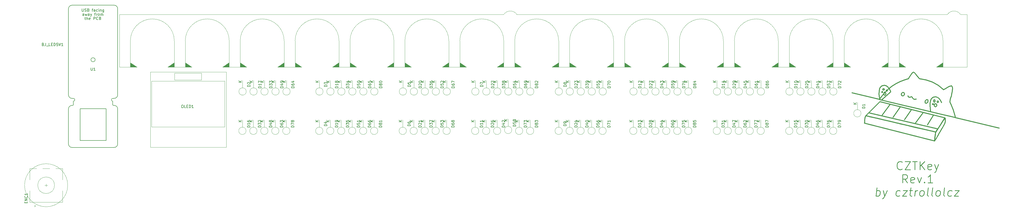
<source format=gbr>
G04 #@! TF.GenerationSoftware,KiCad,Pcbnew,(5.1.4)-1*
G04 #@! TF.CreationDate,2020-12-18T22:25:40+01:00*
G04 #@! TF.ProjectId,CZTKeyRev1,435a544b-6579-4526-9576-312e6b696361,rev?*
G04 #@! TF.SameCoordinates,Original*
G04 #@! TF.FileFunction,Legend,Top*
G04 #@! TF.FilePolarity,Positive*
%FSLAX46Y46*%
G04 Gerber Fmt 4.6, Leading zero omitted, Abs format (unit mm)*
G04 Created by KiCad (PCBNEW (5.1.4)-1) date 2020-12-18 22:25:40*
%MOMM*%
%LPD*%
G04 APERTURE LIST*
%ADD10C,0.120000*%
%ADD11C,0.100000*%
%ADD12C,0.375000*%
%ADD13C,0.250000*%
%ADD14C,0.150000*%
G04 APERTURE END LIST*
D10*
X350043751Y-18510251D02*
G75*
G02X354806249Y-18510251I2381249J-1587499D01*
G01*
X189706251Y-18510251D02*
G75*
G02X194468749Y-18510251I2381249J-1587499D01*
G01*
X194468750Y-18510249D02*
X350043750Y-18510250D01*
X357187500Y-18510250D02*
X354806250Y-18510250D01*
X357187500Y-37560250D02*
X357187500Y-18510250D01*
D11*
G36*
X57150000Y-37560250D02*
G01*
X54768750Y-37560250D01*
X54768750Y-35972750D01*
X57150000Y-37560250D01*
G37*
X57150000Y-37560250D02*
X54768750Y-37560250D01*
X54768750Y-35972750D01*
X57150000Y-37560250D01*
G36*
X70643750Y-37560250D02*
G01*
X68262500Y-37560250D01*
X70643750Y-35972750D01*
X70643750Y-37560250D01*
G37*
X70643750Y-37560250D02*
X68262500Y-37560250D01*
X70643750Y-35972750D01*
X70643750Y-37560250D01*
G36*
X76993750Y-37560250D02*
G01*
X74612500Y-37560250D01*
X74612500Y-35972750D01*
X76993750Y-37560250D01*
G37*
X76993750Y-37560250D02*
X74612500Y-37560250D01*
X74612500Y-35972750D01*
X76993750Y-37560250D01*
G36*
X90487500Y-37560250D02*
G01*
X88106250Y-37560250D01*
X90487500Y-35972750D01*
X90487500Y-37560250D01*
G37*
X90487500Y-37560250D02*
X88106250Y-37560250D01*
X90487500Y-35972750D01*
X90487500Y-37560250D01*
G36*
X96837500Y-37560250D02*
G01*
X94456250Y-37560250D01*
X94456250Y-35972750D01*
X96837500Y-37560250D01*
G37*
X96837500Y-37560250D02*
X94456250Y-37560250D01*
X94456250Y-35972750D01*
X96837500Y-37560250D01*
G36*
X110331250Y-37560250D02*
G01*
X107950000Y-37560250D01*
X110331250Y-35972750D01*
X110331250Y-37560250D01*
G37*
X110331250Y-37560250D02*
X107950000Y-37560250D01*
X110331250Y-35972750D01*
X110331250Y-37560250D01*
G36*
X116681250Y-37560250D02*
G01*
X114300000Y-37560250D01*
X114300000Y-35972750D01*
X116681250Y-37560250D01*
G37*
X116681250Y-37560250D02*
X114300000Y-37560250D01*
X114300000Y-35972750D01*
X116681250Y-37560250D01*
G36*
X130175000Y-37560250D02*
G01*
X127793750Y-37560250D01*
X130175000Y-35972750D01*
X130175000Y-37560250D01*
G37*
X130175000Y-37560250D02*
X127793750Y-37560250D01*
X130175000Y-35972750D01*
X130175000Y-37560250D01*
G36*
X136525000Y-37560250D02*
G01*
X134143750Y-37560250D01*
X134143750Y-35972750D01*
X136525000Y-37560250D01*
G37*
X136525000Y-37560250D02*
X134143750Y-37560250D01*
X134143750Y-35972750D01*
X136525000Y-37560250D01*
G36*
X150018750Y-37560250D02*
G01*
X147637500Y-37560250D01*
X150018750Y-35972750D01*
X150018750Y-37560250D01*
G37*
X150018750Y-37560250D02*
X147637500Y-37560250D01*
X150018750Y-35972750D01*
X150018750Y-37560250D01*
G36*
X156368750Y-37560250D02*
G01*
X153987500Y-37560250D01*
X153987500Y-35972750D01*
X156368750Y-37560250D01*
G37*
X156368750Y-37560250D02*
X153987500Y-37560250D01*
X153987500Y-35972750D01*
X156368750Y-37560250D01*
G36*
X169862500Y-37560250D02*
G01*
X167481250Y-37560250D01*
X169862500Y-35972750D01*
X169862500Y-37560250D01*
G37*
X169862500Y-37560250D02*
X167481250Y-37560250D01*
X169862500Y-35972750D01*
X169862500Y-37560250D01*
G36*
X176212500Y-37560250D02*
G01*
X173831250Y-37560250D01*
X173831250Y-35972750D01*
X176212500Y-37560250D01*
G37*
X176212500Y-37560250D02*
X173831250Y-37560250D01*
X173831250Y-35972750D01*
X176212500Y-37560250D01*
G36*
X189706250Y-37560250D02*
G01*
X187325000Y-37560250D01*
X189706250Y-35972750D01*
X189706250Y-37560250D01*
G37*
X189706250Y-37560250D02*
X187325000Y-37560250D01*
X189706250Y-35972750D01*
X189706250Y-37560250D01*
G36*
X196056250Y-37560250D02*
G01*
X193675000Y-37560250D01*
X193675000Y-35972750D01*
X196056250Y-37560250D01*
G37*
X196056250Y-37560250D02*
X193675000Y-37560250D01*
X193675000Y-35972750D01*
X196056250Y-37560250D01*
G36*
X209550000Y-37560250D02*
G01*
X207168750Y-37560250D01*
X209550000Y-35972750D01*
X209550000Y-37560250D01*
G37*
X209550000Y-37560250D02*
X207168750Y-37560250D01*
X209550000Y-35972750D01*
X209550000Y-37560250D01*
G36*
X215900000Y-37560250D02*
G01*
X213518750Y-37560250D01*
X213518750Y-35972750D01*
X215900000Y-37560250D01*
G37*
X215900000Y-37560250D02*
X213518750Y-37560250D01*
X213518750Y-35972750D01*
X215900000Y-37560250D01*
G36*
X229393750Y-37560250D02*
G01*
X227012500Y-37560250D01*
X229393750Y-35972750D01*
X229393750Y-37560250D01*
G37*
X229393750Y-37560250D02*
X227012500Y-37560250D01*
X229393750Y-35972750D01*
X229393750Y-37560250D01*
G36*
X235743750Y-37560250D02*
G01*
X233362500Y-37560250D01*
X233362500Y-35972750D01*
X235743750Y-37560250D01*
G37*
X235743750Y-37560250D02*
X233362500Y-37560250D01*
X233362500Y-35972750D01*
X235743750Y-37560250D01*
G36*
X249237500Y-37560250D02*
G01*
X246856250Y-37560250D01*
X249237500Y-35972750D01*
X249237500Y-37560250D01*
G37*
X249237500Y-37560250D02*
X246856250Y-37560250D01*
X249237500Y-35972750D01*
X249237500Y-37560250D01*
G36*
X255587500Y-37560250D02*
G01*
X253206250Y-37560250D01*
X253206250Y-35972750D01*
X255587500Y-37560250D01*
G37*
X255587500Y-37560250D02*
X253206250Y-37560250D01*
X253206250Y-35972750D01*
X255587500Y-37560250D01*
G36*
X269081250Y-37560250D02*
G01*
X266700000Y-37560250D01*
X269081250Y-35972750D01*
X269081250Y-37560250D01*
G37*
X269081250Y-37560250D02*
X266700000Y-37560250D01*
X269081250Y-35972750D01*
X269081250Y-37560250D01*
G36*
X275431250Y-37560250D02*
G01*
X273050000Y-37560250D01*
X273050000Y-35972750D01*
X275431250Y-37560250D01*
G37*
X275431250Y-37560250D02*
X273050000Y-37560250D01*
X273050000Y-35972750D01*
X275431250Y-37560250D01*
G36*
X288925000Y-37560250D02*
G01*
X286543750Y-37560250D01*
X288925000Y-35972750D01*
X288925000Y-37560250D01*
G37*
X288925000Y-37560250D02*
X286543750Y-37560250D01*
X288925000Y-35972750D01*
X288925000Y-37560250D01*
G36*
X295275000Y-37560250D02*
G01*
X292893750Y-37560250D01*
X292893750Y-35972750D01*
X295275000Y-37560250D01*
G37*
X295275000Y-37560250D02*
X292893750Y-37560250D01*
X292893750Y-35972750D01*
X295275000Y-37560250D01*
G36*
X308768750Y-37560250D02*
G01*
X306387500Y-37560250D01*
X308768750Y-35972750D01*
X308768750Y-37560250D01*
G37*
X308768750Y-37560250D02*
X306387500Y-37560250D01*
X308768750Y-35972750D01*
X308768750Y-37560250D01*
G36*
X315118750Y-37560250D02*
G01*
X312737500Y-37560250D01*
X312737500Y-35972750D01*
X315118750Y-37560250D01*
G37*
X315118750Y-37560250D02*
X312737500Y-37560250D01*
X312737500Y-35972750D01*
X315118750Y-37560250D01*
G36*
X328612500Y-37560250D02*
G01*
X326231250Y-37560250D01*
X328612500Y-35972750D01*
X328612500Y-37560250D01*
G37*
X328612500Y-37560250D02*
X326231250Y-37560250D01*
X328612500Y-35972750D01*
X328612500Y-37560250D01*
G36*
X334962500Y-37560250D02*
G01*
X332581250Y-37560250D01*
X332581250Y-35972750D01*
X334962500Y-37560250D01*
G37*
X334962500Y-37560250D02*
X332581250Y-37560250D01*
X332581250Y-35972750D01*
X334962500Y-37560250D01*
G36*
X348456250Y-37560250D02*
G01*
X346075000Y-37560250D01*
X348456250Y-35972750D01*
X348456250Y-37560250D01*
G37*
X348456250Y-37560250D02*
X346075000Y-37560250D01*
X348456250Y-35972750D01*
X348456250Y-37560250D01*
D10*
X68262500Y-37560250D02*
X70643750Y-35972750D01*
X70643750Y-37560250D02*
X68262500Y-37560250D01*
X57150000Y-37560250D02*
X54768750Y-35972750D01*
X54768750Y-37560250D02*
X57150000Y-37560250D01*
X76993750Y-37560250D02*
X74612500Y-35972750D01*
X74612500Y-37560250D02*
X76993750Y-37560250D01*
X88106250Y-37560250D02*
X90487500Y-35972750D01*
X90487500Y-37560250D02*
X88106250Y-37560250D01*
X96837500Y-37560250D02*
X94456250Y-35972750D01*
X94456250Y-37560250D02*
X96837500Y-37560250D01*
X348456250Y-37560250D02*
X346075000Y-37560250D01*
X332581250Y-37560250D02*
X334962500Y-37560250D01*
X346075000Y-37560250D02*
X348456250Y-35972750D01*
X334962500Y-37560250D02*
X332581250Y-35972750D01*
X332581250Y-28035250D02*
G75*
G02X348456250Y-28035250I7937500J0D01*
G01*
X348456250Y-37560250D02*
X348456250Y-31210250D01*
X357187500Y-37560250D02*
X348456250Y-37560250D01*
X348456250Y-31210250D02*
X348456250Y-28035250D01*
X332581250Y-28035250D02*
X332581250Y-37560250D01*
X328612500Y-37560250D02*
X326231250Y-37560250D01*
X312737500Y-37560250D02*
X315118750Y-37560250D01*
X326231250Y-37560250D02*
X328612500Y-35972750D01*
X315118750Y-37560250D02*
X312737500Y-35972750D01*
X312737500Y-28035250D02*
G75*
G02X328612500Y-28035250I7937500J0D01*
G01*
X328612500Y-37560250D02*
X328612500Y-31210250D01*
X332581250Y-37560250D02*
X328612500Y-37560250D01*
X328612500Y-31210250D02*
X328612500Y-28035250D01*
X312737500Y-28035250D02*
X312737500Y-37560250D01*
X306387500Y-37560250D02*
X308768750Y-35972750D01*
X308768750Y-37560250D02*
X306387500Y-37560250D01*
X295275000Y-37560250D02*
X292893750Y-35972750D01*
X292893750Y-37560250D02*
X295275000Y-37560250D01*
X286543750Y-37560250D02*
X288925000Y-35972750D01*
X288925000Y-37560250D02*
X286543750Y-37560250D01*
X275431250Y-37560250D02*
X273050000Y-35972750D01*
X273050000Y-37560250D02*
X275431250Y-37560250D01*
X266700000Y-37560250D02*
X269081250Y-35972750D01*
X269081250Y-37560250D02*
X266700000Y-37560250D01*
X255587500Y-37560250D02*
X253206250Y-35972750D01*
X253206250Y-37560250D02*
X255587500Y-37560250D01*
X246856250Y-37560250D02*
X249237500Y-35972750D01*
X249237500Y-37560250D02*
X246856250Y-37560250D01*
X235743750Y-37560250D02*
X233362500Y-35972750D01*
X233362500Y-37560250D02*
X235743750Y-37560250D01*
X227012500Y-37560250D02*
X229393750Y-35972750D01*
X229393750Y-37560250D02*
X227012500Y-37560250D01*
X215900000Y-37560250D02*
X213518750Y-35972750D01*
X213518750Y-37560250D02*
X215900000Y-37560250D01*
X207168750Y-37560250D02*
X209550000Y-35972750D01*
X209550000Y-37560250D02*
X207168750Y-37560250D01*
X196056250Y-37560250D02*
X193675000Y-35972750D01*
X193675000Y-37560250D02*
X196056250Y-37560250D01*
X187325000Y-37560250D02*
X189706250Y-35972750D01*
X189706250Y-37560250D02*
X187325000Y-37560250D01*
X176212500Y-37560250D02*
X173831250Y-35972750D01*
X173831250Y-37560250D02*
X176212500Y-37560250D01*
X167481250Y-37560250D02*
X169862500Y-35972750D01*
X169862500Y-37560250D02*
X167481250Y-37560250D01*
X156368750Y-37560250D02*
X153987500Y-35972750D01*
X153987500Y-37560250D02*
X156368750Y-37560250D01*
X147637500Y-37560250D02*
X150018750Y-35972750D01*
X150018750Y-37560250D02*
X147637500Y-37560250D01*
X136525000Y-37560250D02*
X134143750Y-35972750D01*
X134143750Y-37560250D02*
X136525000Y-37560250D01*
X127793750Y-37560250D02*
X130175000Y-35972750D01*
X130175000Y-37560250D02*
X127793750Y-37560250D01*
X116681250Y-37560250D02*
X114300000Y-35972750D01*
X114300000Y-37560250D02*
X116681250Y-37560250D01*
X107950000Y-37560250D02*
X110331250Y-35972750D01*
X110331250Y-37560250D02*
X107950000Y-37560250D01*
X50800000Y-37560250D02*
X54768750Y-37560250D01*
X54768750Y-28035250D02*
G75*
G02X70643750Y-28035250I7937500J0D01*
G01*
X70643750Y-37560250D02*
X70643750Y-28035250D01*
X54768750Y-28035250D02*
X54768750Y-37560250D01*
X74612500Y-37560250D02*
X70643750Y-37560250D01*
X74612500Y-28035250D02*
G75*
G02X90487500Y-28035250I7937500J0D01*
G01*
X90487500Y-37560250D02*
X90487500Y-28035250D01*
X74612500Y-28035250D02*
X74612500Y-37560250D01*
X94456250Y-37560250D02*
X90487500Y-37560250D01*
X94456250Y-28035250D02*
G75*
G02X110331250Y-28035250I7937500J0D01*
G01*
X110331250Y-37560250D02*
X110331250Y-28035250D01*
X94456250Y-28035250D02*
X94456250Y-37560250D01*
X114300000Y-37560250D02*
X110331250Y-37560250D01*
X114300000Y-28035250D02*
G75*
G02X130175000Y-28035250I7937500J0D01*
G01*
X130175000Y-37560250D02*
X130175000Y-28035250D01*
X114300000Y-28035250D02*
X114300000Y-37560250D01*
X134143750Y-37560250D02*
X130175000Y-37560250D01*
X134143750Y-28035250D02*
G75*
G02X150018750Y-28035250I7937500J0D01*
G01*
X150018750Y-37560250D02*
X150018750Y-28035250D01*
X134143750Y-28035250D02*
X134143750Y-37560250D01*
X153987500Y-37560250D02*
X150018750Y-37560250D01*
X153987500Y-28035250D02*
G75*
G02X169862500Y-28035250I7937500J0D01*
G01*
X169862500Y-37560250D02*
X169862500Y-28035250D01*
X153987500Y-28035250D02*
X153987500Y-37560250D01*
X173831250Y-37560250D02*
X169862500Y-37560250D01*
X173831250Y-28035250D02*
G75*
G02X189706250Y-28035250I7937500J0D01*
G01*
X189706250Y-37560250D02*
X189706250Y-28035250D01*
X173831250Y-28035250D02*
X173831250Y-37560250D01*
X193675000Y-37560250D02*
X189706250Y-37560250D01*
X193675000Y-28035250D02*
G75*
G02X209550000Y-28035250I7937500J0D01*
G01*
X209550000Y-37560250D02*
X209550000Y-28035250D01*
X193675000Y-28035250D02*
X193675000Y-37560250D01*
X213518750Y-37560250D02*
X209550000Y-37560250D01*
X213518750Y-28035250D02*
G75*
G02X229393750Y-28035250I7937500J0D01*
G01*
X229393750Y-37560250D02*
X229393750Y-28035250D01*
X213518750Y-28035250D02*
X213518750Y-37560250D01*
X233362500Y-37560250D02*
X229393750Y-37560250D01*
X233362500Y-28035250D02*
G75*
G02X249237500Y-28035250I7937500J0D01*
G01*
X249237500Y-37560250D02*
X249237500Y-28035250D01*
X233362500Y-28035250D02*
X233362500Y-37560250D01*
X253206250Y-37560250D02*
X249237500Y-37560250D01*
X253206250Y-28035250D02*
G75*
G02X269081250Y-28035250I7937500J0D01*
G01*
X269081250Y-37560250D02*
X269081250Y-28035250D01*
X253206250Y-28035250D02*
X253206250Y-37560250D01*
X273050000Y-37560250D02*
X269081250Y-37560250D01*
X273050000Y-28035250D02*
X273050000Y-37560250D01*
X273050000Y-28035250D02*
G75*
G02X288925000Y-28035250I7937500J0D01*
G01*
X288925000Y-37560250D02*
X288925000Y-28035250D01*
X292893750Y-37560250D02*
X288925000Y-37560250D01*
X292893750Y-28035250D02*
X292893750Y-37560250D01*
X292893750Y-28035250D02*
G75*
G02X308768750Y-28035250I7937500J0D01*
G01*
X308768750Y-31210250D02*
X308768750Y-28035250D01*
X308768750Y-37560250D02*
X308768750Y-31210250D01*
X312737500Y-37560250D02*
X308768750Y-37560250D01*
X50800000Y-18510250D02*
X189706250Y-18510250D01*
X50800000Y-18510250D02*
X50800000Y-37560250D01*
D12*
X315595000Y-46831250D02*
X325479400Y-49244924D01*
X326016850Y-44632574D02*
X325699075Y-45052199D01*
X326822575Y-44234699D02*
X326435200Y-44355074D01*
X346084075Y-50966024D02*
X346184575Y-51139799D01*
X345798400Y-51899924D02*
X345752800Y-51899924D01*
X325430950Y-48147525D02*
X325559875Y-48995399D01*
X329578525Y-46483649D02*
X329480425Y-46202099D01*
X345935125Y-51856799D02*
X345798400Y-51899924D01*
X327152200Y-44189474D02*
X326954350Y-44219999D01*
X329480425Y-46202099D02*
X329083750Y-45393149D01*
X327771850Y-44261174D02*
X327152200Y-44189474D01*
X326954350Y-44219999D02*
X326822575Y-44234699D01*
X325364275Y-46316024D02*
X325347100Y-47160750D01*
X345284050Y-51353024D02*
X345284050Y-51299699D01*
X328481425Y-44652149D02*
X327771850Y-44261174D01*
X326221150Y-49459649D02*
X329578525Y-46483649D01*
X325614850Y-49276124D02*
X326221150Y-49459649D01*
X325559875Y-48995399D02*
X325614850Y-49276124D01*
X345320725Y-51565799D02*
X345284050Y-51405899D01*
X345284050Y-51405899D02*
X345284050Y-51353024D01*
X326016850Y-44632574D02*
X325699075Y-45052199D01*
X345798400Y-50806124D02*
X345935125Y-50848874D01*
X325481425Y-45613199D02*
X325364275Y-46316024D01*
X326822575Y-44234699D02*
X326435200Y-44355074D01*
X328481425Y-44652149D02*
X327771850Y-44261174D01*
X345706825Y-50806124D02*
X345752800Y-50806124D01*
X345752800Y-51899924D02*
X345706825Y-51899924D01*
X345570100Y-51856799D02*
X345421150Y-51739574D01*
X345935125Y-50848874D02*
X346084075Y-50966024D01*
X346084075Y-51739574D02*
X345935125Y-51856799D01*
X327771850Y-44261174D02*
X327152200Y-44189474D01*
X329083750Y-45393149D02*
X328481425Y-44652149D01*
X329480425Y-46202099D02*
X329083750Y-45393149D01*
X345706825Y-51899924D02*
X345570100Y-51856799D01*
X346184575Y-51139799D02*
X346221550Y-51299699D01*
X345570100Y-50848874D02*
X345706825Y-50806124D01*
X325481425Y-45613199D02*
X325364275Y-46316024D01*
X325699075Y-45052199D02*
X325481425Y-45613199D01*
X326435200Y-44355074D02*
X326016850Y-44632574D01*
X345421150Y-50966024D02*
X345570100Y-50848874D01*
X327152200Y-44189474D02*
X326954350Y-44219999D01*
X345284050Y-51299699D02*
X345320725Y-51139799D01*
X345752800Y-50806124D02*
X345798400Y-50806124D01*
X326954350Y-44219999D02*
X326822575Y-44234699D01*
X329083750Y-45393149D02*
X328481425Y-44652149D01*
X326435200Y-44355074D02*
X326016850Y-44632574D01*
X329578525Y-46483649D02*
X329480425Y-46202099D01*
X346221550Y-51353024D02*
X346221550Y-51353024D01*
X325347100Y-47160750D02*
X325430950Y-48147525D01*
X325699075Y-45052199D02*
X325481425Y-45613199D01*
X345421150Y-51739574D02*
X345320725Y-51565799D01*
X346221550Y-51299699D02*
X346221550Y-51353024D01*
X345320725Y-51139799D02*
X345421150Y-50966024D01*
X346332250Y-50101349D02*
X346336675Y-50058224D01*
X345049675Y-49787699D02*
X345070825Y-49662374D01*
X345596575Y-49871024D02*
X345574975Y-49996424D01*
X345596575Y-49829549D02*
X345596575Y-49871024D01*
X346423450Y-49888574D02*
X346565800Y-49811249D01*
X345574975Y-49996424D02*
X345516325Y-50133149D01*
X345070825Y-49662374D02*
X345129475Y-49525649D01*
X344659075Y-50962424D02*
X344659075Y-50934674D01*
X345349600Y-49399874D02*
X345429325Y-49433624D01*
X346184575Y-51565799D02*
X346084075Y-51739574D01*
X346221550Y-51405899D02*
X346184575Y-51565799D01*
X346221550Y-51353024D02*
X346221550Y-51405899D01*
X344971525Y-50934674D02*
X344971525Y-50962424D01*
X344842600Y-50806124D02*
X344925625Y-50851649D01*
X344659075Y-50989649D02*
X344659075Y-50962424D01*
X344704675Y-51072674D02*
X344659075Y-50989649D01*
X346753000Y-49923149D02*
X346803025Y-50107049D01*
X346327825Y-50144174D02*
X346332250Y-50101349D01*
X346798525Y-50150174D02*
X346794025Y-50192924D01*
X345574975Y-49662374D02*
X345596575Y-49787699D01*
X345596575Y-49829549D02*
X345596575Y-49829549D01*
X344787625Y-51118649D02*
X344704675Y-51072674D01*
X345129475Y-49525649D02*
X345216550Y-49433624D01*
X345516325Y-50133149D02*
X345429325Y-50225099D01*
X344925625Y-50851649D02*
X344971525Y-50934674D01*
X344815300Y-50806124D02*
X344842600Y-50806124D01*
X344815300Y-51118649D02*
X344787625Y-51118649D01*
X345296275Y-49399874D02*
X345323125Y-49399874D01*
X345216550Y-49433624D02*
X345296275Y-49399874D01*
X344842600Y-51118649D02*
X344815300Y-51118649D01*
X344925625Y-51072674D02*
X344842600Y-51118649D01*
X347838250Y-50131424D02*
X347949250Y-50397599D01*
X344971525Y-50989649D02*
X344925625Y-51072674D01*
X344971525Y-50962424D02*
X344971525Y-50989649D01*
X346798525Y-50150174D02*
X346798525Y-50150174D01*
X346803025Y-50107049D02*
X346798525Y-50150174D01*
X346630075Y-49818224D02*
X346753000Y-49923149D01*
X345070825Y-49996424D02*
X345049675Y-49871024D01*
X345596575Y-49787699D02*
X345596575Y-49829549D01*
X346532800Y-50436674D02*
X346500325Y-50432999D01*
X345429325Y-49433624D02*
X345516325Y-49525649D01*
X346564975Y-50439899D02*
X346532800Y-50436674D01*
X346706950Y-50362574D02*
X346564975Y-50439899D01*
X346597900Y-49814924D02*
X346630075Y-49818224D01*
X346565800Y-49811249D02*
X346597900Y-49814924D01*
X346377400Y-50327999D02*
X346327825Y-50144174D01*
X345216550Y-50225099D02*
X345129475Y-50133149D01*
X345349600Y-50259299D02*
X345323125Y-50259299D01*
X345429325Y-50225099D02*
X345349600Y-50259299D01*
X345129475Y-50133149D02*
X345070825Y-49996424D01*
X345049675Y-49871024D02*
X345049675Y-49829549D01*
X346794025Y-50192924D02*
X346706950Y-50362574D01*
X345323125Y-50259299D02*
X345296275Y-50259299D01*
X347416675Y-49370999D02*
X347838250Y-50131424D01*
X345516325Y-49525649D02*
X345574975Y-49662374D01*
X346500325Y-50432999D02*
X346377400Y-50327999D01*
X345049675Y-49829549D02*
X345049675Y-49787699D01*
X345296275Y-50259299D02*
X345216550Y-50225099D01*
X345323125Y-49399874D02*
X345349600Y-49399874D01*
X344971525Y-50962424D02*
X344971525Y-50962424D01*
X344787625Y-50806124D02*
X344815300Y-50806124D01*
X344704675Y-50851649D02*
X344787625Y-50806124D01*
X344659075Y-50934674D02*
X344704675Y-50851649D01*
X346336675Y-50058224D02*
X346423450Y-49888574D01*
X334494250Y-47086649D02*
X334525225Y-47321849D01*
X334446625Y-47631149D02*
X334335625Y-47791050D01*
X333459850Y-47164349D02*
X333483550Y-47105399D01*
X333404575Y-47414549D02*
X333436375Y-47222999D01*
X338286999Y-49213499D02*
X338674750Y-49154924D01*
X335812600Y-47980200D02*
X335813875Y-48069674D01*
X336164125Y-48505124D02*
X336592975Y-48480749D01*
X334257475Y-46785524D02*
X334386025Y-46892625D01*
X333721525Y-47970824D02*
X333672250Y-47950949D01*
X335813875Y-48069674D02*
X335904175Y-48338324D01*
X334335625Y-47791050D02*
X334150000Y-47938724D01*
X334386025Y-46892625D02*
X334494250Y-47086649D01*
X333435475Y-47649824D02*
X333404575Y-47414549D01*
X333770425Y-47990400D02*
X333721525Y-47970824D01*
X333779800Y-46797824D02*
X333992575Y-46733849D01*
X333672250Y-47950949D02*
X333544150Y-47843850D01*
X333594175Y-46945424D02*
X333779800Y-46797824D01*
X337190424Y-48264974D02*
X337250200Y-48403424D01*
X343839550Y-52538324D02*
X343766725Y-51477524D01*
X337250200Y-48403424D02*
X337492675Y-48792374D01*
X334470325Y-47572500D02*
X334470325Y-47572500D01*
X333779800Y-46797824D02*
X333992575Y-46733849D01*
X333594175Y-46945424D02*
X333779800Y-46797824D01*
X334493875Y-47513925D02*
X334470325Y-47572500D01*
X334208650Y-46766024D02*
X334257475Y-46785524D01*
X346819675Y-48690599D02*
X347416675Y-49370999D01*
X334470325Y-47572500D02*
X334446625Y-47631149D01*
X346158850Y-48355799D02*
X346819675Y-48690599D01*
X345605950Y-48324900D02*
X346158850Y-48355799D01*
X345434125Y-48366749D02*
X345605950Y-48324900D01*
X345299875Y-48378974D02*
X345434125Y-48366749D01*
X344905600Y-48497774D02*
X345299875Y-48378974D01*
X344149600Y-49225274D02*
X344477575Y-48784274D01*
X343921750Y-49820999D02*
X344149600Y-49225274D01*
X334386025Y-46892625D02*
X334494250Y-47086649D01*
X334470325Y-47572500D02*
X334470325Y-47572500D01*
X343766725Y-51477524D02*
X343794400Y-50572199D01*
X333483550Y-47105399D02*
X333594175Y-46945424D01*
X333544150Y-47843850D02*
X333435475Y-47649824D01*
X343960825Y-53451449D02*
X343839550Y-52538324D01*
X338674750Y-49154924D02*
X338793924Y-49109399D01*
X334159375Y-46746074D02*
X334208650Y-46766024D01*
X337856050Y-49108124D02*
X338286999Y-49213499D01*
X335904175Y-48338324D02*
X336164125Y-48505124D01*
X337492675Y-48792374D02*
X337856050Y-49108124D01*
X334525225Y-47321849D02*
X334493875Y-47513925D01*
X333992575Y-46733849D02*
X334159375Y-46746074D01*
X334159375Y-46746074D02*
X334208650Y-46766024D01*
X334257475Y-46785524D02*
X334386025Y-46892625D01*
X334150000Y-47938724D02*
X333937150Y-48002624D01*
X337046350Y-48330525D02*
X337190424Y-48264974D01*
X333992575Y-46733849D02*
X334159375Y-46746074D01*
X334494250Y-47086649D02*
X334525225Y-47321849D01*
X334493875Y-47513925D02*
X334470325Y-47572500D01*
X334525225Y-47321849D02*
X334493875Y-47513925D01*
X333937150Y-48002624D02*
X333770425Y-47990400D01*
X334208650Y-46766024D02*
X334257475Y-46785524D01*
X333483550Y-47105399D02*
X333594175Y-46945424D01*
X333436375Y-47222999D02*
X333459850Y-47164349D01*
X333459850Y-47164349D02*
X333483550Y-47105399D01*
X336592975Y-48480749D02*
X337046350Y-48330525D01*
X344477575Y-48784274D02*
X344905600Y-48497774D01*
X343794400Y-50572199D02*
X343921750Y-49820999D01*
X344012875Y-53753774D02*
X343960825Y-53451449D01*
X342826750Y-49375949D02*
X342870700Y-49398224D01*
X333721525Y-47970824D02*
X333672250Y-47950949D01*
X342624550Y-49334774D02*
X342782350Y-49353149D01*
X342930925Y-50294699D02*
X342802000Y-50459474D01*
X342143950Y-50605949D02*
X342036100Y-50489174D01*
X333770425Y-47990400D02*
X333721525Y-47970824D01*
X342993250Y-50173049D02*
X342962275Y-50234024D01*
X342188350Y-50628749D02*
X342143950Y-50605949D01*
X342411775Y-49395374D02*
X342624550Y-49334774D01*
X342083725Y-49709549D02*
X342212800Y-49544774D01*
X333937150Y-48002624D02*
X333770425Y-47990400D01*
X342993250Y-50173049D02*
X342962275Y-50234024D01*
X342930925Y-50294699D02*
X342802000Y-50459474D01*
X342962275Y-50234024D02*
X342962275Y-50234024D01*
X334470325Y-47572500D02*
X334446625Y-47631149D01*
X334150000Y-47938724D02*
X333937150Y-48002624D01*
X342870700Y-49398224D02*
X342978550Y-49514999D01*
X341960125Y-50281274D02*
X341964175Y-50032199D01*
X343050625Y-49971974D02*
X342993250Y-50173049D01*
X336103525Y-41535749D02*
X335963500Y-41798099D01*
X342826750Y-49375949D02*
X342870700Y-49398224D01*
X342232300Y-50651174D02*
X342188350Y-50628749D01*
X342962275Y-50234024D02*
X342962275Y-50234024D01*
X342978550Y-49514999D02*
X343054675Y-49723049D01*
X342802000Y-50459474D02*
X342603400Y-50608724D01*
X342083725Y-49709549D02*
X342212800Y-49544774D01*
X342022000Y-49831274D02*
X342052825Y-49770599D01*
X342603400Y-50608724D02*
X342390175Y-50669399D01*
X342022000Y-49831274D02*
X342052825Y-49770599D01*
X342390175Y-50669399D02*
X342232300Y-50651174D01*
X343050625Y-49971974D02*
X342993250Y-50173049D01*
X342036100Y-50489174D02*
X341960125Y-50281274D01*
X341964175Y-50032199D02*
X342022000Y-49831274D01*
X342802000Y-50459474D02*
X342603400Y-50608724D01*
X342232300Y-50651174D02*
X342188350Y-50628749D01*
X342390175Y-50669399D02*
X342232300Y-50651174D01*
X334335625Y-47791050D02*
X334150000Y-47938724D01*
X342782350Y-49353149D02*
X342826750Y-49375949D01*
X342143950Y-50605949D02*
X342036100Y-50489174D01*
X341960125Y-50281274D02*
X341964175Y-50032199D01*
X342624550Y-49334774D02*
X342782350Y-49353149D01*
X343054675Y-49723049D02*
X343050625Y-49971974D01*
X342978550Y-49514999D02*
X343054675Y-49723049D01*
X342962275Y-50234024D02*
X342930925Y-50294699D01*
X342962275Y-50234024D02*
X342930925Y-50294699D01*
X342052825Y-49770599D02*
X342083725Y-49709549D01*
X342212800Y-49544774D02*
X342411775Y-49395374D01*
X333436375Y-47222999D02*
X333459850Y-47164349D01*
X334446625Y-47631149D02*
X334335625Y-47791050D01*
X343054675Y-49723049D02*
X343050625Y-49971974D01*
X342212800Y-49544774D02*
X342411775Y-49395374D01*
X342036100Y-50489174D02*
X341960125Y-50281274D01*
X342188350Y-50628749D02*
X342143950Y-50605949D01*
X342603400Y-50608724D02*
X342390175Y-50669399D01*
X342782350Y-49353149D02*
X342826750Y-49375949D01*
X335963500Y-41798099D02*
X335963500Y-41798099D01*
X342052825Y-49770599D02*
X342083725Y-49709549D01*
X333404575Y-47414549D02*
X333436375Y-47222999D01*
X341964175Y-50032199D02*
X342022000Y-49831274D01*
X333435475Y-47649824D02*
X333404575Y-47414549D01*
X342870700Y-49398224D02*
X342978550Y-49514999D01*
X333544150Y-47843850D02*
X333435475Y-47649824D01*
X333672250Y-47950949D02*
X333544150Y-47843850D01*
X342411775Y-49395374D02*
X342624550Y-49334774D01*
X347471950Y-54554024D02*
X351531250Y-55518449D01*
X350998975Y-50207174D02*
X351009175Y-49846649D01*
X334647700Y-51496649D02*
X338353750Y-52382474D01*
X348223525Y-45306899D02*
X346727275Y-44171249D01*
X352800325Y-55367474D02*
X352160275Y-53044499D01*
X351341575Y-48445274D02*
X351458725Y-48006225D01*
X351009175Y-49846649D02*
X351039250Y-49501274D01*
X331341550Y-43657724D02*
X329988250Y-44530499D01*
X325867600Y-49375124D02*
X326941375Y-49638299D01*
X329988250Y-44530499D02*
X328728100Y-45529874D01*
X336551950Y-40764299D02*
X336103525Y-41535749D01*
X337843825Y-39435299D02*
X337796274Y-39435299D01*
X337986625Y-39466274D02*
X337843825Y-39435299D01*
X340554700Y-41850224D02*
X339946750Y-41798099D01*
X349813225Y-45050099D02*
X348958000Y-45556349D01*
X351869350Y-45281249D02*
X351799750Y-44712374D01*
X327561850Y-46655324D02*
X326489275Y-47907374D01*
X332788525Y-42911474D02*
X331341550Y-43657724D01*
X326941375Y-49638299D02*
X328941625Y-50124599D01*
X351591025Y-47393849D02*
X351650425Y-47086274D01*
X351799750Y-46157699D02*
X351869350Y-45281249D01*
X338149450Y-39563024D02*
X337986625Y-39466274D01*
X351039250Y-49501274D02*
X351088075Y-49239599D01*
X337053625Y-40025699D02*
X336551950Y-40764299D01*
X338308975Y-39730274D02*
X338149450Y-39563024D01*
X351155650Y-49010924D02*
X351240325Y-48763124D01*
X352884550Y-55839899D02*
X352800325Y-55367474D01*
X328728100Y-45529874D02*
X327561850Y-46655324D01*
X351088075Y-49239599D02*
X351155650Y-49010924D01*
X338491225Y-39973199D02*
X338308975Y-39730274D01*
X338720724Y-40296674D02*
X338491225Y-39973199D01*
X342362050Y-42204299D02*
X340554700Y-41850224D01*
X338353750Y-52382474D02*
X342628600Y-53401349D01*
X325510300Y-49285949D02*
X325867600Y-49375124D01*
X325739350Y-48931124D02*
X325510300Y-49285949D01*
X326489275Y-47907374D02*
X325739350Y-48931124D01*
X331510075Y-50743874D02*
X334647700Y-51496649D01*
X351536125Y-44362049D02*
X351269575Y-44384474D01*
X351650425Y-47086274D02*
X351799750Y-46157699D01*
X351591025Y-44401574D02*
X351536125Y-44362049D01*
X351458725Y-48006225D02*
X351560950Y-47547299D01*
X351662200Y-44452424D02*
X351591025Y-44401574D01*
X352160275Y-53044499D02*
X351228850Y-50773949D01*
X337468300Y-39582599D02*
X337053625Y-40025699D01*
X339023125Y-40705199D02*
X338720724Y-40296674D01*
X339423025Y-41204024D02*
X339023125Y-40705199D01*
X339812500Y-41652524D02*
X339423025Y-41204024D01*
X342628600Y-53401349D02*
X347471950Y-54554024D01*
X344622400Y-42995324D02*
X342362050Y-42204299D01*
X350677075Y-44600924D02*
X349813225Y-45050099D01*
X351228850Y-50773949D02*
X350998975Y-50327624D01*
X339946750Y-41798099D02*
X339812500Y-41652524D01*
X328941625Y-50124599D02*
X331510075Y-50743874D01*
X351799750Y-44712374D02*
X351662200Y-44452424D01*
X351560950Y-47547299D02*
X351591025Y-47393849D01*
X346727275Y-44171249D02*
X344622400Y-42995324D01*
X351269575Y-44384474D02*
X350677075Y-44600924D01*
X350998975Y-50327624D02*
X350998975Y-50207174D01*
X351240325Y-48763124D02*
X351341575Y-48445274D01*
X337714074Y-39435299D02*
X337468300Y-39582599D01*
X351531250Y-55518449D02*
X352884550Y-55839899D01*
X337796274Y-39435299D02*
X337714074Y-39435299D01*
X348678025Y-45732525D02*
X348223525Y-45306899D01*
X348958000Y-45556349D02*
X348678025Y-45732525D01*
X345835375Y-61031549D02*
X345839875Y-61021799D01*
X345528250Y-64151249D02*
X345474475Y-64238774D01*
X349223650Y-57643349D02*
X349202875Y-57744599D01*
X327056950Y-56666774D02*
X325094875Y-56206124D01*
X342876475Y-58475024D02*
X345010600Y-54907724D01*
X345430900Y-63884774D02*
X345486625Y-63374924D01*
X345568075Y-62765400D02*
X345658825Y-62140724D01*
X345839875Y-61021799D02*
X345844375Y-61011674D01*
X346416850Y-59907674D02*
X321807475Y-54126449D01*
X345844375Y-61011674D02*
X345982675Y-60800849D01*
X331361125Y-57686024D02*
X329367250Y-57213224D01*
X349025500Y-58129574D02*
X348842350Y-58472624D01*
X320732050Y-55251524D02*
X320542825Y-55216949D01*
X345474475Y-64238774D02*
X345455425Y-64266899D01*
X348074125Y-57642899D02*
X348613750Y-56834399D01*
X345839875Y-61021799D02*
X345839875Y-61021799D01*
X347370625Y-61051124D02*
X347032900Y-61626899D01*
X320513125Y-55242149D02*
X320513125Y-55242149D01*
X345668500Y-63921374D02*
X345528250Y-64151249D01*
X345658825Y-62140724D02*
X345744700Y-61585274D01*
X345486625Y-63374924D02*
X345568075Y-62765400D01*
X346869775Y-59457299D02*
X347468350Y-58553924D01*
X347468350Y-58553924D02*
X348074125Y-57642899D01*
X321299650Y-55354049D02*
X320732050Y-55251524D01*
X349297675Y-56625224D02*
X349261525Y-57266549D01*
X345982675Y-60800849D02*
X346350475Y-60242999D01*
X329367250Y-57213224D02*
X327056950Y-56666774D01*
X323481025Y-55832999D02*
X322215999Y-55548524D01*
X345455425Y-64266899D02*
X345415075Y-64210274D01*
X346393600Y-62709974D02*
X346110925Y-63184875D01*
X345455425Y-64266899D02*
X345455425Y-64266899D01*
X345865900Y-63594299D02*
X345668500Y-63921374D01*
X347032900Y-61626899D02*
X346704175Y-62185124D01*
X349207000Y-55963649D02*
X349287175Y-56098349D01*
X349261525Y-57266549D02*
X349223650Y-57643349D01*
X348335800Y-59379599D02*
X348031450Y-59911349D01*
X325094875Y-56206124D02*
X323481025Y-55832999D01*
X334329025Y-42291374D02*
X332788525Y-42911474D01*
X335550175Y-41903549D02*
X334329025Y-42291374D01*
X345810175Y-61184174D02*
X345835375Y-61031549D01*
X345744700Y-61585274D02*
X345810175Y-61184174D01*
X349202875Y-57744599D02*
X349195600Y-57779999D01*
X348031450Y-59911349D02*
X347706325Y-60474074D01*
X349207000Y-55963649D02*
X349207000Y-55963649D01*
X348609250Y-58894499D02*
X348335800Y-59379599D01*
X348842350Y-58472624D02*
X348609250Y-58894499D01*
X345415075Y-64210274D02*
X345430900Y-63884774D01*
X320542825Y-55216949D02*
X320513125Y-55242149D01*
X349165900Y-56014499D02*
X349207000Y-55963649D01*
X348613750Y-56834399D02*
X349015750Y-56237924D01*
X335963500Y-41798099D02*
X335550175Y-41903549D01*
X349287175Y-56098349D02*
X349297675Y-56625224D01*
X347706325Y-60474074D02*
X347370625Y-61051124D01*
X334580950Y-56587424D02*
X336963775Y-53032724D01*
X326535700Y-54925649D02*
X329353150Y-51019349D01*
X330440275Y-55727999D02*
X332979400Y-52095224D01*
X322215999Y-55548524D02*
X321299650Y-55354049D01*
X346704175Y-62185124D02*
X346393600Y-62709974D01*
X338526250Y-57798299D02*
X341182525Y-54204599D01*
X346110925Y-63184875D02*
X345865900Y-63594299D01*
X349149175Y-57881324D02*
X349025500Y-58129574D01*
X346350475Y-60242999D02*
X346869775Y-59457299D01*
X349195600Y-57779999D02*
X349149175Y-57881324D01*
X349015750Y-56237924D02*
X349165900Y-56014499D01*
X345804850Y-61099499D02*
X345199750Y-60956699D01*
X320277925Y-56018099D02*
X320183950Y-56820899D01*
X345367900Y-64337174D02*
X345804850Y-61099499D01*
X325620925Y-50082674D02*
X325620925Y-50082674D01*
X349152100Y-55934699D02*
X325620925Y-50082674D01*
X320387800Y-55491974D02*
X320277925Y-56018099D01*
X332026000Y-57843824D02*
X331361125Y-57686024D01*
X332281975Y-57904574D02*
X332026000Y-57843824D01*
X339143125Y-59527274D02*
X337321450Y-59097149D01*
X320183950Y-56820899D02*
X320120950Y-57630299D01*
X337321450Y-59097149D02*
X335698600Y-58713449D01*
X320105425Y-57900374D02*
X345367900Y-64337174D01*
X320468725Y-55279124D02*
X320387800Y-55491974D01*
X333051025Y-58086899D02*
X332281975Y-57904574D01*
X325620925Y-50082674D02*
X320591275Y-55133549D01*
X334274950Y-58376999D02*
X333051025Y-58086899D01*
X335698600Y-58713449D02*
X334274950Y-58376999D01*
X341164600Y-60004574D02*
X339143125Y-59527274D01*
X320513125Y-55242149D02*
X320468725Y-55279124D01*
X343385125Y-60528674D02*
X341164600Y-60004574D01*
X345897250Y-61101974D02*
X349152100Y-55934699D01*
X320591275Y-55133549D02*
X345897250Y-61101974D01*
X345199750Y-60956699D02*
X343385125Y-60528674D01*
X320120950Y-57630299D02*
X320105425Y-57900374D01*
X327432475Y-46587374D02*
X327466675Y-46587374D01*
X327784075Y-47173349D02*
X327784075Y-47173349D01*
X327295375Y-46633349D02*
X327397900Y-46587374D01*
X327680725Y-46758749D02*
X327756325Y-46945124D01*
X327183850Y-46758749D02*
X327295375Y-46633349D01*
X327108250Y-46945124D02*
X327183850Y-46758749D01*
X327080950Y-47115900D02*
X327108250Y-46945124D01*
X327108250Y-47401125D02*
X327080950Y-47230275D01*
X327080950Y-47230275D02*
X327080950Y-47173349D01*
X327080950Y-47173349D02*
X327080950Y-47115900D01*
X327569275Y-46633349D02*
X327680725Y-46758749D01*
X327784075Y-47115900D02*
X327784075Y-47173349D01*
X327295375Y-47712899D02*
X327183850Y-47587574D01*
X352867075Y-55843499D02*
X368760625Y-59673299D01*
X327756325Y-46945124D02*
X327784075Y-47115900D01*
X327183850Y-47587574D02*
X327108250Y-47401125D01*
X327466675Y-46587374D02*
X327569275Y-46633349D01*
X327397900Y-46587374D02*
X327432475Y-46587374D01*
X326355400Y-46688774D02*
X326331850Y-46571174D01*
X326474275Y-46770524D02*
X326453125Y-46766474D01*
X326643550Y-46604474D02*
X326638225Y-46630950D01*
X327784075Y-47230275D02*
X327756325Y-47401125D01*
X326341975Y-46518224D02*
X326407900Y-46417724D01*
X326915275Y-45884249D02*
X326770075Y-45804074D01*
X326624800Y-46460024D02*
X326648425Y-46577624D01*
X327397900Y-47759249D02*
X327295375Y-47712899D01*
X328294225Y-46177574D02*
X328173400Y-46232999D01*
X327237175Y-45562424D02*
X327237175Y-45610799D01*
X327432475Y-47759249D02*
X327397900Y-47759249D01*
X327466675Y-47759249D02*
X327432475Y-47759249D01*
X327569275Y-47712899D02*
X327466675Y-47759249D01*
X326690275Y-45610799D02*
X326690275Y-45562424D01*
X326770075Y-45804074D02*
X326690275Y-45658874D01*
X328361425Y-46011225D02*
X328361425Y-46044599D01*
X327237175Y-45610799D02*
X327237175Y-45658874D01*
X326915275Y-45337424D02*
X326963725Y-45337424D01*
X327904900Y-46044599D02*
X327904900Y-46011225D01*
X328092475Y-46232999D02*
X327971650Y-46177574D01*
X327904900Y-46077524D02*
X327904900Y-46044599D01*
X326963725Y-45337424D02*
X327011725Y-45337424D01*
X326648425Y-46577624D02*
X326643550Y-46604474D01*
X327680725Y-47587574D02*
X327569275Y-47712899D01*
X327756325Y-47401125D02*
X327680725Y-47587574D01*
X328294225Y-45911174D02*
X328361425Y-46011225D01*
X326337100Y-46544699D02*
X326341975Y-46518224D01*
X328361425Y-46044599D02*
X328361425Y-46077524D01*
X326643550Y-46604474D02*
X326643550Y-46604474D01*
X328173400Y-45856124D02*
X328294225Y-45911174D01*
X328133200Y-45856124D02*
X328173400Y-45856124D01*
X328092475Y-45856124D02*
X328133200Y-45856124D01*
X327971650Y-45911174D02*
X328092475Y-45856124D01*
X327904900Y-46011225D02*
X327971650Y-45911174D01*
X326453125Y-46766474D02*
X326431975Y-46761974D01*
X326963725Y-45884249D02*
X326915275Y-45884249D01*
X326572300Y-46730999D02*
X326474275Y-46770524D01*
X327971650Y-46177574D02*
X327904900Y-46077524D01*
X328173400Y-46232999D02*
X328133200Y-46232999D01*
X326407900Y-46417724D02*
X326506375Y-46378650D01*
X325364275Y-46316024D02*
X325347100Y-47160750D01*
X326431975Y-46761974D02*
X326355400Y-46688774D01*
X327237175Y-45610799D02*
X327237175Y-45610799D01*
X326690275Y-45658874D02*
X326690275Y-45610799D01*
X327157000Y-45417149D02*
X327237175Y-45562424D01*
X327011725Y-45337424D02*
X327157000Y-45417149D01*
X325347100Y-47160750D02*
X325430950Y-48147525D01*
X325430950Y-48147525D02*
X325559875Y-48995399D01*
X328133200Y-46232999D02*
X328092475Y-46232999D01*
X325614850Y-49276124D02*
X326221150Y-49459649D01*
X326506375Y-46378650D02*
X326527600Y-46382700D01*
X326638225Y-46630950D02*
X326572300Y-46730999D01*
X327237175Y-45658874D02*
X327157000Y-45804074D01*
X328361425Y-46077524D02*
X328294225Y-46177574D01*
X326527600Y-46382700D02*
X326548750Y-46386750D01*
X327157000Y-45804074D02*
X327011725Y-45884249D01*
X325559875Y-48995399D02*
X325614850Y-49276124D01*
X327011725Y-45884249D02*
X326963725Y-45884249D01*
X326331850Y-46571174D02*
X326337100Y-46544699D01*
X326770075Y-45417149D02*
X326915275Y-45337424D01*
X326690275Y-45562424D02*
X326770075Y-45417149D01*
X327784075Y-47173349D02*
X327784075Y-47230275D01*
X328361425Y-46044599D02*
X328361425Y-46044599D01*
X326548750Y-46386750D02*
X326624800Y-46460024D01*
D13*
X335605892Y-79493892D02*
X334605892Y-78065321D01*
X333891607Y-79493892D02*
X333891607Y-76493892D01*
X335034464Y-76493892D01*
X335320178Y-76636750D01*
X335463035Y-76779607D01*
X335605892Y-77065321D01*
X335605892Y-77493892D01*
X335463035Y-77779607D01*
X335320178Y-77922464D01*
X335034464Y-78065321D01*
X333891607Y-78065321D01*
X338034464Y-79351035D02*
X337748750Y-79493892D01*
X337177321Y-79493892D01*
X336891607Y-79351035D01*
X336748750Y-79065321D01*
X336748750Y-77922464D01*
X336891607Y-77636750D01*
X337177321Y-77493892D01*
X337748750Y-77493892D01*
X338034464Y-77636750D01*
X338177321Y-77922464D01*
X338177321Y-78208178D01*
X336748750Y-78493892D01*
X339177321Y-77493892D02*
X339891607Y-79493892D01*
X340605892Y-77493892D01*
X341748750Y-79208178D02*
X341891607Y-79351035D01*
X341748750Y-79493892D01*
X341605892Y-79351035D01*
X341748750Y-79208178D01*
X341748750Y-79493892D01*
X344748750Y-79493892D02*
X343034464Y-79493892D01*
X343891607Y-79493892D02*
X343891607Y-76493892D01*
X343605892Y-76922464D01*
X343320178Y-77208178D01*
X343034464Y-77351035D01*
X324179330Y-84256392D02*
X324554330Y-81256392D01*
X324411473Y-82399250D02*
X324715044Y-82256392D01*
X325286473Y-82256392D01*
X325554330Y-82399250D01*
X325679330Y-82542107D01*
X325786473Y-82827821D01*
X325679330Y-83684964D01*
X325500758Y-83970678D01*
X325340044Y-84113535D01*
X325036473Y-84256392D01*
X324465044Y-84256392D01*
X324197187Y-84113535D01*
X326857901Y-82256392D02*
X327322187Y-84256392D01*
X328286473Y-82256392D02*
X327322187Y-84256392D01*
X326947187Y-84970678D01*
X326786473Y-85113535D01*
X326482901Y-85256392D01*
X332768616Y-84113535D02*
X332465044Y-84256392D01*
X331893616Y-84256392D01*
X331625758Y-84113535D01*
X331500758Y-83970678D01*
X331393616Y-83684964D01*
X331500758Y-82827821D01*
X331679330Y-82542107D01*
X331840044Y-82399250D01*
X332143616Y-82256392D01*
X332715044Y-82256392D01*
X332982901Y-82399250D01*
X334000758Y-82256392D02*
X335572187Y-82256392D01*
X333750758Y-84256392D01*
X335322187Y-84256392D01*
X336286473Y-82256392D02*
X337429330Y-82256392D01*
X336840044Y-81256392D02*
X336518616Y-83827821D01*
X336625758Y-84113535D01*
X336893616Y-84256392D01*
X337179330Y-84256392D01*
X338179330Y-84256392D02*
X338429330Y-82256392D01*
X338357901Y-82827821D02*
X338536473Y-82542107D01*
X338697187Y-82399250D01*
X339000758Y-82256392D01*
X339286473Y-82256392D01*
X340465044Y-84256392D02*
X340197187Y-84113535D01*
X340072187Y-83970678D01*
X339965044Y-83684964D01*
X340072187Y-82827821D01*
X340250758Y-82542107D01*
X340411473Y-82399250D01*
X340715044Y-82256392D01*
X341143616Y-82256392D01*
X341411473Y-82399250D01*
X341536473Y-82542107D01*
X341643616Y-82827821D01*
X341536473Y-83684964D01*
X341357901Y-83970678D01*
X341197187Y-84113535D01*
X340893616Y-84256392D01*
X340465044Y-84256392D01*
X343179330Y-84256392D02*
X342911473Y-84113535D01*
X342804330Y-83827821D01*
X343125758Y-81256392D01*
X344750758Y-84256392D02*
X344482901Y-84113535D01*
X344375758Y-83827821D01*
X344697187Y-81256392D01*
X346322187Y-84256392D02*
X346054330Y-84113535D01*
X345929330Y-83970678D01*
X345822187Y-83684964D01*
X345929330Y-82827821D01*
X346107901Y-82542107D01*
X346268616Y-82399250D01*
X346572187Y-82256392D01*
X347000758Y-82256392D01*
X347268616Y-82399250D01*
X347393616Y-82542107D01*
X347500758Y-82827821D01*
X347393616Y-83684964D01*
X347215044Y-83970678D01*
X347054330Y-84113535D01*
X346750758Y-84256392D01*
X346322187Y-84256392D01*
X349036473Y-84256392D02*
X348768616Y-84113535D01*
X348661473Y-83827821D01*
X348982901Y-81256392D01*
X351482901Y-84113535D02*
X351179330Y-84256392D01*
X350607901Y-84256392D01*
X350340044Y-84113535D01*
X350215044Y-83970678D01*
X350107901Y-83684964D01*
X350215044Y-82827821D01*
X350393616Y-82542107D01*
X350554330Y-82399250D01*
X350857901Y-82256392D01*
X351429330Y-82256392D01*
X351697187Y-82399250D01*
X352715044Y-82256392D02*
X354286473Y-82256392D01*
X352465044Y-84256392D01*
X354036473Y-84256392D01*
X333677321Y-74445678D02*
X333534464Y-74588535D01*
X333105892Y-74731392D01*
X332820178Y-74731392D01*
X332391607Y-74588535D01*
X332105892Y-74302821D01*
X331963035Y-74017107D01*
X331820178Y-73445678D01*
X331820178Y-73017107D01*
X331963035Y-72445678D01*
X332105892Y-72159964D01*
X332391607Y-71874250D01*
X332820178Y-71731392D01*
X333105892Y-71731392D01*
X333534464Y-71874250D01*
X333677321Y-72017107D01*
X334677321Y-71731392D02*
X336677321Y-71731392D01*
X334677321Y-74731392D01*
X336677321Y-74731392D01*
X337391607Y-71731392D02*
X339105892Y-71731392D01*
X338248750Y-74731392D02*
X338248750Y-71731392D01*
X340105892Y-74731392D02*
X340105892Y-71731392D01*
X341820178Y-74731392D02*
X340534464Y-73017107D01*
X341820178Y-71731392D02*
X340105892Y-73445678D01*
X344248750Y-74588535D02*
X343963035Y-74731392D01*
X343391607Y-74731392D01*
X343105892Y-74588535D01*
X342963035Y-74302821D01*
X342963035Y-73159964D01*
X343105892Y-72874250D01*
X343391607Y-72731392D01*
X343963035Y-72731392D01*
X344248750Y-72874250D01*
X344391607Y-73159964D01*
X344391607Y-73445678D01*
X342963035Y-73731392D01*
X345391607Y-72731392D02*
X346105892Y-74731392D01*
X346820178Y-72731392D02*
X346105892Y-74731392D01*
X345820178Y-75445678D01*
X345677321Y-75588535D01*
X345391607Y-75731392D01*
D10*
X32125000Y-80352200D02*
G75*
G03X32125000Y-80352200I-7800000J0D01*
G01*
D14*
X36596000Y-52625100D02*
X36596000Y-64125100D01*
X34183000Y-49901100D02*
X34183000Y-51171100D01*
X33675000Y-51425100D02*
X33929000Y-51425100D01*
X33675000Y-48885100D02*
X34185000Y-48885100D01*
X50185000Y-47615100D02*
X50185000Y-16401100D01*
X32405000Y-16401100D02*
X32405000Y-47615100D01*
X33675000Y-15131100D02*
X48915000Y-15131100D01*
X50185000Y-16401100D02*
G75*
G03X48915000Y-15131100I-1270000J0D01*
G01*
X42025000Y-34890100D02*
G75*
G03X42025000Y-34890100I-750000J0D01*
G01*
X33675000Y-15131100D02*
G75*
G03X32405000Y-16401100I0J-1270000D01*
G01*
X48407000Y-48885100D02*
G75*
G03X48407000Y-49901100I0J-508000D01*
G01*
X48915000Y-48885100D02*
G75*
G03X50185000Y-47615100I0J1270000D01*
G01*
X32405000Y-47615100D02*
G75*
G03X33675000Y-48885100I1270000J0D01*
G01*
X34183000Y-49901100D02*
G75*
G03X34183000Y-48885100I0J508000D01*
G01*
X48407000Y-48885100D02*
X48915000Y-48885100D01*
X48915000Y-66665100D02*
G75*
G03X50185000Y-65395100I0J1270000D01*
G01*
X32405000Y-65395100D02*
G75*
G03X33675000Y-66665100I1270000J0D01*
G01*
X50185000Y-52695100D02*
G75*
G03X48915000Y-51425100I-1270000J0D01*
G01*
X33675000Y-51425100D02*
G75*
G03X32405000Y-52695100I0J-1270000D01*
G01*
X48407000Y-51171100D02*
G75*
G03X48661000Y-51425100I254000J0D01*
G01*
X33929000Y-51425100D02*
G75*
G03X34183000Y-51171100I0J254000D01*
G01*
X48407000Y-49901100D02*
X48407000Y-51171100D01*
X48661000Y-51425100D02*
X48915000Y-51425100D01*
X50185000Y-52695100D02*
X50185000Y-65395100D01*
X32405000Y-52695100D02*
X32405000Y-65395100D01*
X48915000Y-66665100D02*
X33675000Y-66665100D01*
X36596000Y-64125100D02*
X45975000Y-64125100D01*
X36596000Y-52625100D02*
X45975000Y-52625100D01*
X45975000Y-64125100D02*
X45975000Y-52625100D01*
D10*
X317500000Y-52966029D02*
X317500000Y-50312400D01*
X318826371Y-54292400D02*
G75*
G03X318826371Y-54292400I-1326371J0D01*
G01*
X266764000Y-45060429D02*
X266764000Y-42406800D01*
X268090371Y-46386800D02*
G75*
G03X268090371Y-46386800I-1326371J0D01*
G01*
X111125000Y-59316029D02*
X111125000Y-56662400D01*
X112451371Y-60642400D02*
G75*
G03X112451371Y-60642400I-1326371J0D01*
G01*
X107156000Y-59316029D02*
X107156000Y-56662400D01*
X108482371Y-60642400D02*
G75*
G03X108482371Y-60642400I-1326371J0D01*
G01*
X103187000Y-59316029D02*
X103187000Y-56662400D01*
X104513371Y-60642400D02*
G75*
G03X104513371Y-60642400I-1326371J0D01*
G01*
X99218500Y-59316029D02*
X99218500Y-56662400D01*
X100544871Y-60642400D02*
G75*
G03X100544871Y-60642400I-1326371J0D01*
G01*
X95249800Y-59316029D02*
X95249800Y-56662400D01*
X96576171Y-60642400D02*
G75*
G03X96576171Y-60642400I-1326371J0D01*
G01*
X308768000Y-59316029D02*
X308768000Y-56662400D01*
X310094371Y-60642400D02*
G75*
G03X310094371Y-60642400I-1326371J0D01*
G01*
X62006200Y-39293800D02*
X89406200Y-39293800D01*
X89406200Y-39293800D02*
X89406200Y-66593800D01*
X89406200Y-66593800D02*
X62006200Y-66593800D01*
X62006200Y-66593800D02*
X62006200Y-39293800D01*
X85528200Y-59188800D02*
X62428200Y-59188800D01*
X62428200Y-59188800D02*
X62428200Y-42588800D01*
X62428200Y-42588800D02*
X85528200Y-42588800D01*
X70707200Y-39782800D02*
X80486200Y-39782800D01*
X80486200Y-39782800D02*
X80486200Y-42195800D01*
X80486200Y-42195800D02*
X70707200Y-42195800D01*
X70707200Y-39782800D02*
X70707200Y-42195800D01*
X85528200Y-42588800D02*
X88614200Y-42588800D01*
X85528200Y-59188800D02*
X88868200Y-59213800D01*
X88868200Y-59213800D02*
X88868200Y-42576800D01*
X88868200Y-42576800D02*
X88614200Y-42588800D01*
X27325000Y-80352200D02*
G75*
G03X27325000Y-80352200I-3000000J0D01*
G01*
X18425000Y-78352200D02*
X18425000Y-74252200D01*
X30225000Y-74252200D02*
X30225000Y-78352200D01*
X30225000Y-82352200D02*
X30225000Y-86452200D01*
X18425000Y-82352200D02*
X18425000Y-86452200D01*
X18425000Y-86452200D02*
X30225000Y-86452200D01*
X20525000Y-87852200D02*
X20225000Y-88152200D01*
X20225000Y-88152200D02*
X20225000Y-87552200D01*
X20225000Y-87552200D02*
X20525000Y-87852200D01*
X18425000Y-74252200D02*
X20825000Y-74252200D01*
X23025000Y-74252200D02*
X25625000Y-74252200D01*
X27825000Y-74252200D02*
X30225000Y-74252200D01*
X23825000Y-80352200D02*
X24825000Y-80352200D01*
X24325000Y-80852200D02*
X24325000Y-79852200D01*
X282576000Y-59316029D02*
X282576000Y-56662400D01*
X283902371Y-60642400D02*
G75*
G03X283902371Y-60642400I-1326371J0D01*
G01*
X282638000Y-45060429D02*
X282638000Y-42406800D01*
X283964371Y-46386800D02*
G75*
G03X283964371Y-46386800I-1326371J0D01*
G01*
X256382000Y-59316029D02*
X256382000Y-56662400D01*
X257708371Y-60642400D02*
G75*
G03X257708371Y-60642400I-1326371J0D01*
G01*
X256445000Y-45060429D02*
X256445000Y-42406800D01*
X257771371Y-46386800D02*
G75*
G03X257771371Y-46386800I-1326371J0D01*
G01*
X199232000Y-59316029D02*
X199232000Y-56662400D01*
X200558371Y-60642400D02*
G75*
G03X200558371Y-60642400I-1326371J0D01*
G01*
X199294000Y-45060429D02*
X199294000Y-42406800D01*
X200620371Y-46386800D02*
G75*
G03X200620371Y-46386800I-1326371J0D01*
G01*
X142875000Y-59316029D02*
X142875000Y-56662400D01*
X144201371Y-60642400D02*
G75*
G03X144201371Y-60642400I-1326371J0D01*
G01*
X142938000Y-45060429D02*
X142938000Y-42406800D01*
X144264371Y-46386800D02*
G75*
G03X144264371Y-46386800I-1326371J0D01*
G01*
X278606000Y-59316029D02*
X278606000Y-56662400D01*
X279932371Y-60642400D02*
G75*
G03X279932371Y-60642400I-1326371J0D01*
G01*
X304800000Y-59316029D02*
X304800000Y-56662400D01*
X306126371Y-60642400D02*
G75*
G03X306126371Y-60642400I-1326371J0D01*
G01*
X252413000Y-59316029D02*
X252413000Y-56662400D01*
X253739371Y-60642400D02*
G75*
G03X253739371Y-60642400I-1326371J0D01*
G01*
X252477000Y-45060429D02*
X252477000Y-42406800D01*
X253803371Y-46386800D02*
G75*
G03X253803371Y-46386800I-1326371J0D01*
G01*
X195263000Y-59316029D02*
X195263000Y-56662400D01*
X196589371Y-60642400D02*
G75*
G03X196589371Y-60642400I-1326371J0D01*
G01*
X308832000Y-45060429D02*
X308832000Y-42406800D01*
X310158371Y-46386800D02*
G75*
G03X310158371Y-46386800I-1326371J0D01*
G01*
X225424000Y-59316029D02*
X225424000Y-56662400D01*
X226750371Y-60642400D02*
G75*
G03X226750371Y-60642400I-1326371J0D01*
G01*
X225488000Y-45060429D02*
X225488000Y-42406800D01*
X226814371Y-46386800D02*
G75*
G03X226814371Y-46386800I-1326371J0D01*
G01*
X195326000Y-45060429D02*
X195326000Y-42406800D01*
X196652371Y-46386800D02*
G75*
G03X196652371Y-46386800I-1326371J0D01*
G01*
X169068000Y-59316029D02*
X169068000Y-56662400D01*
X170394371Y-60642400D02*
G75*
G03X170394371Y-60642400I-1326371J0D01*
G01*
X169131000Y-45060429D02*
X169131000Y-42406800D01*
X170457371Y-46386800D02*
G75*
G03X170457371Y-46386800I-1326371J0D01*
G01*
X138906000Y-59316029D02*
X138906000Y-56662400D01*
X140232371Y-60642400D02*
G75*
G03X140232371Y-60642400I-1326371J0D01*
G01*
X138970000Y-45060429D02*
X138970000Y-42406800D01*
X140296371Y-46386800D02*
G75*
G03X140296371Y-46386800I-1326371J0D01*
G01*
X111189000Y-45060429D02*
X111189000Y-42406800D01*
X112515371Y-46386800D02*
G75*
G03X112515371Y-46386800I-1326371J0D01*
G01*
X274638000Y-59316029D02*
X274638000Y-56662400D01*
X275964371Y-60642400D02*
G75*
G03X275964371Y-60642400I-1326371J0D01*
G01*
X278669000Y-45060429D02*
X278669000Y-42406800D01*
X279995371Y-46386800D02*
G75*
G03X279995371Y-46386800I-1326371J0D01*
G01*
X248444000Y-59316029D02*
X248444000Y-56662400D01*
X249770371Y-60642400D02*
G75*
G03X249770371Y-60642400I-1326371J0D01*
G01*
X248507000Y-45060429D02*
X248507000Y-42406800D01*
X249833371Y-46386800D02*
G75*
G03X249833371Y-46386800I-1326371J0D01*
G01*
X191294000Y-58998629D02*
X191294000Y-56345000D01*
X192620371Y-60325000D02*
G75*
G03X192620371Y-60325000I-1326371J0D01*
G01*
X304864000Y-45060429D02*
X304864000Y-42406800D01*
X306190371Y-46386800D02*
G75*
G03X306190371Y-46386800I-1326371J0D01*
G01*
X221456000Y-59316029D02*
X221456000Y-56662400D01*
X222782371Y-60642400D02*
G75*
G03X222782371Y-60642400I-1326371J0D01*
G01*
X221520000Y-45060429D02*
X221520000Y-42406800D01*
X222846371Y-46386800D02*
G75*
G03X222846371Y-46386800I-1326371J0D01*
G01*
X191357000Y-45060429D02*
X191357000Y-42406800D01*
X192683371Y-46386800D02*
G75*
G03X192683371Y-46386800I-1326371J0D01*
G01*
X165100000Y-59316029D02*
X165100000Y-56662400D01*
X166426371Y-60642400D02*
G75*
G03X166426371Y-60642400I-1326371J0D01*
G01*
X165163000Y-45060429D02*
X165163000Y-42406800D01*
X166489371Y-46386800D02*
G75*
G03X166489371Y-46386800I-1326371J0D01*
G01*
X134938000Y-59316029D02*
X134938000Y-56662400D01*
X136264371Y-60642400D02*
G75*
G03X136264371Y-60642400I-1326371J0D01*
G01*
X135001000Y-45060429D02*
X135001000Y-42406800D01*
X136327371Y-46386800D02*
G75*
G03X136327371Y-46386800I-1326371J0D01*
G01*
X107220000Y-45047829D02*
X107220000Y-42394200D01*
X108546371Y-46374200D02*
G75*
G03X108546371Y-46374200I-1326371J0D01*
G01*
X270668000Y-59316029D02*
X270668000Y-56662400D01*
X271994371Y-60642400D02*
G75*
G03X271994371Y-60642400I-1326371J0D01*
G01*
X300831000Y-59316029D02*
X300831000Y-56662400D01*
X302157371Y-60642400D02*
G75*
G03X302157371Y-60642400I-1326371J0D01*
G01*
X274701000Y-45060429D02*
X274701000Y-42406800D01*
X276027371Y-46386800D02*
G75*
G03X276027371Y-46386800I-1326371J0D01*
G01*
X244476000Y-59316029D02*
X244476000Y-56662400D01*
X245802371Y-60642400D02*
G75*
G03X245802371Y-60642400I-1326371J0D01*
G01*
X244540000Y-45060429D02*
X244540000Y-42406800D01*
X245866371Y-46386800D02*
G75*
G03X245866371Y-46386800I-1326371J0D01*
G01*
X187325000Y-59316029D02*
X187325000Y-56662400D01*
X188651371Y-60642400D02*
G75*
G03X188651371Y-60642400I-1326371J0D01*
G01*
X300895000Y-45060429D02*
X300895000Y-42406800D01*
X302221371Y-46386800D02*
G75*
G03X302221371Y-46386800I-1326371J0D01*
G01*
X217487000Y-59316029D02*
X217487000Y-56662400D01*
X218813371Y-60642400D02*
G75*
G03X218813371Y-60642400I-1326371J0D01*
G01*
X217551000Y-45060429D02*
X217551000Y-42406800D01*
X218877371Y-46386800D02*
G75*
G03X218877371Y-46386800I-1326371J0D01*
G01*
X187388000Y-45060429D02*
X187388000Y-42406800D01*
X188714371Y-46386800D02*
G75*
G03X188714371Y-46386800I-1326371J0D01*
G01*
X161132000Y-59316029D02*
X161132000Y-56662400D01*
X162458371Y-60642400D02*
G75*
G03X162458371Y-60642400I-1326371J0D01*
G01*
X161196000Y-45060429D02*
X161196000Y-42406800D01*
X162522371Y-46386800D02*
G75*
G03X162522371Y-46386800I-1326371J0D01*
G01*
X130969000Y-59316029D02*
X130969000Y-56662400D01*
X132295371Y-60642400D02*
G75*
G03X132295371Y-60642400I-1326371J0D01*
G01*
X131032000Y-45060429D02*
X131032000Y-42406800D01*
X132358371Y-46386800D02*
G75*
G03X132358371Y-46386800I-1326371J0D01*
G01*
X103251000Y-45060429D02*
X103251000Y-42406800D01*
X104577371Y-46386800D02*
G75*
G03X104577371Y-46386800I-1326371J0D01*
G01*
X266700000Y-59316029D02*
X266700000Y-56662400D01*
X268026371Y-60642400D02*
G75*
G03X268026371Y-60642400I-1326371J0D01*
G01*
X296863000Y-59316029D02*
X296863000Y-56662400D01*
X298189371Y-60642400D02*
G75*
G03X298189371Y-60642400I-1326371J0D01*
G01*
X270731000Y-45060429D02*
X270731000Y-42406800D01*
X272057371Y-46386800D02*
G75*
G03X272057371Y-46386800I-1326371J0D01*
G01*
X240507000Y-59316029D02*
X240507000Y-56662400D01*
X241833371Y-60642400D02*
G75*
G03X241833371Y-60642400I-1326371J0D01*
G01*
X240570000Y-45060429D02*
X240570000Y-42406800D01*
X241896371Y-46386800D02*
G75*
G03X241896371Y-46386800I-1326371J0D01*
G01*
X183356000Y-59316029D02*
X183356000Y-56662400D01*
X184682371Y-60642400D02*
G75*
G03X184682371Y-60642400I-1326371J0D01*
G01*
X296926000Y-45060429D02*
X296926000Y-42406800D01*
X298252371Y-46386800D02*
G75*
G03X298252371Y-46386800I-1326371J0D01*
G01*
X213519000Y-59316029D02*
X213519000Y-56662400D01*
X214845371Y-60642400D02*
G75*
G03X214845371Y-60642400I-1326371J0D01*
G01*
X213582000Y-45060429D02*
X213582000Y-42406800D01*
X214908371Y-46386800D02*
G75*
G03X214908371Y-46386800I-1326371J0D01*
G01*
X183420000Y-45060429D02*
X183420000Y-42406800D01*
X184746371Y-46386800D02*
G75*
G03X184746371Y-46386800I-1326371J0D01*
G01*
X157163000Y-59316029D02*
X157163000Y-56662400D01*
X158489371Y-60642400D02*
G75*
G03X158489371Y-60642400I-1326371J0D01*
G01*
X157226000Y-45060429D02*
X157226000Y-42406800D01*
X158552371Y-46386800D02*
G75*
G03X158552371Y-46386800I-1326371J0D01*
G01*
X127000000Y-59316029D02*
X127000000Y-56662400D01*
X128326371Y-60642400D02*
G75*
G03X128326371Y-60642400I-1326371J0D01*
G01*
X127063000Y-45060429D02*
X127063000Y-42406800D01*
X128389371Y-46386800D02*
G75*
G03X128389371Y-46386800I-1326371J0D01*
G01*
X99282500Y-45060429D02*
X99282500Y-42406800D01*
X100608871Y-46386800D02*
G75*
G03X100608871Y-46386800I-1326371J0D01*
G01*
X292893000Y-59316029D02*
X292893000Y-56662400D01*
X294219371Y-60642400D02*
G75*
G03X294219371Y-60642400I-1326371J0D01*
G01*
X236538000Y-59316029D02*
X236538000Y-56662400D01*
X237864371Y-60642400D02*
G75*
G03X237864371Y-60642400I-1326371J0D01*
G01*
X236602000Y-45060429D02*
X236602000Y-42406800D01*
X237928371Y-46386800D02*
G75*
G03X237928371Y-46386800I-1326371J0D01*
G01*
X179388000Y-59316029D02*
X179388000Y-56662400D01*
X180714371Y-60642400D02*
G75*
G03X180714371Y-60642400I-1326371J0D01*
G01*
X292957000Y-45060429D02*
X292957000Y-42406800D01*
X294283371Y-46386800D02*
G75*
G03X294283371Y-46386800I-1326371J0D01*
G01*
X209549000Y-59316029D02*
X209549000Y-56662400D01*
X210875371Y-60642400D02*
G75*
G03X210875371Y-60642400I-1326371J0D01*
G01*
X209613000Y-45060429D02*
X209613000Y-42406800D01*
X210939371Y-46386800D02*
G75*
G03X210939371Y-46386800I-1326371J0D01*
G01*
X179451000Y-45060429D02*
X179451000Y-42406800D01*
X180777371Y-46386800D02*
G75*
G03X180777371Y-46386800I-1326371J0D01*
G01*
X153194000Y-59316029D02*
X153194000Y-56662400D01*
X154520371Y-60642400D02*
G75*
G03X154520371Y-60642400I-1326371J0D01*
G01*
X153257000Y-45060429D02*
X153257000Y-42406800D01*
X154583371Y-46386800D02*
G75*
G03X154583371Y-46386800I-1326371J0D01*
G01*
X123032000Y-59316029D02*
X123032000Y-56662400D01*
X124358371Y-60642400D02*
G75*
G03X124358371Y-60642400I-1326371J0D01*
G01*
X123094000Y-45060429D02*
X123094000Y-42406800D01*
X124420371Y-46386800D02*
G75*
G03X124420371Y-46386800I-1326371J0D01*
G01*
X95313800Y-45060429D02*
X95313800Y-42406800D01*
X96640171Y-46386800D02*
G75*
G03X96640171Y-46386800I-1326371J0D01*
G01*
D14*
X40523095Y-37767480D02*
X40523095Y-38577004D01*
X40570714Y-38672242D01*
X40618333Y-38719861D01*
X40713571Y-38767480D01*
X40904047Y-38767480D01*
X40999285Y-38719861D01*
X41046904Y-38672242D01*
X41094523Y-38577004D01*
X41094523Y-37767480D01*
X42094523Y-38767480D02*
X41523095Y-38767480D01*
X41808809Y-38767480D02*
X41808809Y-37767480D01*
X41713571Y-37910338D01*
X41618333Y-38005576D01*
X41523095Y-38053195D01*
X37272619Y-16397480D02*
X37272619Y-17207004D01*
X37320238Y-17302242D01*
X37367857Y-17349861D01*
X37463095Y-17397480D01*
X37653571Y-17397480D01*
X37748809Y-17349861D01*
X37796428Y-17302242D01*
X37844047Y-17207004D01*
X37844047Y-16397480D01*
X38272619Y-17349861D02*
X38415476Y-17397480D01*
X38653571Y-17397480D01*
X38748809Y-17349861D01*
X38796428Y-17302242D01*
X38844047Y-17207004D01*
X38844047Y-17111766D01*
X38796428Y-17016528D01*
X38748809Y-16968909D01*
X38653571Y-16921290D01*
X38463095Y-16873671D01*
X38367857Y-16826052D01*
X38320238Y-16778433D01*
X38272619Y-16683195D01*
X38272619Y-16587957D01*
X38320238Y-16492719D01*
X38367857Y-16445100D01*
X38463095Y-16397480D01*
X38701190Y-16397480D01*
X38844047Y-16445100D01*
X39605952Y-16873671D02*
X39748809Y-16921290D01*
X39796428Y-16968909D01*
X39844047Y-17064147D01*
X39844047Y-17207004D01*
X39796428Y-17302242D01*
X39748809Y-17349861D01*
X39653571Y-17397480D01*
X39272619Y-17397480D01*
X39272619Y-16397480D01*
X39605952Y-16397480D01*
X39701190Y-16445100D01*
X39748809Y-16492719D01*
X39796428Y-16587957D01*
X39796428Y-16683195D01*
X39748809Y-16778433D01*
X39701190Y-16826052D01*
X39605952Y-16873671D01*
X39272619Y-16873671D01*
X40891666Y-16730814D02*
X41272619Y-16730814D01*
X41034523Y-17397480D02*
X41034523Y-16540338D01*
X41082142Y-16445100D01*
X41177380Y-16397480D01*
X41272619Y-16397480D01*
X42034523Y-17397480D02*
X42034523Y-16873671D01*
X41986904Y-16778433D01*
X41891666Y-16730814D01*
X41701190Y-16730814D01*
X41605952Y-16778433D01*
X42034523Y-17349861D02*
X41939285Y-17397480D01*
X41701190Y-17397480D01*
X41605952Y-17349861D01*
X41558333Y-17254623D01*
X41558333Y-17159385D01*
X41605952Y-17064147D01*
X41701190Y-17016528D01*
X41939285Y-17016528D01*
X42034523Y-16968909D01*
X42939285Y-17349861D02*
X42844047Y-17397480D01*
X42653571Y-17397480D01*
X42558333Y-17349861D01*
X42510714Y-17302242D01*
X42463095Y-17207004D01*
X42463095Y-16921290D01*
X42510714Y-16826052D01*
X42558333Y-16778433D01*
X42653571Y-16730814D01*
X42844047Y-16730814D01*
X42939285Y-16778433D01*
X43367857Y-17397480D02*
X43367857Y-16730814D01*
X43367857Y-16397480D02*
X43320238Y-16445100D01*
X43367857Y-16492719D01*
X43415476Y-16445100D01*
X43367857Y-16397480D01*
X43367857Y-16492719D01*
X43844047Y-16730814D02*
X43844047Y-17397480D01*
X43844047Y-16826052D02*
X43891666Y-16778433D01*
X43986904Y-16730814D01*
X44129761Y-16730814D01*
X44224999Y-16778433D01*
X44272619Y-16873671D01*
X44272619Y-17397480D01*
X45177380Y-16730814D02*
X45177380Y-17540338D01*
X45129761Y-17635576D01*
X45082142Y-17683195D01*
X44986904Y-17730814D01*
X44844047Y-17730814D01*
X44748809Y-17683195D01*
X45177380Y-17349861D02*
X45082142Y-17397480D01*
X44891666Y-17397480D01*
X44796428Y-17349861D01*
X44748809Y-17302242D01*
X44701190Y-17207004D01*
X44701190Y-16921290D01*
X44748809Y-16826052D01*
X44796428Y-16778433D01*
X44891666Y-16730814D01*
X45082142Y-16730814D01*
X45177380Y-16778433D01*
X38272619Y-19730814D02*
X38653571Y-19730814D01*
X38415476Y-19397480D02*
X38415476Y-20254623D01*
X38463095Y-20349861D01*
X38558333Y-20397480D01*
X38653571Y-20397480D01*
X38986904Y-20397480D02*
X38986904Y-19397480D01*
X39415476Y-20397480D02*
X39415476Y-19873671D01*
X39367857Y-19778433D01*
X39272619Y-19730814D01*
X39129761Y-19730814D01*
X39034523Y-19778433D01*
X38986904Y-19826052D01*
X40272619Y-20349861D02*
X40177380Y-20397480D01*
X39986904Y-20397480D01*
X39891666Y-20349861D01*
X39844047Y-20254623D01*
X39844047Y-19873671D01*
X39891666Y-19778433D01*
X39986904Y-19730814D01*
X40177380Y-19730814D01*
X40272619Y-19778433D01*
X40320238Y-19873671D01*
X40320238Y-19968909D01*
X39844047Y-20064147D01*
X41510714Y-20397480D02*
X41510714Y-19397480D01*
X41891666Y-19397480D01*
X41986904Y-19445100D01*
X42034523Y-19492719D01*
X42082142Y-19587957D01*
X42082142Y-19730814D01*
X42034523Y-19826052D01*
X41986904Y-19873671D01*
X41891666Y-19921290D01*
X41510714Y-19921290D01*
X43082142Y-20302242D02*
X43034523Y-20349861D01*
X42891666Y-20397480D01*
X42796428Y-20397480D01*
X42653571Y-20349861D01*
X42558333Y-20254623D01*
X42510714Y-20159385D01*
X42463095Y-19968909D01*
X42463095Y-19826052D01*
X42510714Y-19635576D01*
X42558333Y-19540338D01*
X42653571Y-19445100D01*
X42796428Y-19397480D01*
X42891666Y-19397480D01*
X43034523Y-19445100D01*
X43082142Y-19492719D01*
X43844047Y-19873671D02*
X43986904Y-19921290D01*
X44034523Y-19968909D01*
X44082142Y-20064147D01*
X44082142Y-20207004D01*
X44034523Y-20302242D01*
X43986904Y-20349861D01*
X43891666Y-20397480D01*
X43510714Y-20397480D01*
X43510714Y-19397480D01*
X43844047Y-19397480D01*
X43939285Y-19445100D01*
X43986904Y-19492719D01*
X44034523Y-19587957D01*
X44034523Y-19683195D01*
X43986904Y-19778433D01*
X43939285Y-19826052D01*
X43844047Y-19873671D01*
X43510714Y-19873671D01*
X37986904Y-18897480D02*
X37986904Y-18373671D01*
X37939285Y-18278433D01*
X37844047Y-18230814D01*
X37653571Y-18230814D01*
X37558333Y-18278433D01*
X37986904Y-18849861D02*
X37891666Y-18897480D01*
X37653571Y-18897480D01*
X37558333Y-18849861D01*
X37510714Y-18754623D01*
X37510714Y-18659385D01*
X37558333Y-18564147D01*
X37653571Y-18516528D01*
X37891666Y-18516528D01*
X37986904Y-18468909D01*
X38367857Y-18230814D02*
X38558333Y-18897480D01*
X38748809Y-18421290D01*
X38939285Y-18897480D01*
X39129761Y-18230814D01*
X39939285Y-18897480D02*
X39939285Y-18373671D01*
X39891666Y-18278433D01*
X39796428Y-18230814D01*
X39605952Y-18230814D01*
X39510714Y-18278433D01*
X39939285Y-18849861D02*
X39844047Y-18897480D01*
X39605952Y-18897480D01*
X39510714Y-18849861D01*
X39463095Y-18754623D01*
X39463095Y-18659385D01*
X39510714Y-18564147D01*
X39605952Y-18516528D01*
X39844047Y-18516528D01*
X39939285Y-18468909D01*
X40320238Y-18230814D02*
X40558333Y-18897480D01*
X40796428Y-18230814D02*
X40558333Y-18897480D01*
X40463095Y-19135576D01*
X40415476Y-19183195D01*
X40320238Y-19230814D01*
X41796428Y-18230814D02*
X42177380Y-18230814D01*
X41939285Y-18897480D02*
X41939285Y-18040338D01*
X41986904Y-17945100D01*
X42082142Y-17897480D01*
X42177380Y-17897480D01*
X42510714Y-18897480D02*
X42510714Y-18230814D01*
X42510714Y-18421290D02*
X42558333Y-18326052D01*
X42605952Y-18278433D01*
X42701190Y-18230814D01*
X42796428Y-18230814D01*
X43272619Y-18897480D02*
X43177380Y-18849861D01*
X43129761Y-18802242D01*
X43082142Y-18707004D01*
X43082142Y-18421290D01*
X43129761Y-18326052D01*
X43177380Y-18278433D01*
X43272619Y-18230814D01*
X43415476Y-18230814D01*
X43510714Y-18278433D01*
X43558333Y-18326052D01*
X43605952Y-18421290D01*
X43605952Y-18707004D01*
X43558333Y-18802242D01*
X43510714Y-18849861D01*
X43415476Y-18897480D01*
X43272619Y-18897480D01*
X44034523Y-18897480D02*
X44034523Y-18230814D01*
X44034523Y-18326052D02*
X44082142Y-18278433D01*
X44177380Y-18230814D01*
X44320238Y-18230814D01*
X44415476Y-18278433D01*
X44463095Y-18373671D01*
X44463095Y-18897480D01*
X44463095Y-18373671D02*
X44510714Y-18278433D01*
X44605952Y-18230814D01*
X44748809Y-18230814D01*
X44844047Y-18278433D01*
X44891666Y-18373671D01*
X44891666Y-18897480D01*
X23197028Y-29335371D02*
X23339885Y-29382990D01*
X23387504Y-29430609D01*
X23435123Y-29525847D01*
X23435123Y-29668704D01*
X23387504Y-29763942D01*
X23339885Y-29811561D01*
X23244647Y-29859180D01*
X22863695Y-29859180D01*
X22863695Y-28859180D01*
X23197028Y-28859180D01*
X23292266Y-28906800D01*
X23339885Y-28954419D01*
X23387504Y-29049657D01*
X23387504Y-29144895D01*
X23339885Y-29240133D01*
X23292266Y-29287752D01*
X23197028Y-29335371D01*
X22863695Y-29335371D01*
X24149409Y-28859180D02*
X24149409Y-29573466D01*
X24101790Y-29716323D01*
X24006552Y-29811561D01*
X23863695Y-29859180D01*
X23768457Y-29859180D01*
X24387504Y-29954419D02*
X25149409Y-29954419D01*
X25863695Y-29859180D02*
X25387504Y-29859180D01*
X25387504Y-28859180D01*
X26197028Y-29335371D02*
X26530361Y-29335371D01*
X26673219Y-29859180D02*
X26197028Y-29859180D01*
X26197028Y-28859180D01*
X26673219Y-28859180D01*
X27101790Y-29859180D02*
X27101790Y-28859180D01*
X27339885Y-28859180D01*
X27482742Y-28906800D01*
X27577980Y-29002038D01*
X27625600Y-29097276D01*
X27673219Y-29287752D01*
X27673219Y-29430609D01*
X27625600Y-29621085D01*
X27577980Y-29716323D01*
X27482742Y-29811561D01*
X27339885Y-29859180D01*
X27101790Y-29859180D01*
X28577980Y-28859180D02*
X28101790Y-28859180D01*
X28054171Y-29335371D01*
X28101790Y-29287752D01*
X28197028Y-29240133D01*
X28435123Y-29240133D01*
X28530361Y-29287752D01*
X28577980Y-29335371D01*
X28625600Y-29430609D01*
X28625600Y-29668704D01*
X28577980Y-29763942D01*
X28530361Y-29811561D01*
X28435123Y-29859180D01*
X28197028Y-29859180D01*
X28101790Y-29811561D01*
X28054171Y-29763942D01*
X28911314Y-28859180D02*
X29244647Y-29859180D01*
X29577980Y-28859180D01*
X30435123Y-29859180D02*
X29863695Y-29859180D01*
X30149409Y-29859180D02*
X30149409Y-28859180D01*
X30054171Y-29002038D01*
X29958933Y-29097276D01*
X29863695Y-29144895D01*
X320278751Y-52490495D02*
X319278751Y-52490495D01*
X319278751Y-52252400D01*
X319326371Y-52109542D01*
X319421609Y-52014304D01*
X319516847Y-51966685D01*
X319707323Y-51919066D01*
X319850180Y-51919066D01*
X320040656Y-51966685D01*
X320135894Y-52014304D01*
X320231132Y-52109542D01*
X320278751Y-52252400D01*
X320278751Y-52490495D01*
X320278751Y-50966685D02*
X320278751Y-51538114D01*
X320278751Y-51252400D02*
X319278751Y-51252400D01*
X319421609Y-51347638D01*
X319516847Y-51442876D01*
X319564466Y-51538114D01*
X317152380Y-50974304D02*
X316152380Y-50974304D01*
X317152380Y-50402876D02*
X316580952Y-50831447D01*
X316152380Y-50402876D02*
X316723809Y-50974304D01*
X269542751Y-45061085D02*
X268542751Y-45061085D01*
X268542751Y-44822990D01*
X268590371Y-44680133D01*
X268685609Y-44584895D01*
X268780847Y-44537276D01*
X268971323Y-44489657D01*
X269114180Y-44489657D01*
X269304656Y-44537276D01*
X269399894Y-44584895D01*
X269495132Y-44680133D01*
X269542751Y-44822990D01*
X269542751Y-45061085D01*
X269542751Y-43537276D02*
X269542751Y-44108704D01*
X269542751Y-43822990D02*
X268542751Y-43822990D01*
X268685609Y-43918228D01*
X268780847Y-44013466D01*
X268828466Y-44108704D01*
X268876085Y-42680133D02*
X269542751Y-42680133D01*
X268495132Y-42918228D02*
X269209418Y-43156323D01*
X269209418Y-42537276D01*
X266416380Y-43068704D02*
X265416380Y-43068704D01*
X266416380Y-42497276D02*
X265844952Y-42925847D01*
X265416380Y-42497276D02*
X265987809Y-43068704D01*
X113903751Y-59316685D02*
X112903751Y-59316685D01*
X112903751Y-59078590D01*
X112951371Y-58935733D01*
X113046609Y-58840495D01*
X113141847Y-58792876D01*
X113332323Y-58745257D01*
X113475180Y-58745257D01*
X113665656Y-58792876D01*
X113760894Y-58840495D01*
X113856132Y-58935733D01*
X113903751Y-59078590D01*
X113903751Y-59316685D01*
X112903751Y-58411923D02*
X112903751Y-57745257D01*
X113903751Y-58173828D01*
X113332323Y-57221447D02*
X113284704Y-57316685D01*
X113237085Y-57364304D01*
X113141847Y-57411923D01*
X113094228Y-57411923D01*
X112998990Y-57364304D01*
X112951371Y-57316685D01*
X112903751Y-57221447D01*
X112903751Y-57030971D01*
X112951371Y-56935733D01*
X112998990Y-56888114D01*
X113094228Y-56840495D01*
X113141847Y-56840495D01*
X113237085Y-56888114D01*
X113284704Y-56935733D01*
X113332323Y-57030971D01*
X113332323Y-57221447D01*
X113379942Y-57316685D01*
X113427561Y-57364304D01*
X113522799Y-57411923D01*
X113713275Y-57411923D01*
X113808513Y-57364304D01*
X113856132Y-57316685D01*
X113903751Y-57221447D01*
X113903751Y-57030971D01*
X113856132Y-56935733D01*
X113808513Y-56888114D01*
X113713275Y-56840495D01*
X113522799Y-56840495D01*
X113427561Y-56888114D01*
X113379942Y-56935733D01*
X113332323Y-57030971D01*
X110777380Y-57324304D02*
X109777380Y-57324304D01*
X110777380Y-56752876D02*
X110205952Y-57181447D01*
X109777380Y-56752876D02*
X110348809Y-57324304D01*
X109934751Y-59316685D02*
X108934751Y-59316685D01*
X108934751Y-59078590D01*
X108982371Y-58935733D01*
X109077609Y-58840495D01*
X109172847Y-58792876D01*
X109363323Y-58745257D01*
X109506180Y-58745257D01*
X109696656Y-58792876D01*
X109791894Y-58840495D01*
X109887132Y-58935733D01*
X109934751Y-59078590D01*
X109934751Y-59316685D01*
X108934751Y-57888114D02*
X108934751Y-58078590D01*
X108982371Y-58173828D01*
X109029990Y-58221447D01*
X109172847Y-58316685D01*
X109363323Y-58364304D01*
X109744275Y-58364304D01*
X109839513Y-58316685D01*
X109887132Y-58269066D01*
X109934751Y-58173828D01*
X109934751Y-57983352D01*
X109887132Y-57888114D01*
X109839513Y-57840495D01*
X109744275Y-57792876D01*
X109506180Y-57792876D01*
X109410942Y-57840495D01*
X109363323Y-57888114D01*
X109315704Y-57983352D01*
X109315704Y-58173828D01*
X109363323Y-58269066D01*
X109410942Y-58316685D01*
X109506180Y-58364304D01*
X108934751Y-57459542D02*
X108934751Y-56840495D01*
X109315704Y-57173828D01*
X109315704Y-57030971D01*
X109363323Y-56935733D01*
X109410942Y-56888114D01*
X109506180Y-56840495D01*
X109744275Y-56840495D01*
X109839513Y-56888114D01*
X109887132Y-56935733D01*
X109934751Y-57030971D01*
X109934751Y-57316685D01*
X109887132Y-57411923D01*
X109839513Y-57459542D01*
X106808380Y-57324304D02*
X105808380Y-57324304D01*
X106808380Y-56752876D02*
X106236952Y-57181447D01*
X105808380Y-56752876D02*
X106379809Y-57324304D01*
X105965751Y-59316685D02*
X104965751Y-59316685D01*
X104965751Y-59078590D01*
X105013371Y-58935733D01*
X105108609Y-58840495D01*
X105203847Y-58792876D01*
X105394323Y-58745257D01*
X105537180Y-58745257D01*
X105727656Y-58792876D01*
X105822894Y-58840495D01*
X105918132Y-58935733D01*
X105965751Y-59078590D01*
X105965751Y-59316685D01*
X105299085Y-57888114D02*
X105965751Y-57888114D01*
X104918132Y-58126209D02*
X105632418Y-58364304D01*
X105632418Y-57745257D01*
X105394323Y-57221447D02*
X105346704Y-57316685D01*
X105299085Y-57364304D01*
X105203847Y-57411923D01*
X105156228Y-57411923D01*
X105060990Y-57364304D01*
X105013371Y-57316685D01*
X104965751Y-57221447D01*
X104965751Y-57030971D01*
X105013371Y-56935733D01*
X105060990Y-56888114D01*
X105156228Y-56840495D01*
X105203847Y-56840495D01*
X105299085Y-56888114D01*
X105346704Y-56935733D01*
X105394323Y-57030971D01*
X105394323Y-57221447D01*
X105441942Y-57316685D01*
X105489561Y-57364304D01*
X105584799Y-57411923D01*
X105775275Y-57411923D01*
X105870513Y-57364304D01*
X105918132Y-57316685D01*
X105965751Y-57221447D01*
X105965751Y-57030971D01*
X105918132Y-56935733D01*
X105870513Y-56888114D01*
X105775275Y-56840495D01*
X105584799Y-56840495D01*
X105489561Y-56888114D01*
X105441942Y-56935733D01*
X105394323Y-57030971D01*
X102839380Y-57324304D02*
X101839380Y-57324304D01*
X102839380Y-56752876D02*
X102267952Y-57181447D01*
X101839380Y-56752876D02*
X102410809Y-57324304D01*
X101997251Y-59316685D02*
X100997251Y-59316685D01*
X100997251Y-59078590D01*
X101044871Y-58935733D01*
X101140109Y-58840495D01*
X101235347Y-58792876D01*
X101425823Y-58745257D01*
X101568680Y-58745257D01*
X101759156Y-58792876D01*
X101854394Y-58840495D01*
X101949632Y-58935733D01*
X101997251Y-59078590D01*
X101997251Y-59316685D01*
X100997251Y-58411923D02*
X100997251Y-57792876D01*
X101378204Y-58126209D01*
X101378204Y-57983352D01*
X101425823Y-57888114D01*
X101473442Y-57840495D01*
X101568680Y-57792876D01*
X101806775Y-57792876D01*
X101902013Y-57840495D01*
X101949632Y-57888114D01*
X101997251Y-57983352D01*
X101997251Y-58269066D01*
X101949632Y-58364304D01*
X101902013Y-58411923D01*
X101092490Y-57411923D02*
X101044871Y-57364304D01*
X100997251Y-57269066D01*
X100997251Y-57030971D01*
X101044871Y-56935733D01*
X101092490Y-56888114D01*
X101187728Y-56840495D01*
X101282966Y-56840495D01*
X101425823Y-56888114D01*
X101997251Y-57459542D01*
X101997251Y-56840495D01*
X98870880Y-57324304D02*
X97870880Y-57324304D01*
X98870880Y-56752876D02*
X98299452Y-57181447D01*
X97870880Y-56752876D02*
X98442309Y-57324304D01*
X98028551Y-59316685D02*
X97028551Y-59316685D01*
X97028551Y-59078590D01*
X97076171Y-58935733D01*
X97171409Y-58840495D01*
X97266647Y-58792876D01*
X97457123Y-58745257D01*
X97599980Y-58745257D01*
X97790456Y-58792876D01*
X97885694Y-58840495D01*
X97980932Y-58935733D01*
X98028551Y-59078590D01*
X98028551Y-59316685D01*
X98028551Y-57792876D02*
X98028551Y-58364304D01*
X98028551Y-58078590D02*
X97028551Y-58078590D01*
X97171409Y-58173828D01*
X97266647Y-58269066D01*
X97314266Y-58364304D01*
X97028551Y-56935733D02*
X97028551Y-57126209D01*
X97076171Y-57221447D01*
X97123790Y-57269066D01*
X97266647Y-57364304D01*
X97457123Y-57411923D01*
X97838075Y-57411923D01*
X97933313Y-57364304D01*
X97980932Y-57316685D01*
X98028551Y-57221447D01*
X98028551Y-57030971D01*
X97980932Y-56935733D01*
X97933313Y-56888114D01*
X97838075Y-56840495D01*
X97599980Y-56840495D01*
X97504742Y-56888114D01*
X97457123Y-56935733D01*
X97409504Y-57030971D01*
X97409504Y-57221447D01*
X97457123Y-57316685D01*
X97504742Y-57364304D01*
X97599980Y-57411923D01*
X94902180Y-57324304D02*
X93902180Y-57324304D01*
X94902180Y-56752876D02*
X94330752Y-57181447D01*
X93902180Y-56752876D02*
X94473609Y-57324304D01*
X311546751Y-59316685D02*
X310546751Y-59316685D01*
X310546751Y-59078590D01*
X310594371Y-58935733D01*
X310689609Y-58840495D01*
X310784847Y-58792876D01*
X310975323Y-58745257D01*
X311118180Y-58745257D01*
X311308656Y-58792876D01*
X311403894Y-58840495D01*
X311499132Y-58935733D01*
X311546751Y-59078590D01*
X311546751Y-59316685D01*
X310546751Y-58411923D02*
X310546751Y-57745257D01*
X311546751Y-58173828D01*
X311546751Y-57316685D02*
X311546751Y-57126209D01*
X311499132Y-57030971D01*
X311451513Y-56983352D01*
X311308656Y-56888114D01*
X311118180Y-56840495D01*
X310737228Y-56840495D01*
X310641990Y-56888114D01*
X310594371Y-56935733D01*
X310546751Y-57030971D01*
X310546751Y-57221447D01*
X310594371Y-57316685D01*
X310641990Y-57364304D01*
X310737228Y-57411923D01*
X310975323Y-57411923D01*
X311070561Y-57364304D01*
X311118180Y-57316685D01*
X311165799Y-57221447D01*
X311165799Y-57030971D01*
X311118180Y-56935733D01*
X311070561Y-56888114D01*
X310975323Y-56840495D01*
X308420380Y-57324304D02*
X307420380Y-57324304D01*
X308420380Y-56752876D02*
X307848952Y-57181447D01*
X307420380Y-56752876D02*
X307991809Y-57324304D01*
X73477628Y-51300180D02*
X73668104Y-51300180D01*
X73763342Y-51347800D01*
X73858580Y-51443038D01*
X73906200Y-51633514D01*
X73906200Y-51966847D01*
X73858580Y-52157323D01*
X73763342Y-52252561D01*
X73668104Y-52300180D01*
X73477628Y-52300180D01*
X73382390Y-52252561D01*
X73287152Y-52157323D01*
X73239533Y-51966847D01*
X73239533Y-51633514D01*
X73287152Y-51443038D01*
X73382390Y-51347800D01*
X73477628Y-51300180D01*
X74810961Y-52300180D02*
X74334771Y-52300180D01*
X74334771Y-51300180D01*
X75144295Y-51776371D02*
X75477628Y-51776371D01*
X75620485Y-52300180D02*
X75144295Y-52300180D01*
X75144295Y-51300180D01*
X75620485Y-51300180D01*
X76049057Y-52300180D02*
X76049057Y-51300180D01*
X76287152Y-51300180D01*
X76430009Y-51347800D01*
X76525247Y-51443038D01*
X76572866Y-51538276D01*
X76620485Y-51728752D01*
X76620485Y-51871609D01*
X76572866Y-52062085D01*
X76525247Y-52157323D01*
X76430009Y-52252561D01*
X76287152Y-52300180D01*
X76049057Y-52300180D01*
X77572866Y-52300180D02*
X77001438Y-52300180D01*
X77287152Y-52300180D02*
X77287152Y-51300180D01*
X77191914Y-51443038D01*
X77096676Y-51538276D01*
X77001438Y-51585895D01*
X17053571Y-86766485D02*
X17053571Y-86433152D01*
X17577380Y-86290295D02*
X17577380Y-86766485D01*
X16577380Y-86766485D01*
X16577380Y-86290295D01*
X17577380Y-85861723D02*
X16577380Y-85861723D01*
X17577380Y-85290295D01*
X16577380Y-85290295D01*
X17482142Y-84242676D02*
X17529761Y-84290295D01*
X17577380Y-84433152D01*
X17577380Y-84528390D01*
X17529761Y-84671247D01*
X17434523Y-84766485D01*
X17339285Y-84814104D01*
X17148809Y-84861723D01*
X17005952Y-84861723D01*
X16815476Y-84814104D01*
X16720238Y-84766485D01*
X16625000Y-84671247D01*
X16577380Y-84528390D01*
X16577380Y-84433152D01*
X16625000Y-84290295D01*
X16672619Y-84242676D01*
X17577380Y-83290295D02*
X17577380Y-83861723D01*
X17577380Y-83576009D02*
X16577380Y-83576009D01*
X16720238Y-83671247D01*
X16815476Y-83766485D01*
X16863095Y-83861723D01*
X285354751Y-59316685D02*
X284354751Y-59316685D01*
X284354751Y-59078590D01*
X284402371Y-58935733D01*
X284497609Y-58840495D01*
X284592847Y-58792876D01*
X284783323Y-58745257D01*
X284926180Y-58745257D01*
X285116656Y-58792876D01*
X285211894Y-58840495D01*
X285307132Y-58935733D01*
X285354751Y-59078590D01*
X285354751Y-59316685D01*
X284783323Y-58173828D02*
X284735704Y-58269066D01*
X284688085Y-58316685D01*
X284592847Y-58364304D01*
X284545228Y-58364304D01*
X284449990Y-58316685D01*
X284402371Y-58269066D01*
X284354751Y-58173828D01*
X284354751Y-57983352D01*
X284402371Y-57888114D01*
X284449990Y-57840495D01*
X284545228Y-57792876D01*
X284592847Y-57792876D01*
X284688085Y-57840495D01*
X284735704Y-57888114D01*
X284783323Y-57983352D01*
X284783323Y-58173828D01*
X284830942Y-58269066D01*
X284878561Y-58316685D01*
X284973799Y-58364304D01*
X285164275Y-58364304D01*
X285259513Y-58316685D01*
X285307132Y-58269066D01*
X285354751Y-58173828D01*
X285354751Y-57983352D01*
X285307132Y-57888114D01*
X285259513Y-57840495D01*
X285164275Y-57792876D01*
X284973799Y-57792876D01*
X284878561Y-57840495D01*
X284830942Y-57888114D01*
X284783323Y-57983352D01*
X284354751Y-57459542D02*
X284354751Y-56792876D01*
X285354751Y-57221447D01*
X282228380Y-57324304D02*
X281228380Y-57324304D01*
X282228380Y-56752876D02*
X281656952Y-57181447D01*
X281228380Y-56752876D02*
X281799809Y-57324304D01*
X285416751Y-45061085D02*
X284416751Y-45061085D01*
X284416751Y-44822990D01*
X284464371Y-44680133D01*
X284559609Y-44584895D01*
X284654847Y-44537276D01*
X284845323Y-44489657D01*
X284988180Y-44489657D01*
X285178656Y-44537276D01*
X285273894Y-44584895D01*
X285369132Y-44680133D01*
X285416751Y-44822990D01*
X285416751Y-45061085D01*
X284845323Y-43918228D02*
X284797704Y-44013466D01*
X284750085Y-44061085D01*
X284654847Y-44108704D01*
X284607228Y-44108704D01*
X284511990Y-44061085D01*
X284464371Y-44013466D01*
X284416751Y-43918228D01*
X284416751Y-43727752D01*
X284464371Y-43632514D01*
X284511990Y-43584895D01*
X284607228Y-43537276D01*
X284654847Y-43537276D01*
X284750085Y-43584895D01*
X284797704Y-43632514D01*
X284845323Y-43727752D01*
X284845323Y-43918228D01*
X284892942Y-44013466D01*
X284940561Y-44061085D01*
X285035799Y-44108704D01*
X285226275Y-44108704D01*
X285321513Y-44061085D01*
X285369132Y-44013466D01*
X285416751Y-43918228D01*
X285416751Y-43727752D01*
X285369132Y-43632514D01*
X285321513Y-43584895D01*
X285226275Y-43537276D01*
X285035799Y-43537276D01*
X284940561Y-43584895D01*
X284892942Y-43632514D01*
X284845323Y-43727752D01*
X284416751Y-42680133D02*
X284416751Y-42870609D01*
X284464371Y-42965847D01*
X284511990Y-43013466D01*
X284654847Y-43108704D01*
X284845323Y-43156323D01*
X285226275Y-43156323D01*
X285321513Y-43108704D01*
X285369132Y-43061085D01*
X285416751Y-42965847D01*
X285416751Y-42775371D01*
X285369132Y-42680133D01*
X285321513Y-42632514D01*
X285226275Y-42584895D01*
X284988180Y-42584895D01*
X284892942Y-42632514D01*
X284845323Y-42680133D01*
X284797704Y-42775371D01*
X284797704Y-42965847D01*
X284845323Y-43061085D01*
X284892942Y-43108704D01*
X284988180Y-43156323D01*
X282290380Y-43068704D02*
X281290380Y-43068704D01*
X282290380Y-42497276D02*
X281718952Y-42925847D01*
X281290380Y-42497276D02*
X281861809Y-43068704D01*
X259160751Y-59316685D02*
X258160751Y-59316685D01*
X258160751Y-59078590D01*
X258208371Y-58935733D01*
X258303609Y-58840495D01*
X258398847Y-58792876D01*
X258589323Y-58745257D01*
X258732180Y-58745257D01*
X258922656Y-58792876D01*
X259017894Y-58840495D01*
X259113132Y-58935733D01*
X259160751Y-59078590D01*
X259160751Y-59316685D01*
X258589323Y-58173828D02*
X258541704Y-58269066D01*
X258494085Y-58316685D01*
X258398847Y-58364304D01*
X258351228Y-58364304D01*
X258255990Y-58316685D01*
X258208371Y-58269066D01*
X258160751Y-58173828D01*
X258160751Y-57983352D01*
X258208371Y-57888114D01*
X258255990Y-57840495D01*
X258351228Y-57792876D01*
X258398847Y-57792876D01*
X258494085Y-57840495D01*
X258541704Y-57888114D01*
X258589323Y-57983352D01*
X258589323Y-58173828D01*
X258636942Y-58269066D01*
X258684561Y-58316685D01*
X258779799Y-58364304D01*
X258970275Y-58364304D01*
X259065513Y-58316685D01*
X259113132Y-58269066D01*
X259160751Y-58173828D01*
X259160751Y-57983352D01*
X259113132Y-57888114D01*
X259065513Y-57840495D01*
X258970275Y-57792876D01*
X258779799Y-57792876D01*
X258684561Y-57840495D01*
X258636942Y-57888114D01*
X258589323Y-57983352D01*
X258160751Y-56888114D02*
X258160751Y-57364304D01*
X258636942Y-57411923D01*
X258589323Y-57364304D01*
X258541704Y-57269066D01*
X258541704Y-57030971D01*
X258589323Y-56935733D01*
X258636942Y-56888114D01*
X258732180Y-56840495D01*
X258970275Y-56840495D01*
X259065513Y-56888114D01*
X259113132Y-56935733D01*
X259160751Y-57030971D01*
X259160751Y-57269066D01*
X259113132Y-57364304D01*
X259065513Y-57411923D01*
X256034380Y-57324304D02*
X255034380Y-57324304D01*
X256034380Y-56752876D02*
X255462952Y-57181447D01*
X255034380Y-56752876D02*
X255605809Y-57324304D01*
X259223751Y-45061085D02*
X258223751Y-45061085D01*
X258223751Y-44822990D01*
X258271371Y-44680133D01*
X258366609Y-44584895D01*
X258461847Y-44537276D01*
X258652323Y-44489657D01*
X258795180Y-44489657D01*
X258985656Y-44537276D01*
X259080894Y-44584895D01*
X259176132Y-44680133D01*
X259223751Y-44822990D01*
X259223751Y-45061085D01*
X258652323Y-43918228D02*
X258604704Y-44013466D01*
X258557085Y-44061085D01*
X258461847Y-44108704D01*
X258414228Y-44108704D01*
X258318990Y-44061085D01*
X258271371Y-44013466D01*
X258223751Y-43918228D01*
X258223751Y-43727752D01*
X258271371Y-43632514D01*
X258318990Y-43584895D01*
X258414228Y-43537276D01*
X258461847Y-43537276D01*
X258557085Y-43584895D01*
X258604704Y-43632514D01*
X258652323Y-43727752D01*
X258652323Y-43918228D01*
X258699942Y-44013466D01*
X258747561Y-44061085D01*
X258842799Y-44108704D01*
X259033275Y-44108704D01*
X259128513Y-44061085D01*
X259176132Y-44013466D01*
X259223751Y-43918228D01*
X259223751Y-43727752D01*
X259176132Y-43632514D01*
X259128513Y-43584895D01*
X259033275Y-43537276D01*
X258842799Y-43537276D01*
X258747561Y-43584895D01*
X258699942Y-43632514D01*
X258652323Y-43727752D01*
X258557085Y-42680133D02*
X259223751Y-42680133D01*
X258176132Y-42918228D02*
X258890418Y-43156323D01*
X258890418Y-42537276D01*
X256097380Y-43068704D02*
X255097380Y-43068704D01*
X256097380Y-42497276D02*
X255525952Y-42925847D01*
X255097380Y-42497276D02*
X255668809Y-43068704D01*
X202010751Y-59316685D02*
X201010751Y-59316685D01*
X201010751Y-59078590D01*
X201058371Y-58935733D01*
X201153609Y-58840495D01*
X201248847Y-58792876D01*
X201439323Y-58745257D01*
X201582180Y-58745257D01*
X201772656Y-58792876D01*
X201867894Y-58840495D01*
X201963132Y-58935733D01*
X202010751Y-59078590D01*
X202010751Y-59316685D01*
X201439323Y-58173828D02*
X201391704Y-58269066D01*
X201344085Y-58316685D01*
X201248847Y-58364304D01*
X201201228Y-58364304D01*
X201105990Y-58316685D01*
X201058371Y-58269066D01*
X201010751Y-58173828D01*
X201010751Y-57983352D01*
X201058371Y-57888114D01*
X201105990Y-57840495D01*
X201201228Y-57792876D01*
X201248847Y-57792876D01*
X201344085Y-57840495D01*
X201391704Y-57888114D01*
X201439323Y-57983352D01*
X201439323Y-58173828D01*
X201486942Y-58269066D01*
X201534561Y-58316685D01*
X201629799Y-58364304D01*
X201820275Y-58364304D01*
X201915513Y-58316685D01*
X201963132Y-58269066D01*
X202010751Y-58173828D01*
X202010751Y-57983352D01*
X201963132Y-57888114D01*
X201915513Y-57840495D01*
X201820275Y-57792876D01*
X201629799Y-57792876D01*
X201534561Y-57840495D01*
X201486942Y-57888114D01*
X201439323Y-57983352D01*
X201010751Y-57459542D02*
X201010751Y-56840495D01*
X201391704Y-57173828D01*
X201391704Y-57030971D01*
X201439323Y-56935733D01*
X201486942Y-56888114D01*
X201582180Y-56840495D01*
X201820275Y-56840495D01*
X201915513Y-56888114D01*
X201963132Y-56935733D01*
X202010751Y-57030971D01*
X202010751Y-57316685D01*
X201963132Y-57411923D01*
X201915513Y-57459542D01*
X198884380Y-57324304D02*
X197884380Y-57324304D01*
X198884380Y-56752876D02*
X198312952Y-57181447D01*
X197884380Y-56752876D02*
X198455809Y-57324304D01*
X202072751Y-45061085D02*
X201072751Y-45061085D01*
X201072751Y-44822990D01*
X201120371Y-44680133D01*
X201215609Y-44584895D01*
X201310847Y-44537276D01*
X201501323Y-44489657D01*
X201644180Y-44489657D01*
X201834656Y-44537276D01*
X201929894Y-44584895D01*
X202025132Y-44680133D01*
X202072751Y-44822990D01*
X202072751Y-45061085D01*
X201501323Y-43918228D02*
X201453704Y-44013466D01*
X201406085Y-44061085D01*
X201310847Y-44108704D01*
X201263228Y-44108704D01*
X201167990Y-44061085D01*
X201120371Y-44013466D01*
X201072751Y-43918228D01*
X201072751Y-43727752D01*
X201120371Y-43632514D01*
X201167990Y-43584895D01*
X201263228Y-43537276D01*
X201310847Y-43537276D01*
X201406085Y-43584895D01*
X201453704Y-43632514D01*
X201501323Y-43727752D01*
X201501323Y-43918228D01*
X201548942Y-44013466D01*
X201596561Y-44061085D01*
X201691799Y-44108704D01*
X201882275Y-44108704D01*
X201977513Y-44061085D01*
X202025132Y-44013466D01*
X202072751Y-43918228D01*
X202072751Y-43727752D01*
X202025132Y-43632514D01*
X201977513Y-43584895D01*
X201882275Y-43537276D01*
X201691799Y-43537276D01*
X201596561Y-43584895D01*
X201548942Y-43632514D01*
X201501323Y-43727752D01*
X201167990Y-43156323D02*
X201120371Y-43108704D01*
X201072751Y-43013466D01*
X201072751Y-42775371D01*
X201120371Y-42680133D01*
X201167990Y-42632514D01*
X201263228Y-42584895D01*
X201358466Y-42584895D01*
X201501323Y-42632514D01*
X202072751Y-43203942D01*
X202072751Y-42584895D01*
X198946380Y-43068704D02*
X197946380Y-43068704D01*
X198946380Y-42497276D02*
X198374952Y-42925847D01*
X197946380Y-42497276D02*
X198517809Y-43068704D01*
X145653751Y-59316685D02*
X144653751Y-59316685D01*
X144653751Y-59078590D01*
X144701371Y-58935733D01*
X144796609Y-58840495D01*
X144891847Y-58792876D01*
X145082323Y-58745257D01*
X145225180Y-58745257D01*
X145415656Y-58792876D01*
X145510894Y-58840495D01*
X145606132Y-58935733D01*
X145653751Y-59078590D01*
X145653751Y-59316685D01*
X145082323Y-58173828D02*
X145034704Y-58269066D01*
X144987085Y-58316685D01*
X144891847Y-58364304D01*
X144844228Y-58364304D01*
X144748990Y-58316685D01*
X144701371Y-58269066D01*
X144653751Y-58173828D01*
X144653751Y-57983352D01*
X144701371Y-57888114D01*
X144748990Y-57840495D01*
X144844228Y-57792876D01*
X144891847Y-57792876D01*
X144987085Y-57840495D01*
X145034704Y-57888114D01*
X145082323Y-57983352D01*
X145082323Y-58173828D01*
X145129942Y-58269066D01*
X145177561Y-58316685D01*
X145272799Y-58364304D01*
X145463275Y-58364304D01*
X145558513Y-58316685D01*
X145606132Y-58269066D01*
X145653751Y-58173828D01*
X145653751Y-57983352D01*
X145606132Y-57888114D01*
X145558513Y-57840495D01*
X145463275Y-57792876D01*
X145272799Y-57792876D01*
X145177561Y-57840495D01*
X145129942Y-57888114D01*
X145082323Y-57983352D01*
X145653751Y-56840495D02*
X145653751Y-57411923D01*
X145653751Y-57126209D02*
X144653751Y-57126209D01*
X144796609Y-57221447D01*
X144891847Y-57316685D01*
X144939466Y-57411923D01*
X142527380Y-57324304D02*
X141527380Y-57324304D01*
X142527380Y-56752876D02*
X141955952Y-57181447D01*
X141527380Y-56752876D02*
X142098809Y-57324304D01*
X145716751Y-45061085D02*
X144716751Y-45061085D01*
X144716751Y-44822990D01*
X144764371Y-44680133D01*
X144859609Y-44584895D01*
X144954847Y-44537276D01*
X145145323Y-44489657D01*
X145288180Y-44489657D01*
X145478656Y-44537276D01*
X145573894Y-44584895D01*
X145669132Y-44680133D01*
X145716751Y-44822990D01*
X145716751Y-45061085D01*
X145145323Y-43918228D02*
X145097704Y-44013466D01*
X145050085Y-44061085D01*
X144954847Y-44108704D01*
X144907228Y-44108704D01*
X144811990Y-44061085D01*
X144764371Y-44013466D01*
X144716751Y-43918228D01*
X144716751Y-43727752D01*
X144764371Y-43632514D01*
X144811990Y-43584895D01*
X144907228Y-43537276D01*
X144954847Y-43537276D01*
X145050085Y-43584895D01*
X145097704Y-43632514D01*
X145145323Y-43727752D01*
X145145323Y-43918228D01*
X145192942Y-44013466D01*
X145240561Y-44061085D01*
X145335799Y-44108704D01*
X145526275Y-44108704D01*
X145621513Y-44061085D01*
X145669132Y-44013466D01*
X145716751Y-43918228D01*
X145716751Y-43727752D01*
X145669132Y-43632514D01*
X145621513Y-43584895D01*
X145526275Y-43537276D01*
X145335799Y-43537276D01*
X145240561Y-43584895D01*
X145192942Y-43632514D01*
X145145323Y-43727752D01*
X144716751Y-42918228D02*
X144716751Y-42822990D01*
X144764371Y-42727752D01*
X144811990Y-42680133D01*
X144907228Y-42632514D01*
X145097704Y-42584895D01*
X145335799Y-42584895D01*
X145526275Y-42632514D01*
X145621513Y-42680133D01*
X145669132Y-42727752D01*
X145716751Y-42822990D01*
X145716751Y-42918228D01*
X145669132Y-43013466D01*
X145621513Y-43061085D01*
X145526275Y-43108704D01*
X145335799Y-43156323D01*
X145097704Y-43156323D01*
X144907228Y-43108704D01*
X144811990Y-43061085D01*
X144764371Y-43013466D01*
X144716751Y-42918228D01*
X142590380Y-43068704D02*
X141590380Y-43068704D01*
X142590380Y-42497276D02*
X142018952Y-42925847D01*
X141590380Y-42497276D02*
X142161809Y-43068704D01*
X281384751Y-59316685D02*
X280384751Y-59316685D01*
X280384751Y-59078590D01*
X280432371Y-58935733D01*
X280527609Y-58840495D01*
X280622847Y-58792876D01*
X280813323Y-58745257D01*
X280956180Y-58745257D01*
X281146656Y-58792876D01*
X281241894Y-58840495D01*
X281337132Y-58935733D01*
X281384751Y-59078590D01*
X281384751Y-59316685D01*
X280384751Y-58411923D02*
X280384751Y-57745257D01*
X281384751Y-58173828D01*
X280384751Y-57459542D02*
X280384751Y-56792876D01*
X281384751Y-57221447D01*
X278258380Y-57324304D02*
X277258380Y-57324304D01*
X278258380Y-56752876D02*
X277686952Y-57181447D01*
X277258380Y-56752876D02*
X277829809Y-57324304D01*
X307578751Y-59316685D02*
X306578751Y-59316685D01*
X306578751Y-59078590D01*
X306626371Y-58935733D01*
X306721609Y-58840495D01*
X306816847Y-58792876D01*
X307007323Y-58745257D01*
X307150180Y-58745257D01*
X307340656Y-58792876D01*
X307435894Y-58840495D01*
X307531132Y-58935733D01*
X307578751Y-59078590D01*
X307578751Y-59316685D01*
X306578751Y-58411923D02*
X306578751Y-57745257D01*
X307578751Y-58173828D01*
X306578751Y-56935733D02*
X306578751Y-57126209D01*
X306626371Y-57221447D01*
X306673990Y-57269066D01*
X306816847Y-57364304D01*
X307007323Y-57411923D01*
X307388275Y-57411923D01*
X307483513Y-57364304D01*
X307531132Y-57316685D01*
X307578751Y-57221447D01*
X307578751Y-57030971D01*
X307531132Y-56935733D01*
X307483513Y-56888114D01*
X307388275Y-56840495D01*
X307150180Y-56840495D01*
X307054942Y-56888114D01*
X307007323Y-56935733D01*
X306959704Y-57030971D01*
X306959704Y-57221447D01*
X307007323Y-57316685D01*
X307054942Y-57364304D01*
X307150180Y-57411923D01*
X304452380Y-57324304D02*
X303452380Y-57324304D01*
X304452380Y-56752876D02*
X303880952Y-57181447D01*
X303452380Y-56752876D02*
X304023809Y-57324304D01*
X255191751Y-59316685D02*
X254191751Y-59316685D01*
X254191751Y-59078590D01*
X254239371Y-58935733D01*
X254334609Y-58840495D01*
X254429847Y-58792876D01*
X254620323Y-58745257D01*
X254763180Y-58745257D01*
X254953656Y-58792876D01*
X255048894Y-58840495D01*
X255144132Y-58935733D01*
X255191751Y-59078590D01*
X255191751Y-59316685D01*
X254191751Y-58411923D02*
X254191751Y-57745257D01*
X255191751Y-58173828D01*
X254191751Y-56888114D02*
X254191751Y-57364304D01*
X254667942Y-57411923D01*
X254620323Y-57364304D01*
X254572704Y-57269066D01*
X254572704Y-57030971D01*
X254620323Y-56935733D01*
X254667942Y-56888114D01*
X254763180Y-56840495D01*
X255001275Y-56840495D01*
X255096513Y-56888114D01*
X255144132Y-56935733D01*
X255191751Y-57030971D01*
X255191751Y-57269066D01*
X255144132Y-57364304D01*
X255096513Y-57411923D01*
X252065380Y-57324304D02*
X251065380Y-57324304D01*
X252065380Y-56752876D02*
X251493952Y-57181447D01*
X251065380Y-56752876D02*
X251636809Y-57324304D01*
X255255751Y-45061085D02*
X254255751Y-45061085D01*
X254255751Y-44822990D01*
X254303371Y-44680133D01*
X254398609Y-44584895D01*
X254493847Y-44537276D01*
X254684323Y-44489657D01*
X254827180Y-44489657D01*
X255017656Y-44537276D01*
X255112894Y-44584895D01*
X255208132Y-44680133D01*
X255255751Y-44822990D01*
X255255751Y-45061085D01*
X254255751Y-44156323D02*
X254255751Y-43489657D01*
X255255751Y-43918228D01*
X254589085Y-42680133D02*
X255255751Y-42680133D01*
X254208132Y-42918228D02*
X254922418Y-43156323D01*
X254922418Y-42537276D01*
X252129380Y-43068704D02*
X251129380Y-43068704D01*
X252129380Y-42497276D02*
X251557952Y-42925847D01*
X251129380Y-42497276D02*
X251700809Y-43068704D01*
X198041751Y-59316685D02*
X197041751Y-59316685D01*
X197041751Y-59078590D01*
X197089371Y-58935733D01*
X197184609Y-58840495D01*
X197279847Y-58792876D01*
X197470323Y-58745257D01*
X197613180Y-58745257D01*
X197803656Y-58792876D01*
X197898894Y-58840495D01*
X197994132Y-58935733D01*
X198041751Y-59078590D01*
X198041751Y-59316685D01*
X197041751Y-58411923D02*
X197041751Y-57745257D01*
X198041751Y-58173828D01*
X197041751Y-57459542D02*
X197041751Y-56840495D01*
X197422704Y-57173828D01*
X197422704Y-57030971D01*
X197470323Y-56935733D01*
X197517942Y-56888114D01*
X197613180Y-56840495D01*
X197851275Y-56840495D01*
X197946513Y-56888114D01*
X197994132Y-56935733D01*
X198041751Y-57030971D01*
X198041751Y-57316685D01*
X197994132Y-57411923D01*
X197946513Y-57459542D01*
X194915380Y-57324304D02*
X193915380Y-57324304D01*
X194915380Y-56752876D02*
X194343952Y-57181447D01*
X193915380Y-56752876D02*
X194486809Y-57324304D01*
X311610751Y-45061085D02*
X310610751Y-45061085D01*
X310610751Y-44822990D01*
X310658371Y-44680133D01*
X310753609Y-44584895D01*
X310848847Y-44537276D01*
X311039323Y-44489657D01*
X311182180Y-44489657D01*
X311372656Y-44537276D01*
X311467894Y-44584895D01*
X311563132Y-44680133D01*
X311610751Y-44822990D01*
X311610751Y-45061085D01*
X310610751Y-44156323D02*
X310610751Y-43489657D01*
X311610751Y-43918228D01*
X310705990Y-43156323D02*
X310658371Y-43108704D01*
X310610751Y-43013466D01*
X310610751Y-42775371D01*
X310658371Y-42680133D01*
X310705990Y-42632514D01*
X310801228Y-42584895D01*
X310896466Y-42584895D01*
X311039323Y-42632514D01*
X311610751Y-43203942D01*
X311610751Y-42584895D01*
X308484380Y-43068704D02*
X307484380Y-43068704D01*
X308484380Y-42497276D02*
X307912952Y-42925847D01*
X307484380Y-42497276D02*
X308055809Y-43068704D01*
X228202751Y-59316685D02*
X227202751Y-59316685D01*
X227202751Y-59078590D01*
X227250371Y-58935733D01*
X227345609Y-58840495D01*
X227440847Y-58792876D01*
X227631323Y-58745257D01*
X227774180Y-58745257D01*
X227964656Y-58792876D01*
X228059894Y-58840495D01*
X228155132Y-58935733D01*
X228202751Y-59078590D01*
X228202751Y-59316685D01*
X227202751Y-58411923D02*
X227202751Y-57745257D01*
X228202751Y-58173828D01*
X228202751Y-56840495D02*
X228202751Y-57411923D01*
X228202751Y-57126209D02*
X227202751Y-57126209D01*
X227345609Y-57221447D01*
X227440847Y-57316685D01*
X227488466Y-57411923D01*
X225076380Y-57324304D02*
X224076380Y-57324304D01*
X225076380Y-56752876D02*
X224504952Y-57181447D01*
X224076380Y-56752876D02*
X224647809Y-57324304D01*
X228266751Y-45061085D02*
X227266751Y-45061085D01*
X227266751Y-44822990D01*
X227314371Y-44680133D01*
X227409609Y-44584895D01*
X227504847Y-44537276D01*
X227695323Y-44489657D01*
X227838180Y-44489657D01*
X228028656Y-44537276D01*
X228123894Y-44584895D01*
X228219132Y-44680133D01*
X228266751Y-44822990D01*
X228266751Y-45061085D01*
X227266751Y-44156323D02*
X227266751Y-43489657D01*
X228266751Y-43918228D01*
X227266751Y-42918228D02*
X227266751Y-42822990D01*
X227314371Y-42727752D01*
X227361990Y-42680133D01*
X227457228Y-42632514D01*
X227647704Y-42584895D01*
X227885799Y-42584895D01*
X228076275Y-42632514D01*
X228171513Y-42680133D01*
X228219132Y-42727752D01*
X228266751Y-42822990D01*
X228266751Y-42918228D01*
X228219132Y-43013466D01*
X228171513Y-43061085D01*
X228076275Y-43108704D01*
X227885799Y-43156323D01*
X227647704Y-43156323D01*
X227457228Y-43108704D01*
X227361990Y-43061085D01*
X227314371Y-43013466D01*
X227266751Y-42918228D01*
X225140380Y-43068704D02*
X224140380Y-43068704D01*
X225140380Y-42497276D02*
X224568952Y-42925847D01*
X224140380Y-42497276D02*
X224711809Y-43068704D01*
X198104751Y-45061085D02*
X197104751Y-45061085D01*
X197104751Y-44822990D01*
X197152371Y-44680133D01*
X197247609Y-44584895D01*
X197342847Y-44537276D01*
X197533323Y-44489657D01*
X197676180Y-44489657D01*
X197866656Y-44537276D01*
X197961894Y-44584895D01*
X198057132Y-44680133D01*
X198104751Y-44822990D01*
X198104751Y-45061085D01*
X197104751Y-43632514D02*
X197104751Y-43822990D01*
X197152371Y-43918228D01*
X197199990Y-43965847D01*
X197342847Y-44061085D01*
X197533323Y-44108704D01*
X197914275Y-44108704D01*
X198009513Y-44061085D01*
X198057132Y-44013466D01*
X198104751Y-43918228D01*
X198104751Y-43727752D01*
X198057132Y-43632514D01*
X198009513Y-43584895D01*
X197914275Y-43537276D01*
X197676180Y-43537276D01*
X197580942Y-43584895D01*
X197533323Y-43632514D01*
X197485704Y-43727752D01*
X197485704Y-43918228D01*
X197533323Y-44013466D01*
X197580942Y-44061085D01*
X197676180Y-44108704D01*
X198104751Y-43061085D02*
X198104751Y-42870609D01*
X198057132Y-42775371D01*
X198009513Y-42727752D01*
X197866656Y-42632514D01*
X197676180Y-42584895D01*
X197295228Y-42584895D01*
X197199990Y-42632514D01*
X197152371Y-42680133D01*
X197104751Y-42775371D01*
X197104751Y-42965847D01*
X197152371Y-43061085D01*
X197199990Y-43108704D01*
X197295228Y-43156323D01*
X197533323Y-43156323D01*
X197628561Y-43108704D01*
X197676180Y-43061085D01*
X197723799Y-42965847D01*
X197723799Y-42775371D01*
X197676180Y-42680133D01*
X197628561Y-42632514D01*
X197533323Y-42584895D01*
X194978380Y-43068704D02*
X193978380Y-43068704D01*
X194978380Y-42497276D02*
X194406952Y-42925847D01*
X193978380Y-42497276D02*
X194549809Y-43068704D01*
X171846751Y-59316685D02*
X170846751Y-59316685D01*
X170846751Y-59078590D01*
X170894371Y-58935733D01*
X170989609Y-58840495D01*
X171084847Y-58792876D01*
X171275323Y-58745257D01*
X171418180Y-58745257D01*
X171608656Y-58792876D01*
X171703894Y-58840495D01*
X171799132Y-58935733D01*
X171846751Y-59078590D01*
X171846751Y-59316685D01*
X170846751Y-57888114D02*
X170846751Y-58078590D01*
X170894371Y-58173828D01*
X170941990Y-58221447D01*
X171084847Y-58316685D01*
X171275323Y-58364304D01*
X171656275Y-58364304D01*
X171751513Y-58316685D01*
X171799132Y-58269066D01*
X171846751Y-58173828D01*
X171846751Y-57983352D01*
X171799132Y-57888114D01*
X171751513Y-57840495D01*
X171656275Y-57792876D01*
X171418180Y-57792876D01*
X171322942Y-57840495D01*
X171275323Y-57888114D01*
X171227704Y-57983352D01*
X171227704Y-58173828D01*
X171275323Y-58269066D01*
X171322942Y-58316685D01*
X171418180Y-58364304D01*
X171275323Y-57221447D02*
X171227704Y-57316685D01*
X171180085Y-57364304D01*
X171084847Y-57411923D01*
X171037228Y-57411923D01*
X170941990Y-57364304D01*
X170894371Y-57316685D01*
X170846751Y-57221447D01*
X170846751Y-57030971D01*
X170894371Y-56935733D01*
X170941990Y-56888114D01*
X171037228Y-56840495D01*
X171084847Y-56840495D01*
X171180085Y-56888114D01*
X171227704Y-56935733D01*
X171275323Y-57030971D01*
X171275323Y-57221447D01*
X171322942Y-57316685D01*
X171370561Y-57364304D01*
X171465799Y-57411923D01*
X171656275Y-57411923D01*
X171751513Y-57364304D01*
X171799132Y-57316685D01*
X171846751Y-57221447D01*
X171846751Y-57030971D01*
X171799132Y-56935733D01*
X171751513Y-56888114D01*
X171656275Y-56840495D01*
X171465799Y-56840495D01*
X171370561Y-56888114D01*
X171322942Y-56935733D01*
X171275323Y-57030971D01*
X168720380Y-57324304D02*
X167720380Y-57324304D01*
X168720380Y-56752876D02*
X168148952Y-57181447D01*
X167720380Y-56752876D02*
X168291809Y-57324304D01*
X171909751Y-45061085D02*
X170909751Y-45061085D01*
X170909751Y-44822990D01*
X170957371Y-44680133D01*
X171052609Y-44584895D01*
X171147847Y-44537276D01*
X171338323Y-44489657D01*
X171481180Y-44489657D01*
X171671656Y-44537276D01*
X171766894Y-44584895D01*
X171862132Y-44680133D01*
X171909751Y-44822990D01*
X171909751Y-45061085D01*
X170909751Y-43632514D02*
X170909751Y-43822990D01*
X170957371Y-43918228D01*
X171004990Y-43965847D01*
X171147847Y-44061085D01*
X171338323Y-44108704D01*
X171719275Y-44108704D01*
X171814513Y-44061085D01*
X171862132Y-44013466D01*
X171909751Y-43918228D01*
X171909751Y-43727752D01*
X171862132Y-43632514D01*
X171814513Y-43584895D01*
X171719275Y-43537276D01*
X171481180Y-43537276D01*
X171385942Y-43584895D01*
X171338323Y-43632514D01*
X171290704Y-43727752D01*
X171290704Y-43918228D01*
X171338323Y-44013466D01*
X171385942Y-44061085D01*
X171481180Y-44108704D01*
X170909751Y-43203942D02*
X170909751Y-42537276D01*
X171909751Y-42965847D01*
X168783380Y-43068704D02*
X167783380Y-43068704D01*
X168783380Y-42497276D02*
X168211952Y-42925847D01*
X167783380Y-42497276D02*
X168354809Y-43068704D01*
X141684751Y-59316685D02*
X140684751Y-59316685D01*
X140684751Y-59078590D01*
X140732371Y-58935733D01*
X140827609Y-58840495D01*
X140922847Y-58792876D01*
X141113323Y-58745257D01*
X141256180Y-58745257D01*
X141446656Y-58792876D01*
X141541894Y-58840495D01*
X141637132Y-58935733D01*
X141684751Y-59078590D01*
X141684751Y-59316685D01*
X140684751Y-57888114D02*
X140684751Y-58078590D01*
X140732371Y-58173828D01*
X140779990Y-58221447D01*
X140922847Y-58316685D01*
X141113323Y-58364304D01*
X141494275Y-58364304D01*
X141589513Y-58316685D01*
X141637132Y-58269066D01*
X141684751Y-58173828D01*
X141684751Y-57983352D01*
X141637132Y-57888114D01*
X141589513Y-57840495D01*
X141494275Y-57792876D01*
X141256180Y-57792876D01*
X141160942Y-57840495D01*
X141113323Y-57888114D01*
X141065704Y-57983352D01*
X141065704Y-58173828D01*
X141113323Y-58269066D01*
X141160942Y-58316685D01*
X141256180Y-58364304D01*
X140684751Y-56935733D02*
X140684751Y-57126209D01*
X140732371Y-57221447D01*
X140779990Y-57269066D01*
X140922847Y-57364304D01*
X141113323Y-57411923D01*
X141494275Y-57411923D01*
X141589513Y-57364304D01*
X141637132Y-57316685D01*
X141684751Y-57221447D01*
X141684751Y-57030971D01*
X141637132Y-56935733D01*
X141589513Y-56888114D01*
X141494275Y-56840495D01*
X141256180Y-56840495D01*
X141160942Y-56888114D01*
X141113323Y-56935733D01*
X141065704Y-57030971D01*
X141065704Y-57221447D01*
X141113323Y-57316685D01*
X141160942Y-57364304D01*
X141256180Y-57411923D01*
X138558380Y-57324304D02*
X137558380Y-57324304D01*
X138558380Y-56752876D02*
X137986952Y-57181447D01*
X137558380Y-56752876D02*
X138129809Y-57324304D01*
X141748751Y-45061085D02*
X140748751Y-45061085D01*
X140748751Y-44822990D01*
X140796371Y-44680133D01*
X140891609Y-44584895D01*
X140986847Y-44537276D01*
X141177323Y-44489657D01*
X141320180Y-44489657D01*
X141510656Y-44537276D01*
X141605894Y-44584895D01*
X141701132Y-44680133D01*
X141748751Y-44822990D01*
X141748751Y-45061085D01*
X140748751Y-43632514D02*
X140748751Y-43822990D01*
X140796371Y-43918228D01*
X140843990Y-43965847D01*
X140986847Y-44061085D01*
X141177323Y-44108704D01*
X141558275Y-44108704D01*
X141653513Y-44061085D01*
X141701132Y-44013466D01*
X141748751Y-43918228D01*
X141748751Y-43727752D01*
X141701132Y-43632514D01*
X141653513Y-43584895D01*
X141558275Y-43537276D01*
X141320180Y-43537276D01*
X141224942Y-43584895D01*
X141177323Y-43632514D01*
X141129704Y-43727752D01*
X141129704Y-43918228D01*
X141177323Y-44013466D01*
X141224942Y-44061085D01*
X141320180Y-44108704D01*
X140748751Y-42632514D02*
X140748751Y-43108704D01*
X141224942Y-43156323D01*
X141177323Y-43108704D01*
X141129704Y-43013466D01*
X141129704Y-42775371D01*
X141177323Y-42680133D01*
X141224942Y-42632514D01*
X141320180Y-42584895D01*
X141558275Y-42584895D01*
X141653513Y-42632514D01*
X141701132Y-42680133D01*
X141748751Y-42775371D01*
X141748751Y-43013466D01*
X141701132Y-43108704D01*
X141653513Y-43156323D01*
X138622380Y-43068704D02*
X137622380Y-43068704D01*
X138622380Y-42497276D02*
X138050952Y-42925847D01*
X137622380Y-42497276D02*
X138193809Y-43068704D01*
X113967751Y-45061085D02*
X112967751Y-45061085D01*
X112967751Y-44822990D01*
X113015371Y-44680133D01*
X113110609Y-44584895D01*
X113205847Y-44537276D01*
X113396323Y-44489657D01*
X113539180Y-44489657D01*
X113729656Y-44537276D01*
X113824894Y-44584895D01*
X113920132Y-44680133D01*
X113967751Y-44822990D01*
X113967751Y-45061085D01*
X112967751Y-43632514D02*
X112967751Y-43822990D01*
X113015371Y-43918228D01*
X113062990Y-43965847D01*
X113205847Y-44061085D01*
X113396323Y-44108704D01*
X113777275Y-44108704D01*
X113872513Y-44061085D01*
X113920132Y-44013466D01*
X113967751Y-43918228D01*
X113967751Y-43727752D01*
X113920132Y-43632514D01*
X113872513Y-43584895D01*
X113777275Y-43537276D01*
X113539180Y-43537276D01*
X113443942Y-43584895D01*
X113396323Y-43632514D01*
X113348704Y-43727752D01*
X113348704Y-43918228D01*
X113396323Y-44013466D01*
X113443942Y-44061085D01*
X113539180Y-44108704D01*
X113301085Y-42680133D02*
X113967751Y-42680133D01*
X112920132Y-42918228D02*
X113634418Y-43156323D01*
X113634418Y-42537276D01*
X110841380Y-43068704D02*
X109841380Y-43068704D01*
X110841380Y-42497276D02*
X110269952Y-42925847D01*
X109841380Y-42497276D02*
X110412809Y-43068704D01*
X277416751Y-59316685D02*
X276416751Y-59316685D01*
X276416751Y-59078590D01*
X276464371Y-58935733D01*
X276559609Y-58840495D01*
X276654847Y-58792876D01*
X276845323Y-58745257D01*
X276988180Y-58745257D01*
X277178656Y-58792876D01*
X277273894Y-58840495D01*
X277369132Y-58935733D01*
X277416751Y-59078590D01*
X277416751Y-59316685D01*
X276416751Y-57888114D02*
X276416751Y-58078590D01*
X276464371Y-58173828D01*
X276511990Y-58221447D01*
X276654847Y-58316685D01*
X276845323Y-58364304D01*
X277226275Y-58364304D01*
X277321513Y-58316685D01*
X277369132Y-58269066D01*
X277416751Y-58173828D01*
X277416751Y-57983352D01*
X277369132Y-57888114D01*
X277321513Y-57840495D01*
X277226275Y-57792876D01*
X276988180Y-57792876D01*
X276892942Y-57840495D01*
X276845323Y-57888114D01*
X276797704Y-57983352D01*
X276797704Y-58173828D01*
X276845323Y-58269066D01*
X276892942Y-58316685D01*
X276988180Y-58364304D01*
X276511990Y-57411923D02*
X276464371Y-57364304D01*
X276416751Y-57269066D01*
X276416751Y-57030971D01*
X276464371Y-56935733D01*
X276511990Y-56888114D01*
X276607228Y-56840495D01*
X276702466Y-56840495D01*
X276845323Y-56888114D01*
X277416751Y-57459542D01*
X277416751Y-56840495D01*
X274290380Y-57324304D02*
X273290380Y-57324304D01*
X274290380Y-56752876D02*
X273718952Y-57181447D01*
X273290380Y-56752876D02*
X273861809Y-57324304D01*
X281447751Y-45061085D02*
X280447751Y-45061085D01*
X280447751Y-44822990D01*
X280495371Y-44680133D01*
X280590609Y-44584895D01*
X280685847Y-44537276D01*
X280876323Y-44489657D01*
X281019180Y-44489657D01*
X281209656Y-44537276D01*
X281304894Y-44584895D01*
X281400132Y-44680133D01*
X281447751Y-44822990D01*
X281447751Y-45061085D01*
X280447751Y-43632514D02*
X280447751Y-43822990D01*
X280495371Y-43918228D01*
X280542990Y-43965847D01*
X280685847Y-44061085D01*
X280876323Y-44108704D01*
X281257275Y-44108704D01*
X281352513Y-44061085D01*
X281400132Y-44013466D01*
X281447751Y-43918228D01*
X281447751Y-43727752D01*
X281400132Y-43632514D01*
X281352513Y-43584895D01*
X281257275Y-43537276D01*
X281019180Y-43537276D01*
X280923942Y-43584895D01*
X280876323Y-43632514D01*
X280828704Y-43727752D01*
X280828704Y-43918228D01*
X280876323Y-44013466D01*
X280923942Y-44061085D01*
X281019180Y-44108704D01*
X281447751Y-42584895D02*
X281447751Y-43156323D01*
X281447751Y-42870609D02*
X280447751Y-42870609D01*
X280590609Y-42965847D01*
X280685847Y-43061085D01*
X280733466Y-43156323D01*
X278321380Y-43068704D02*
X277321380Y-43068704D01*
X278321380Y-42497276D02*
X277749952Y-42925847D01*
X277321380Y-42497276D02*
X277892809Y-43068704D01*
X251222751Y-59316685D02*
X250222751Y-59316685D01*
X250222751Y-59078590D01*
X250270371Y-58935733D01*
X250365609Y-58840495D01*
X250460847Y-58792876D01*
X250651323Y-58745257D01*
X250794180Y-58745257D01*
X250984656Y-58792876D01*
X251079894Y-58840495D01*
X251175132Y-58935733D01*
X251222751Y-59078590D01*
X251222751Y-59316685D01*
X250222751Y-57888114D02*
X250222751Y-58078590D01*
X250270371Y-58173828D01*
X250317990Y-58221447D01*
X250460847Y-58316685D01*
X250651323Y-58364304D01*
X251032275Y-58364304D01*
X251127513Y-58316685D01*
X251175132Y-58269066D01*
X251222751Y-58173828D01*
X251222751Y-57983352D01*
X251175132Y-57888114D01*
X251127513Y-57840495D01*
X251032275Y-57792876D01*
X250794180Y-57792876D01*
X250698942Y-57840495D01*
X250651323Y-57888114D01*
X250603704Y-57983352D01*
X250603704Y-58173828D01*
X250651323Y-58269066D01*
X250698942Y-58316685D01*
X250794180Y-58364304D01*
X250222751Y-57173828D02*
X250222751Y-57078590D01*
X250270371Y-56983352D01*
X250317990Y-56935733D01*
X250413228Y-56888114D01*
X250603704Y-56840495D01*
X250841799Y-56840495D01*
X251032275Y-56888114D01*
X251127513Y-56935733D01*
X251175132Y-56983352D01*
X251222751Y-57078590D01*
X251222751Y-57173828D01*
X251175132Y-57269066D01*
X251127513Y-57316685D01*
X251032275Y-57364304D01*
X250841799Y-57411923D01*
X250603704Y-57411923D01*
X250413228Y-57364304D01*
X250317990Y-57316685D01*
X250270371Y-57269066D01*
X250222751Y-57173828D01*
X248096380Y-57324304D02*
X247096380Y-57324304D01*
X248096380Y-56752876D02*
X247524952Y-57181447D01*
X247096380Y-56752876D02*
X247667809Y-57324304D01*
X251285751Y-45061085D02*
X250285751Y-45061085D01*
X250285751Y-44822990D01*
X250333371Y-44680133D01*
X250428609Y-44584895D01*
X250523847Y-44537276D01*
X250714323Y-44489657D01*
X250857180Y-44489657D01*
X251047656Y-44537276D01*
X251142894Y-44584895D01*
X251238132Y-44680133D01*
X251285751Y-44822990D01*
X251285751Y-45061085D01*
X250285751Y-43584895D02*
X250285751Y-44061085D01*
X250761942Y-44108704D01*
X250714323Y-44061085D01*
X250666704Y-43965847D01*
X250666704Y-43727752D01*
X250714323Y-43632514D01*
X250761942Y-43584895D01*
X250857180Y-43537276D01*
X251095275Y-43537276D01*
X251190513Y-43584895D01*
X251238132Y-43632514D01*
X251285751Y-43727752D01*
X251285751Y-43965847D01*
X251238132Y-44061085D01*
X251190513Y-44108704D01*
X251285751Y-43061085D02*
X251285751Y-42870609D01*
X251238132Y-42775371D01*
X251190513Y-42727752D01*
X251047656Y-42632514D01*
X250857180Y-42584895D01*
X250476228Y-42584895D01*
X250380990Y-42632514D01*
X250333371Y-42680133D01*
X250285751Y-42775371D01*
X250285751Y-42965847D01*
X250333371Y-43061085D01*
X250380990Y-43108704D01*
X250476228Y-43156323D01*
X250714323Y-43156323D01*
X250809561Y-43108704D01*
X250857180Y-43061085D01*
X250904799Y-42965847D01*
X250904799Y-42775371D01*
X250857180Y-42680133D01*
X250809561Y-42632514D01*
X250714323Y-42584895D01*
X248159380Y-43068704D02*
X247159380Y-43068704D01*
X248159380Y-42497276D02*
X247587952Y-42925847D01*
X247159380Y-42497276D02*
X247730809Y-43068704D01*
X194072751Y-58999285D02*
X193072751Y-58999285D01*
X193072751Y-58761190D01*
X193120371Y-58618333D01*
X193215609Y-58523095D01*
X193310847Y-58475476D01*
X193501323Y-58427857D01*
X193644180Y-58427857D01*
X193834656Y-58475476D01*
X193929894Y-58523095D01*
X194025132Y-58618333D01*
X194072751Y-58761190D01*
X194072751Y-58999285D01*
X193072751Y-57523095D02*
X193072751Y-57999285D01*
X193548942Y-58046904D01*
X193501323Y-57999285D01*
X193453704Y-57904047D01*
X193453704Y-57665952D01*
X193501323Y-57570714D01*
X193548942Y-57523095D01*
X193644180Y-57475476D01*
X193882275Y-57475476D01*
X193977513Y-57523095D01*
X194025132Y-57570714D01*
X194072751Y-57665952D01*
X194072751Y-57904047D01*
X194025132Y-57999285D01*
X193977513Y-58046904D01*
X193501323Y-56904047D02*
X193453704Y-56999285D01*
X193406085Y-57046904D01*
X193310847Y-57094523D01*
X193263228Y-57094523D01*
X193167990Y-57046904D01*
X193120371Y-56999285D01*
X193072751Y-56904047D01*
X193072751Y-56713571D01*
X193120371Y-56618333D01*
X193167990Y-56570714D01*
X193263228Y-56523095D01*
X193310847Y-56523095D01*
X193406085Y-56570714D01*
X193453704Y-56618333D01*
X193501323Y-56713571D01*
X193501323Y-56904047D01*
X193548942Y-56999285D01*
X193596561Y-57046904D01*
X193691799Y-57094523D01*
X193882275Y-57094523D01*
X193977513Y-57046904D01*
X194025132Y-56999285D01*
X194072751Y-56904047D01*
X194072751Y-56713571D01*
X194025132Y-56618333D01*
X193977513Y-56570714D01*
X193882275Y-56523095D01*
X193691799Y-56523095D01*
X193596561Y-56570714D01*
X193548942Y-56618333D01*
X193501323Y-56713571D01*
X190946380Y-57006904D02*
X189946380Y-57006904D01*
X190946380Y-56435476D02*
X190374952Y-56864047D01*
X189946380Y-56435476D02*
X190517809Y-57006904D01*
X307642751Y-45061085D02*
X306642751Y-45061085D01*
X306642751Y-44822990D01*
X306690371Y-44680133D01*
X306785609Y-44584895D01*
X306880847Y-44537276D01*
X307071323Y-44489657D01*
X307214180Y-44489657D01*
X307404656Y-44537276D01*
X307499894Y-44584895D01*
X307595132Y-44680133D01*
X307642751Y-44822990D01*
X307642751Y-45061085D01*
X306642751Y-43584895D02*
X306642751Y-44061085D01*
X307118942Y-44108704D01*
X307071323Y-44061085D01*
X307023704Y-43965847D01*
X307023704Y-43727752D01*
X307071323Y-43632514D01*
X307118942Y-43584895D01*
X307214180Y-43537276D01*
X307452275Y-43537276D01*
X307547513Y-43584895D01*
X307595132Y-43632514D01*
X307642751Y-43727752D01*
X307642751Y-43965847D01*
X307595132Y-44061085D01*
X307547513Y-44108704D01*
X306642751Y-43203942D02*
X306642751Y-42537276D01*
X307642751Y-42965847D01*
X304516380Y-43068704D02*
X303516380Y-43068704D01*
X304516380Y-42497276D02*
X303944952Y-42925847D01*
X303516380Y-42497276D02*
X304087809Y-43068704D01*
X224234751Y-59316685D02*
X223234751Y-59316685D01*
X223234751Y-59078590D01*
X223282371Y-58935733D01*
X223377609Y-58840495D01*
X223472847Y-58792876D01*
X223663323Y-58745257D01*
X223806180Y-58745257D01*
X223996656Y-58792876D01*
X224091894Y-58840495D01*
X224187132Y-58935733D01*
X224234751Y-59078590D01*
X224234751Y-59316685D01*
X223234751Y-57840495D02*
X223234751Y-58316685D01*
X223710942Y-58364304D01*
X223663323Y-58316685D01*
X223615704Y-58221447D01*
X223615704Y-57983352D01*
X223663323Y-57888114D01*
X223710942Y-57840495D01*
X223806180Y-57792876D01*
X224044275Y-57792876D01*
X224139513Y-57840495D01*
X224187132Y-57888114D01*
X224234751Y-57983352D01*
X224234751Y-58221447D01*
X224187132Y-58316685D01*
X224139513Y-58364304D01*
X223234751Y-56935733D02*
X223234751Y-57126209D01*
X223282371Y-57221447D01*
X223329990Y-57269066D01*
X223472847Y-57364304D01*
X223663323Y-57411923D01*
X224044275Y-57411923D01*
X224139513Y-57364304D01*
X224187132Y-57316685D01*
X224234751Y-57221447D01*
X224234751Y-57030971D01*
X224187132Y-56935733D01*
X224139513Y-56888114D01*
X224044275Y-56840495D01*
X223806180Y-56840495D01*
X223710942Y-56888114D01*
X223663323Y-56935733D01*
X223615704Y-57030971D01*
X223615704Y-57221447D01*
X223663323Y-57316685D01*
X223710942Y-57364304D01*
X223806180Y-57411923D01*
X221108380Y-57324304D02*
X220108380Y-57324304D01*
X221108380Y-56752876D02*
X220536952Y-57181447D01*
X220108380Y-56752876D02*
X220679809Y-57324304D01*
X224298751Y-45061085D02*
X223298751Y-45061085D01*
X223298751Y-44822990D01*
X223346371Y-44680133D01*
X223441609Y-44584895D01*
X223536847Y-44537276D01*
X223727323Y-44489657D01*
X223870180Y-44489657D01*
X224060656Y-44537276D01*
X224155894Y-44584895D01*
X224251132Y-44680133D01*
X224298751Y-44822990D01*
X224298751Y-45061085D01*
X223298751Y-43584895D02*
X223298751Y-44061085D01*
X223774942Y-44108704D01*
X223727323Y-44061085D01*
X223679704Y-43965847D01*
X223679704Y-43727752D01*
X223727323Y-43632514D01*
X223774942Y-43584895D01*
X223870180Y-43537276D01*
X224108275Y-43537276D01*
X224203513Y-43584895D01*
X224251132Y-43632514D01*
X224298751Y-43727752D01*
X224298751Y-43965847D01*
X224251132Y-44061085D01*
X224203513Y-44108704D01*
X223298751Y-42632514D02*
X223298751Y-43108704D01*
X223774942Y-43156323D01*
X223727323Y-43108704D01*
X223679704Y-43013466D01*
X223679704Y-42775371D01*
X223727323Y-42680133D01*
X223774942Y-42632514D01*
X223870180Y-42584895D01*
X224108275Y-42584895D01*
X224203513Y-42632514D01*
X224251132Y-42680133D01*
X224298751Y-42775371D01*
X224298751Y-43013466D01*
X224251132Y-43108704D01*
X224203513Y-43156323D01*
X221172380Y-43068704D02*
X220172380Y-43068704D01*
X221172380Y-42497276D02*
X220600952Y-42925847D01*
X220172380Y-42497276D02*
X220743809Y-43068704D01*
X194135751Y-45061085D02*
X193135751Y-45061085D01*
X193135751Y-44822990D01*
X193183371Y-44680133D01*
X193278609Y-44584895D01*
X193373847Y-44537276D01*
X193564323Y-44489657D01*
X193707180Y-44489657D01*
X193897656Y-44537276D01*
X193992894Y-44584895D01*
X194088132Y-44680133D01*
X194135751Y-44822990D01*
X194135751Y-45061085D01*
X193135751Y-43584895D02*
X193135751Y-44061085D01*
X193611942Y-44108704D01*
X193564323Y-44061085D01*
X193516704Y-43965847D01*
X193516704Y-43727752D01*
X193564323Y-43632514D01*
X193611942Y-43584895D01*
X193707180Y-43537276D01*
X193945275Y-43537276D01*
X194040513Y-43584895D01*
X194088132Y-43632514D01*
X194135751Y-43727752D01*
X194135751Y-43965847D01*
X194088132Y-44061085D01*
X194040513Y-44108704D01*
X193469085Y-42680133D02*
X194135751Y-42680133D01*
X193088132Y-42918228D02*
X193802418Y-43156323D01*
X193802418Y-42537276D01*
X191009380Y-43068704D02*
X190009380Y-43068704D01*
X191009380Y-42497276D02*
X190437952Y-42925847D01*
X190009380Y-42497276D02*
X190580809Y-43068704D01*
X167878751Y-59316685D02*
X166878751Y-59316685D01*
X166878751Y-59078590D01*
X166926371Y-58935733D01*
X167021609Y-58840495D01*
X167116847Y-58792876D01*
X167307323Y-58745257D01*
X167450180Y-58745257D01*
X167640656Y-58792876D01*
X167735894Y-58840495D01*
X167831132Y-58935733D01*
X167878751Y-59078590D01*
X167878751Y-59316685D01*
X166878751Y-57840495D02*
X166878751Y-58316685D01*
X167354942Y-58364304D01*
X167307323Y-58316685D01*
X167259704Y-58221447D01*
X167259704Y-57983352D01*
X167307323Y-57888114D01*
X167354942Y-57840495D01*
X167450180Y-57792876D01*
X167688275Y-57792876D01*
X167783513Y-57840495D01*
X167831132Y-57888114D01*
X167878751Y-57983352D01*
X167878751Y-58221447D01*
X167831132Y-58316685D01*
X167783513Y-58364304D01*
X166878751Y-57459542D02*
X166878751Y-56840495D01*
X167259704Y-57173828D01*
X167259704Y-57030971D01*
X167307323Y-56935733D01*
X167354942Y-56888114D01*
X167450180Y-56840495D01*
X167688275Y-56840495D01*
X167783513Y-56888114D01*
X167831132Y-56935733D01*
X167878751Y-57030971D01*
X167878751Y-57316685D01*
X167831132Y-57411923D01*
X167783513Y-57459542D01*
X164752380Y-57324304D02*
X163752380Y-57324304D01*
X164752380Y-56752876D02*
X164180952Y-57181447D01*
X163752380Y-56752876D02*
X164323809Y-57324304D01*
X167941751Y-45061085D02*
X166941751Y-45061085D01*
X166941751Y-44822990D01*
X166989371Y-44680133D01*
X167084609Y-44584895D01*
X167179847Y-44537276D01*
X167370323Y-44489657D01*
X167513180Y-44489657D01*
X167703656Y-44537276D01*
X167798894Y-44584895D01*
X167894132Y-44680133D01*
X167941751Y-44822990D01*
X167941751Y-45061085D01*
X166941751Y-43584895D02*
X166941751Y-44061085D01*
X167417942Y-44108704D01*
X167370323Y-44061085D01*
X167322704Y-43965847D01*
X167322704Y-43727752D01*
X167370323Y-43632514D01*
X167417942Y-43584895D01*
X167513180Y-43537276D01*
X167751275Y-43537276D01*
X167846513Y-43584895D01*
X167894132Y-43632514D01*
X167941751Y-43727752D01*
X167941751Y-43965847D01*
X167894132Y-44061085D01*
X167846513Y-44108704D01*
X167036990Y-43156323D02*
X166989371Y-43108704D01*
X166941751Y-43013466D01*
X166941751Y-42775371D01*
X166989371Y-42680133D01*
X167036990Y-42632514D01*
X167132228Y-42584895D01*
X167227466Y-42584895D01*
X167370323Y-42632514D01*
X167941751Y-43203942D01*
X167941751Y-42584895D01*
X164815380Y-43068704D02*
X163815380Y-43068704D01*
X164815380Y-42497276D02*
X164243952Y-42925847D01*
X163815380Y-42497276D02*
X164386809Y-43068704D01*
X137716751Y-59316685D02*
X136716751Y-59316685D01*
X136716751Y-59078590D01*
X136764371Y-58935733D01*
X136859609Y-58840495D01*
X136954847Y-58792876D01*
X137145323Y-58745257D01*
X137288180Y-58745257D01*
X137478656Y-58792876D01*
X137573894Y-58840495D01*
X137669132Y-58935733D01*
X137716751Y-59078590D01*
X137716751Y-59316685D01*
X136716751Y-57840495D02*
X136716751Y-58316685D01*
X137192942Y-58364304D01*
X137145323Y-58316685D01*
X137097704Y-58221447D01*
X137097704Y-57983352D01*
X137145323Y-57888114D01*
X137192942Y-57840495D01*
X137288180Y-57792876D01*
X137526275Y-57792876D01*
X137621513Y-57840495D01*
X137669132Y-57888114D01*
X137716751Y-57983352D01*
X137716751Y-58221447D01*
X137669132Y-58316685D01*
X137621513Y-58364304D01*
X137716751Y-56840495D02*
X137716751Y-57411923D01*
X137716751Y-57126209D02*
X136716751Y-57126209D01*
X136859609Y-57221447D01*
X136954847Y-57316685D01*
X137002466Y-57411923D01*
X134590380Y-57324304D02*
X133590380Y-57324304D01*
X134590380Y-56752876D02*
X134018952Y-57181447D01*
X133590380Y-56752876D02*
X134161809Y-57324304D01*
X137779751Y-45061085D02*
X136779751Y-45061085D01*
X136779751Y-44822990D01*
X136827371Y-44680133D01*
X136922609Y-44584895D01*
X137017847Y-44537276D01*
X137208323Y-44489657D01*
X137351180Y-44489657D01*
X137541656Y-44537276D01*
X137636894Y-44584895D01*
X137732132Y-44680133D01*
X137779751Y-44822990D01*
X137779751Y-45061085D01*
X136779751Y-43584895D02*
X136779751Y-44061085D01*
X137255942Y-44108704D01*
X137208323Y-44061085D01*
X137160704Y-43965847D01*
X137160704Y-43727752D01*
X137208323Y-43632514D01*
X137255942Y-43584895D01*
X137351180Y-43537276D01*
X137589275Y-43537276D01*
X137684513Y-43584895D01*
X137732132Y-43632514D01*
X137779751Y-43727752D01*
X137779751Y-43965847D01*
X137732132Y-44061085D01*
X137684513Y-44108704D01*
X136779751Y-42918228D02*
X136779751Y-42822990D01*
X136827371Y-42727752D01*
X136874990Y-42680133D01*
X136970228Y-42632514D01*
X137160704Y-42584895D01*
X137398799Y-42584895D01*
X137589275Y-42632514D01*
X137684513Y-42680133D01*
X137732132Y-42727752D01*
X137779751Y-42822990D01*
X137779751Y-42918228D01*
X137732132Y-43013466D01*
X137684513Y-43061085D01*
X137589275Y-43108704D01*
X137398799Y-43156323D01*
X137160704Y-43156323D01*
X136970228Y-43108704D01*
X136874990Y-43061085D01*
X136827371Y-43013466D01*
X136779751Y-42918228D01*
X134653380Y-43068704D02*
X133653380Y-43068704D01*
X134653380Y-42497276D02*
X134081952Y-42925847D01*
X133653380Y-42497276D02*
X134224809Y-43068704D01*
X109998751Y-45048485D02*
X108998751Y-45048485D01*
X108998751Y-44810390D01*
X109046371Y-44667533D01*
X109141609Y-44572295D01*
X109236847Y-44524676D01*
X109427323Y-44477057D01*
X109570180Y-44477057D01*
X109760656Y-44524676D01*
X109855894Y-44572295D01*
X109951132Y-44667533D01*
X109998751Y-44810390D01*
X109998751Y-45048485D01*
X109332085Y-43619914D02*
X109998751Y-43619914D01*
X108951132Y-43858009D02*
X109665418Y-44096104D01*
X109665418Y-43477057D01*
X109998751Y-43048485D02*
X109998751Y-42858009D01*
X109951132Y-42762771D01*
X109903513Y-42715152D01*
X109760656Y-42619914D01*
X109570180Y-42572295D01*
X109189228Y-42572295D01*
X109093990Y-42619914D01*
X109046371Y-42667533D01*
X108998751Y-42762771D01*
X108998751Y-42953247D01*
X109046371Y-43048485D01*
X109093990Y-43096104D01*
X109189228Y-43143723D01*
X109427323Y-43143723D01*
X109522561Y-43096104D01*
X109570180Y-43048485D01*
X109617799Y-42953247D01*
X109617799Y-42762771D01*
X109570180Y-42667533D01*
X109522561Y-42619914D01*
X109427323Y-42572295D01*
X106872380Y-43056104D02*
X105872380Y-43056104D01*
X106872380Y-42484676D02*
X106300952Y-42913247D01*
X105872380Y-42484676D02*
X106443809Y-43056104D01*
X273446751Y-59316685D02*
X272446751Y-59316685D01*
X272446751Y-59078590D01*
X272494371Y-58935733D01*
X272589609Y-58840495D01*
X272684847Y-58792876D01*
X272875323Y-58745257D01*
X273018180Y-58745257D01*
X273208656Y-58792876D01*
X273303894Y-58840495D01*
X273399132Y-58935733D01*
X273446751Y-59078590D01*
X273446751Y-59316685D01*
X272780085Y-57888114D02*
X273446751Y-57888114D01*
X272399132Y-58126209D02*
X273113418Y-58364304D01*
X273113418Y-57745257D01*
X272446751Y-57459542D02*
X272446751Y-56792876D01*
X273446751Y-57221447D01*
X270320380Y-57324304D02*
X269320380Y-57324304D01*
X270320380Y-56752876D02*
X269748952Y-57181447D01*
X269320380Y-56752876D02*
X269891809Y-57324304D01*
X303609751Y-59316685D02*
X302609751Y-59316685D01*
X302609751Y-59078590D01*
X302657371Y-58935733D01*
X302752609Y-58840495D01*
X302847847Y-58792876D01*
X303038323Y-58745257D01*
X303181180Y-58745257D01*
X303371656Y-58792876D01*
X303466894Y-58840495D01*
X303562132Y-58935733D01*
X303609751Y-59078590D01*
X303609751Y-59316685D01*
X302943085Y-57888114D02*
X303609751Y-57888114D01*
X302562132Y-58126209D02*
X303276418Y-58364304D01*
X303276418Y-57745257D01*
X302609751Y-56935733D02*
X302609751Y-57126209D01*
X302657371Y-57221447D01*
X302704990Y-57269066D01*
X302847847Y-57364304D01*
X303038323Y-57411923D01*
X303419275Y-57411923D01*
X303514513Y-57364304D01*
X303562132Y-57316685D01*
X303609751Y-57221447D01*
X303609751Y-57030971D01*
X303562132Y-56935733D01*
X303514513Y-56888114D01*
X303419275Y-56840495D01*
X303181180Y-56840495D01*
X303085942Y-56888114D01*
X303038323Y-56935733D01*
X302990704Y-57030971D01*
X302990704Y-57221447D01*
X303038323Y-57316685D01*
X303085942Y-57364304D01*
X303181180Y-57411923D01*
X300483380Y-57324304D02*
X299483380Y-57324304D01*
X300483380Y-56752876D02*
X299911952Y-57181447D01*
X299483380Y-56752876D02*
X300054809Y-57324304D01*
X277479751Y-45061085D02*
X276479751Y-45061085D01*
X276479751Y-44822990D01*
X276527371Y-44680133D01*
X276622609Y-44584895D01*
X276717847Y-44537276D01*
X276908323Y-44489657D01*
X277051180Y-44489657D01*
X277241656Y-44537276D01*
X277336894Y-44584895D01*
X277432132Y-44680133D01*
X277479751Y-44822990D01*
X277479751Y-45061085D01*
X276813085Y-43632514D02*
X277479751Y-43632514D01*
X276432132Y-43870609D02*
X277146418Y-44108704D01*
X277146418Y-43489657D01*
X276479751Y-42632514D02*
X276479751Y-43108704D01*
X276955942Y-43156323D01*
X276908323Y-43108704D01*
X276860704Y-43013466D01*
X276860704Y-42775371D01*
X276908323Y-42680133D01*
X276955942Y-42632514D01*
X277051180Y-42584895D01*
X277289275Y-42584895D01*
X277384513Y-42632514D01*
X277432132Y-42680133D01*
X277479751Y-42775371D01*
X277479751Y-43013466D01*
X277432132Y-43108704D01*
X277384513Y-43156323D01*
X274353380Y-43068704D02*
X273353380Y-43068704D01*
X274353380Y-42497276D02*
X273781952Y-42925847D01*
X273353380Y-42497276D02*
X273924809Y-43068704D01*
X247254751Y-59316685D02*
X246254751Y-59316685D01*
X246254751Y-59078590D01*
X246302371Y-58935733D01*
X246397609Y-58840495D01*
X246492847Y-58792876D01*
X246683323Y-58745257D01*
X246826180Y-58745257D01*
X247016656Y-58792876D01*
X247111894Y-58840495D01*
X247207132Y-58935733D01*
X247254751Y-59078590D01*
X247254751Y-59316685D01*
X246588085Y-57888114D02*
X247254751Y-57888114D01*
X246207132Y-58126209D02*
X246921418Y-58364304D01*
X246921418Y-57745257D01*
X246588085Y-56935733D02*
X247254751Y-56935733D01*
X246207132Y-57173828D02*
X246921418Y-57411923D01*
X246921418Y-56792876D01*
X244128380Y-57324304D02*
X243128380Y-57324304D01*
X244128380Y-56752876D02*
X243556952Y-57181447D01*
X243128380Y-56752876D02*
X243699809Y-57324304D01*
X247318751Y-45061085D02*
X246318751Y-45061085D01*
X246318751Y-44822990D01*
X246366371Y-44680133D01*
X246461609Y-44584895D01*
X246556847Y-44537276D01*
X246747323Y-44489657D01*
X246890180Y-44489657D01*
X247080656Y-44537276D01*
X247175894Y-44584895D01*
X247271132Y-44680133D01*
X247318751Y-44822990D01*
X247318751Y-45061085D01*
X246652085Y-43632514D02*
X247318751Y-43632514D01*
X246271132Y-43870609D02*
X246985418Y-44108704D01*
X246985418Y-43489657D01*
X246318751Y-43203942D02*
X246318751Y-42584895D01*
X246699704Y-42918228D01*
X246699704Y-42775371D01*
X246747323Y-42680133D01*
X246794942Y-42632514D01*
X246890180Y-42584895D01*
X247128275Y-42584895D01*
X247223513Y-42632514D01*
X247271132Y-42680133D01*
X247318751Y-42775371D01*
X247318751Y-43061085D01*
X247271132Y-43156323D01*
X247223513Y-43203942D01*
X244192380Y-43068704D02*
X243192380Y-43068704D01*
X244192380Y-42497276D02*
X243620952Y-42925847D01*
X243192380Y-42497276D02*
X243763809Y-43068704D01*
X190103751Y-59316685D02*
X189103751Y-59316685D01*
X189103751Y-59078590D01*
X189151371Y-58935733D01*
X189246609Y-58840495D01*
X189341847Y-58792876D01*
X189532323Y-58745257D01*
X189675180Y-58745257D01*
X189865656Y-58792876D01*
X189960894Y-58840495D01*
X190056132Y-58935733D01*
X190103751Y-59078590D01*
X190103751Y-59316685D01*
X189437085Y-57888114D02*
X190103751Y-57888114D01*
X189056132Y-58126209D02*
X189770418Y-58364304D01*
X189770418Y-57745257D01*
X189198990Y-57411923D02*
X189151371Y-57364304D01*
X189103751Y-57269066D01*
X189103751Y-57030971D01*
X189151371Y-56935733D01*
X189198990Y-56888114D01*
X189294228Y-56840495D01*
X189389466Y-56840495D01*
X189532323Y-56888114D01*
X190103751Y-57459542D01*
X190103751Y-56840495D01*
X186977380Y-57324304D02*
X185977380Y-57324304D01*
X186977380Y-56752876D02*
X186405952Y-57181447D01*
X185977380Y-56752876D02*
X186548809Y-57324304D01*
X303673751Y-45061085D02*
X302673751Y-45061085D01*
X302673751Y-44822990D01*
X302721371Y-44680133D01*
X302816609Y-44584895D01*
X302911847Y-44537276D01*
X303102323Y-44489657D01*
X303245180Y-44489657D01*
X303435656Y-44537276D01*
X303530894Y-44584895D01*
X303626132Y-44680133D01*
X303673751Y-44822990D01*
X303673751Y-45061085D01*
X303007085Y-43632514D02*
X303673751Y-43632514D01*
X302626132Y-43870609D02*
X303340418Y-44108704D01*
X303340418Y-43489657D01*
X303673751Y-42584895D02*
X303673751Y-43156323D01*
X303673751Y-42870609D02*
X302673751Y-42870609D01*
X302816609Y-42965847D01*
X302911847Y-43061085D01*
X302959466Y-43156323D01*
X300547380Y-43068704D02*
X299547380Y-43068704D01*
X300547380Y-42497276D02*
X299975952Y-42925847D01*
X299547380Y-42497276D02*
X300118809Y-43068704D01*
X220265751Y-59316685D02*
X219265751Y-59316685D01*
X219265751Y-59078590D01*
X219313371Y-58935733D01*
X219408609Y-58840495D01*
X219503847Y-58792876D01*
X219694323Y-58745257D01*
X219837180Y-58745257D01*
X220027656Y-58792876D01*
X220122894Y-58840495D01*
X220218132Y-58935733D01*
X220265751Y-59078590D01*
X220265751Y-59316685D01*
X219599085Y-57888114D02*
X220265751Y-57888114D01*
X219218132Y-58126209D02*
X219932418Y-58364304D01*
X219932418Y-57745257D01*
X219265751Y-57173828D02*
X219265751Y-57078590D01*
X219313371Y-56983352D01*
X219360990Y-56935733D01*
X219456228Y-56888114D01*
X219646704Y-56840495D01*
X219884799Y-56840495D01*
X220075275Y-56888114D01*
X220170513Y-56935733D01*
X220218132Y-56983352D01*
X220265751Y-57078590D01*
X220265751Y-57173828D01*
X220218132Y-57269066D01*
X220170513Y-57316685D01*
X220075275Y-57364304D01*
X219884799Y-57411923D01*
X219646704Y-57411923D01*
X219456228Y-57364304D01*
X219360990Y-57316685D01*
X219313371Y-57269066D01*
X219265751Y-57173828D01*
X217139380Y-57324304D02*
X216139380Y-57324304D01*
X217139380Y-56752876D02*
X216567952Y-57181447D01*
X216139380Y-56752876D02*
X216710809Y-57324304D01*
X220329751Y-45061085D02*
X219329751Y-45061085D01*
X219329751Y-44822990D01*
X219377371Y-44680133D01*
X219472609Y-44584895D01*
X219567847Y-44537276D01*
X219758323Y-44489657D01*
X219901180Y-44489657D01*
X220091656Y-44537276D01*
X220186894Y-44584895D01*
X220282132Y-44680133D01*
X220329751Y-44822990D01*
X220329751Y-45061085D01*
X219329751Y-44156323D02*
X219329751Y-43537276D01*
X219710704Y-43870609D01*
X219710704Y-43727752D01*
X219758323Y-43632514D01*
X219805942Y-43584895D01*
X219901180Y-43537276D01*
X220139275Y-43537276D01*
X220234513Y-43584895D01*
X220282132Y-43632514D01*
X220329751Y-43727752D01*
X220329751Y-44013466D01*
X220282132Y-44108704D01*
X220234513Y-44156323D01*
X220329751Y-43061085D02*
X220329751Y-42870609D01*
X220282132Y-42775371D01*
X220234513Y-42727752D01*
X220091656Y-42632514D01*
X219901180Y-42584895D01*
X219520228Y-42584895D01*
X219424990Y-42632514D01*
X219377371Y-42680133D01*
X219329751Y-42775371D01*
X219329751Y-42965847D01*
X219377371Y-43061085D01*
X219424990Y-43108704D01*
X219520228Y-43156323D01*
X219758323Y-43156323D01*
X219853561Y-43108704D01*
X219901180Y-43061085D01*
X219948799Y-42965847D01*
X219948799Y-42775371D01*
X219901180Y-42680133D01*
X219853561Y-42632514D01*
X219758323Y-42584895D01*
X217203380Y-43068704D02*
X216203380Y-43068704D01*
X217203380Y-42497276D02*
X216631952Y-42925847D01*
X216203380Y-42497276D02*
X216774809Y-43068704D01*
X190166751Y-45061085D02*
X189166751Y-45061085D01*
X189166751Y-44822990D01*
X189214371Y-44680133D01*
X189309609Y-44584895D01*
X189404847Y-44537276D01*
X189595323Y-44489657D01*
X189738180Y-44489657D01*
X189928656Y-44537276D01*
X190023894Y-44584895D01*
X190119132Y-44680133D01*
X190166751Y-44822990D01*
X190166751Y-45061085D01*
X189166751Y-44156323D02*
X189166751Y-43537276D01*
X189547704Y-43870609D01*
X189547704Y-43727752D01*
X189595323Y-43632514D01*
X189642942Y-43584895D01*
X189738180Y-43537276D01*
X189976275Y-43537276D01*
X190071513Y-43584895D01*
X190119132Y-43632514D01*
X190166751Y-43727752D01*
X190166751Y-44013466D01*
X190119132Y-44108704D01*
X190071513Y-44156323D01*
X189595323Y-42965847D02*
X189547704Y-43061085D01*
X189500085Y-43108704D01*
X189404847Y-43156323D01*
X189357228Y-43156323D01*
X189261990Y-43108704D01*
X189214371Y-43061085D01*
X189166751Y-42965847D01*
X189166751Y-42775371D01*
X189214371Y-42680133D01*
X189261990Y-42632514D01*
X189357228Y-42584895D01*
X189404847Y-42584895D01*
X189500085Y-42632514D01*
X189547704Y-42680133D01*
X189595323Y-42775371D01*
X189595323Y-42965847D01*
X189642942Y-43061085D01*
X189690561Y-43108704D01*
X189785799Y-43156323D01*
X189976275Y-43156323D01*
X190071513Y-43108704D01*
X190119132Y-43061085D01*
X190166751Y-42965847D01*
X190166751Y-42775371D01*
X190119132Y-42680133D01*
X190071513Y-42632514D01*
X189976275Y-42584895D01*
X189785799Y-42584895D01*
X189690561Y-42632514D01*
X189642942Y-42680133D01*
X189595323Y-42775371D01*
X187040380Y-43068704D02*
X186040380Y-43068704D01*
X187040380Y-42497276D02*
X186468952Y-42925847D01*
X186040380Y-42497276D02*
X186611809Y-43068704D01*
X163910751Y-59316685D02*
X162910751Y-59316685D01*
X162910751Y-59078590D01*
X162958371Y-58935733D01*
X163053609Y-58840495D01*
X163148847Y-58792876D01*
X163339323Y-58745257D01*
X163482180Y-58745257D01*
X163672656Y-58792876D01*
X163767894Y-58840495D01*
X163863132Y-58935733D01*
X163910751Y-59078590D01*
X163910751Y-59316685D01*
X162910751Y-58411923D02*
X162910751Y-57792876D01*
X163291704Y-58126209D01*
X163291704Y-57983352D01*
X163339323Y-57888114D01*
X163386942Y-57840495D01*
X163482180Y-57792876D01*
X163720275Y-57792876D01*
X163815513Y-57840495D01*
X163863132Y-57888114D01*
X163910751Y-57983352D01*
X163910751Y-58269066D01*
X163863132Y-58364304D01*
X163815513Y-58411923D01*
X162910751Y-57459542D02*
X162910751Y-56792876D01*
X163910751Y-57221447D01*
X160784380Y-57324304D02*
X159784380Y-57324304D01*
X160784380Y-56752876D02*
X160212952Y-57181447D01*
X159784380Y-56752876D02*
X160355809Y-57324304D01*
X163974751Y-45061085D02*
X162974751Y-45061085D01*
X162974751Y-44822990D01*
X163022371Y-44680133D01*
X163117609Y-44584895D01*
X163212847Y-44537276D01*
X163403323Y-44489657D01*
X163546180Y-44489657D01*
X163736656Y-44537276D01*
X163831894Y-44584895D01*
X163927132Y-44680133D01*
X163974751Y-44822990D01*
X163974751Y-45061085D01*
X162974751Y-44156323D02*
X162974751Y-43537276D01*
X163355704Y-43870609D01*
X163355704Y-43727752D01*
X163403323Y-43632514D01*
X163450942Y-43584895D01*
X163546180Y-43537276D01*
X163784275Y-43537276D01*
X163879513Y-43584895D01*
X163927132Y-43632514D01*
X163974751Y-43727752D01*
X163974751Y-44013466D01*
X163927132Y-44108704D01*
X163879513Y-44156323D01*
X162974751Y-42680133D02*
X162974751Y-42870609D01*
X163022371Y-42965847D01*
X163069990Y-43013466D01*
X163212847Y-43108704D01*
X163403323Y-43156323D01*
X163784275Y-43156323D01*
X163879513Y-43108704D01*
X163927132Y-43061085D01*
X163974751Y-42965847D01*
X163974751Y-42775371D01*
X163927132Y-42680133D01*
X163879513Y-42632514D01*
X163784275Y-42584895D01*
X163546180Y-42584895D01*
X163450942Y-42632514D01*
X163403323Y-42680133D01*
X163355704Y-42775371D01*
X163355704Y-42965847D01*
X163403323Y-43061085D01*
X163450942Y-43108704D01*
X163546180Y-43156323D01*
X160848380Y-43068704D02*
X159848380Y-43068704D01*
X160848380Y-42497276D02*
X160276952Y-42925847D01*
X159848380Y-42497276D02*
X160419809Y-43068704D01*
X133747751Y-59316685D02*
X132747751Y-59316685D01*
X132747751Y-59078590D01*
X132795371Y-58935733D01*
X132890609Y-58840495D01*
X132985847Y-58792876D01*
X133176323Y-58745257D01*
X133319180Y-58745257D01*
X133509656Y-58792876D01*
X133604894Y-58840495D01*
X133700132Y-58935733D01*
X133747751Y-59078590D01*
X133747751Y-59316685D01*
X132747751Y-58411923D02*
X132747751Y-57792876D01*
X133128704Y-58126209D01*
X133128704Y-57983352D01*
X133176323Y-57888114D01*
X133223942Y-57840495D01*
X133319180Y-57792876D01*
X133557275Y-57792876D01*
X133652513Y-57840495D01*
X133700132Y-57888114D01*
X133747751Y-57983352D01*
X133747751Y-58269066D01*
X133700132Y-58364304D01*
X133652513Y-58411923D01*
X132747751Y-56888114D02*
X132747751Y-57364304D01*
X133223942Y-57411923D01*
X133176323Y-57364304D01*
X133128704Y-57269066D01*
X133128704Y-57030971D01*
X133176323Y-56935733D01*
X133223942Y-56888114D01*
X133319180Y-56840495D01*
X133557275Y-56840495D01*
X133652513Y-56888114D01*
X133700132Y-56935733D01*
X133747751Y-57030971D01*
X133747751Y-57269066D01*
X133700132Y-57364304D01*
X133652513Y-57411923D01*
X130621380Y-57324304D02*
X129621380Y-57324304D01*
X130621380Y-56752876D02*
X130049952Y-57181447D01*
X129621380Y-56752876D02*
X130192809Y-57324304D01*
X133810751Y-45061085D02*
X132810751Y-45061085D01*
X132810751Y-44822990D01*
X132858371Y-44680133D01*
X132953609Y-44584895D01*
X133048847Y-44537276D01*
X133239323Y-44489657D01*
X133382180Y-44489657D01*
X133572656Y-44537276D01*
X133667894Y-44584895D01*
X133763132Y-44680133D01*
X133810751Y-44822990D01*
X133810751Y-45061085D01*
X132810751Y-44156323D02*
X132810751Y-43537276D01*
X133191704Y-43870609D01*
X133191704Y-43727752D01*
X133239323Y-43632514D01*
X133286942Y-43584895D01*
X133382180Y-43537276D01*
X133620275Y-43537276D01*
X133715513Y-43584895D01*
X133763132Y-43632514D01*
X133810751Y-43727752D01*
X133810751Y-44013466D01*
X133763132Y-44108704D01*
X133715513Y-44156323D01*
X133144085Y-42680133D02*
X133810751Y-42680133D01*
X132763132Y-42918228D02*
X133477418Y-43156323D01*
X133477418Y-42537276D01*
X130684380Y-43068704D02*
X129684380Y-43068704D01*
X130684380Y-42497276D02*
X130112952Y-42925847D01*
X129684380Y-42497276D02*
X130255809Y-43068704D01*
X106029751Y-45061085D02*
X105029751Y-45061085D01*
X105029751Y-44822990D01*
X105077371Y-44680133D01*
X105172609Y-44584895D01*
X105267847Y-44537276D01*
X105458323Y-44489657D01*
X105601180Y-44489657D01*
X105791656Y-44537276D01*
X105886894Y-44584895D01*
X105982132Y-44680133D01*
X106029751Y-44822990D01*
X106029751Y-45061085D01*
X105029751Y-44156323D02*
X105029751Y-43537276D01*
X105410704Y-43870609D01*
X105410704Y-43727752D01*
X105458323Y-43632514D01*
X105505942Y-43584895D01*
X105601180Y-43537276D01*
X105839275Y-43537276D01*
X105934513Y-43584895D01*
X105982132Y-43632514D01*
X106029751Y-43727752D01*
X106029751Y-44013466D01*
X105982132Y-44108704D01*
X105934513Y-44156323D01*
X105029751Y-43203942D02*
X105029751Y-42584895D01*
X105410704Y-42918228D01*
X105410704Y-42775371D01*
X105458323Y-42680133D01*
X105505942Y-42632514D01*
X105601180Y-42584895D01*
X105839275Y-42584895D01*
X105934513Y-42632514D01*
X105982132Y-42680133D01*
X106029751Y-42775371D01*
X106029751Y-43061085D01*
X105982132Y-43156323D01*
X105934513Y-43203942D01*
X102903380Y-43068704D02*
X101903380Y-43068704D01*
X102903380Y-42497276D02*
X102331952Y-42925847D01*
X101903380Y-42497276D02*
X102474809Y-43068704D01*
X269478751Y-59316685D02*
X268478751Y-59316685D01*
X268478751Y-59078590D01*
X268526371Y-58935733D01*
X268621609Y-58840495D01*
X268716847Y-58792876D01*
X268907323Y-58745257D01*
X269050180Y-58745257D01*
X269240656Y-58792876D01*
X269335894Y-58840495D01*
X269431132Y-58935733D01*
X269478751Y-59078590D01*
X269478751Y-59316685D01*
X268478751Y-58411923D02*
X268478751Y-57792876D01*
X268859704Y-58126209D01*
X268859704Y-57983352D01*
X268907323Y-57888114D01*
X268954942Y-57840495D01*
X269050180Y-57792876D01*
X269288275Y-57792876D01*
X269383513Y-57840495D01*
X269431132Y-57888114D01*
X269478751Y-57983352D01*
X269478751Y-58269066D01*
X269431132Y-58364304D01*
X269383513Y-58411923D01*
X269478751Y-56840495D02*
X269478751Y-57411923D01*
X269478751Y-57126209D02*
X268478751Y-57126209D01*
X268621609Y-57221447D01*
X268716847Y-57316685D01*
X268764466Y-57411923D01*
X266352380Y-57324304D02*
X265352380Y-57324304D01*
X266352380Y-56752876D02*
X265780952Y-57181447D01*
X265352380Y-56752876D02*
X265923809Y-57324304D01*
X299641751Y-59316685D02*
X298641751Y-59316685D01*
X298641751Y-59078590D01*
X298689371Y-58935733D01*
X298784609Y-58840495D01*
X298879847Y-58792876D01*
X299070323Y-58745257D01*
X299213180Y-58745257D01*
X299403656Y-58792876D01*
X299498894Y-58840495D01*
X299594132Y-58935733D01*
X299641751Y-59078590D01*
X299641751Y-59316685D01*
X298641751Y-58411923D02*
X298641751Y-57792876D01*
X299022704Y-58126209D01*
X299022704Y-57983352D01*
X299070323Y-57888114D01*
X299117942Y-57840495D01*
X299213180Y-57792876D01*
X299451275Y-57792876D01*
X299546513Y-57840495D01*
X299594132Y-57888114D01*
X299641751Y-57983352D01*
X299641751Y-58269066D01*
X299594132Y-58364304D01*
X299546513Y-58411923D01*
X298641751Y-57173828D02*
X298641751Y-57078590D01*
X298689371Y-56983352D01*
X298736990Y-56935733D01*
X298832228Y-56888114D01*
X299022704Y-56840495D01*
X299260799Y-56840495D01*
X299451275Y-56888114D01*
X299546513Y-56935733D01*
X299594132Y-56983352D01*
X299641751Y-57078590D01*
X299641751Y-57173828D01*
X299594132Y-57269066D01*
X299546513Y-57316685D01*
X299451275Y-57364304D01*
X299260799Y-57411923D01*
X299022704Y-57411923D01*
X298832228Y-57364304D01*
X298736990Y-57316685D01*
X298689371Y-57269066D01*
X298641751Y-57173828D01*
X296515380Y-57324304D02*
X295515380Y-57324304D01*
X296515380Y-56752876D02*
X295943952Y-57181447D01*
X295515380Y-56752876D02*
X296086809Y-57324304D01*
X273509751Y-45061085D02*
X272509751Y-45061085D01*
X272509751Y-44822990D01*
X272557371Y-44680133D01*
X272652609Y-44584895D01*
X272747847Y-44537276D01*
X272938323Y-44489657D01*
X273081180Y-44489657D01*
X273271656Y-44537276D01*
X273366894Y-44584895D01*
X273462132Y-44680133D01*
X273509751Y-44822990D01*
X273509751Y-45061085D01*
X272604990Y-44108704D02*
X272557371Y-44061085D01*
X272509751Y-43965847D01*
X272509751Y-43727752D01*
X272557371Y-43632514D01*
X272604990Y-43584895D01*
X272700228Y-43537276D01*
X272795466Y-43537276D01*
X272938323Y-43584895D01*
X273509751Y-44156323D01*
X273509751Y-43537276D01*
X273509751Y-43061085D02*
X273509751Y-42870609D01*
X273462132Y-42775371D01*
X273414513Y-42727752D01*
X273271656Y-42632514D01*
X273081180Y-42584895D01*
X272700228Y-42584895D01*
X272604990Y-42632514D01*
X272557371Y-42680133D01*
X272509751Y-42775371D01*
X272509751Y-42965847D01*
X272557371Y-43061085D01*
X272604990Y-43108704D01*
X272700228Y-43156323D01*
X272938323Y-43156323D01*
X273033561Y-43108704D01*
X273081180Y-43061085D01*
X273128799Y-42965847D01*
X273128799Y-42775371D01*
X273081180Y-42680133D01*
X273033561Y-42632514D01*
X272938323Y-42584895D01*
X270383380Y-43068704D02*
X269383380Y-43068704D01*
X270383380Y-42497276D02*
X269811952Y-42925847D01*
X269383380Y-42497276D02*
X269954809Y-43068704D01*
X243285751Y-59316685D02*
X242285751Y-59316685D01*
X242285751Y-59078590D01*
X242333371Y-58935733D01*
X242428609Y-58840495D01*
X242523847Y-58792876D01*
X242714323Y-58745257D01*
X242857180Y-58745257D01*
X243047656Y-58792876D01*
X243142894Y-58840495D01*
X243238132Y-58935733D01*
X243285751Y-59078590D01*
X243285751Y-59316685D01*
X242380990Y-58364304D02*
X242333371Y-58316685D01*
X242285751Y-58221447D01*
X242285751Y-57983352D01*
X242333371Y-57888114D01*
X242380990Y-57840495D01*
X242476228Y-57792876D01*
X242571466Y-57792876D01*
X242714323Y-57840495D01*
X243285751Y-58411923D01*
X243285751Y-57792876D01*
X242714323Y-57221447D02*
X242666704Y-57316685D01*
X242619085Y-57364304D01*
X242523847Y-57411923D01*
X242476228Y-57411923D01*
X242380990Y-57364304D01*
X242333371Y-57316685D01*
X242285751Y-57221447D01*
X242285751Y-57030971D01*
X242333371Y-56935733D01*
X242380990Y-56888114D01*
X242476228Y-56840495D01*
X242523847Y-56840495D01*
X242619085Y-56888114D01*
X242666704Y-56935733D01*
X242714323Y-57030971D01*
X242714323Y-57221447D01*
X242761942Y-57316685D01*
X242809561Y-57364304D01*
X242904799Y-57411923D01*
X243095275Y-57411923D01*
X243190513Y-57364304D01*
X243238132Y-57316685D01*
X243285751Y-57221447D01*
X243285751Y-57030971D01*
X243238132Y-56935733D01*
X243190513Y-56888114D01*
X243095275Y-56840495D01*
X242904799Y-56840495D01*
X242809561Y-56888114D01*
X242761942Y-56935733D01*
X242714323Y-57030971D01*
X240159380Y-57324304D02*
X239159380Y-57324304D01*
X240159380Y-56752876D02*
X239587952Y-57181447D01*
X239159380Y-56752876D02*
X239730809Y-57324304D01*
X243348751Y-45061085D02*
X242348751Y-45061085D01*
X242348751Y-44822990D01*
X242396371Y-44680133D01*
X242491609Y-44584895D01*
X242586847Y-44537276D01*
X242777323Y-44489657D01*
X242920180Y-44489657D01*
X243110656Y-44537276D01*
X243205894Y-44584895D01*
X243301132Y-44680133D01*
X243348751Y-44822990D01*
X243348751Y-45061085D01*
X242443990Y-44108704D02*
X242396371Y-44061085D01*
X242348751Y-43965847D01*
X242348751Y-43727752D01*
X242396371Y-43632514D01*
X242443990Y-43584895D01*
X242539228Y-43537276D01*
X242634466Y-43537276D01*
X242777323Y-43584895D01*
X243348751Y-44156323D01*
X243348751Y-43537276D01*
X242348751Y-43203942D02*
X242348751Y-42537276D01*
X243348751Y-42965847D01*
X240222380Y-43068704D02*
X239222380Y-43068704D01*
X240222380Y-42497276D02*
X239650952Y-42925847D01*
X239222380Y-42497276D02*
X239793809Y-43068704D01*
X186134751Y-59316685D02*
X185134751Y-59316685D01*
X185134751Y-59078590D01*
X185182371Y-58935733D01*
X185277609Y-58840495D01*
X185372847Y-58792876D01*
X185563323Y-58745257D01*
X185706180Y-58745257D01*
X185896656Y-58792876D01*
X185991894Y-58840495D01*
X186087132Y-58935733D01*
X186134751Y-59078590D01*
X186134751Y-59316685D01*
X185229990Y-58364304D02*
X185182371Y-58316685D01*
X185134751Y-58221447D01*
X185134751Y-57983352D01*
X185182371Y-57888114D01*
X185229990Y-57840495D01*
X185325228Y-57792876D01*
X185420466Y-57792876D01*
X185563323Y-57840495D01*
X186134751Y-58411923D01*
X186134751Y-57792876D01*
X185134751Y-56935733D02*
X185134751Y-57126209D01*
X185182371Y-57221447D01*
X185229990Y-57269066D01*
X185372847Y-57364304D01*
X185563323Y-57411923D01*
X185944275Y-57411923D01*
X186039513Y-57364304D01*
X186087132Y-57316685D01*
X186134751Y-57221447D01*
X186134751Y-57030971D01*
X186087132Y-56935733D01*
X186039513Y-56888114D01*
X185944275Y-56840495D01*
X185706180Y-56840495D01*
X185610942Y-56888114D01*
X185563323Y-56935733D01*
X185515704Y-57030971D01*
X185515704Y-57221447D01*
X185563323Y-57316685D01*
X185610942Y-57364304D01*
X185706180Y-57411923D01*
X183008380Y-57324304D02*
X182008380Y-57324304D01*
X183008380Y-56752876D02*
X182436952Y-57181447D01*
X182008380Y-56752876D02*
X182579809Y-57324304D01*
X299704751Y-45061085D02*
X298704751Y-45061085D01*
X298704751Y-44822990D01*
X298752371Y-44680133D01*
X298847609Y-44584895D01*
X298942847Y-44537276D01*
X299133323Y-44489657D01*
X299276180Y-44489657D01*
X299466656Y-44537276D01*
X299561894Y-44584895D01*
X299657132Y-44680133D01*
X299704751Y-44822990D01*
X299704751Y-45061085D01*
X298799990Y-44108704D02*
X298752371Y-44061085D01*
X298704751Y-43965847D01*
X298704751Y-43727752D01*
X298752371Y-43632514D01*
X298799990Y-43584895D01*
X298895228Y-43537276D01*
X298990466Y-43537276D01*
X299133323Y-43584895D01*
X299704751Y-44156323D01*
X299704751Y-43537276D01*
X298704751Y-42632514D02*
X298704751Y-43108704D01*
X299180942Y-43156323D01*
X299133323Y-43108704D01*
X299085704Y-43013466D01*
X299085704Y-42775371D01*
X299133323Y-42680133D01*
X299180942Y-42632514D01*
X299276180Y-42584895D01*
X299514275Y-42584895D01*
X299609513Y-42632514D01*
X299657132Y-42680133D01*
X299704751Y-42775371D01*
X299704751Y-43013466D01*
X299657132Y-43108704D01*
X299609513Y-43156323D01*
X296578380Y-43068704D02*
X295578380Y-43068704D01*
X296578380Y-42497276D02*
X296006952Y-42925847D01*
X295578380Y-42497276D02*
X296149809Y-43068704D01*
X216297751Y-59316685D02*
X215297751Y-59316685D01*
X215297751Y-59078590D01*
X215345371Y-58935733D01*
X215440609Y-58840495D01*
X215535847Y-58792876D01*
X215726323Y-58745257D01*
X215869180Y-58745257D01*
X216059656Y-58792876D01*
X216154894Y-58840495D01*
X216250132Y-58935733D01*
X216297751Y-59078590D01*
X216297751Y-59316685D01*
X215392990Y-58364304D02*
X215345371Y-58316685D01*
X215297751Y-58221447D01*
X215297751Y-57983352D01*
X215345371Y-57888114D01*
X215392990Y-57840495D01*
X215488228Y-57792876D01*
X215583466Y-57792876D01*
X215726323Y-57840495D01*
X216297751Y-58411923D01*
X216297751Y-57792876D01*
X215631085Y-56935733D02*
X216297751Y-56935733D01*
X215250132Y-57173828D02*
X215964418Y-57411923D01*
X215964418Y-56792876D01*
X213171380Y-57324304D02*
X212171380Y-57324304D01*
X213171380Y-56752876D02*
X212599952Y-57181447D01*
X212171380Y-56752876D02*
X212742809Y-57324304D01*
X216360751Y-45061085D02*
X215360751Y-45061085D01*
X215360751Y-44822990D01*
X215408371Y-44680133D01*
X215503609Y-44584895D01*
X215598847Y-44537276D01*
X215789323Y-44489657D01*
X215932180Y-44489657D01*
X216122656Y-44537276D01*
X216217894Y-44584895D01*
X216313132Y-44680133D01*
X216360751Y-44822990D01*
X216360751Y-45061085D01*
X215455990Y-44108704D02*
X215408371Y-44061085D01*
X215360751Y-43965847D01*
X215360751Y-43727752D01*
X215408371Y-43632514D01*
X215455990Y-43584895D01*
X215551228Y-43537276D01*
X215646466Y-43537276D01*
X215789323Y-43584895D01*
X216360751Y-44156323D01*
X216360751Y-43537276D01*
X215360751Y-43203942D02*
X215360751Y-42584895D01*
X215741704Y-42918228D01*
X215741704Y-42775371D01*
X215789323Y-42680133D01*
X215836942Y-42632514D01*
X215932180Y-42584895D01*
X216170275Y-42584895D01*
X216265513Y-42632514D01*
X216313132Y-42680133D01*
X216360751Y-42775371D01*
X216360751Y-43061085D01*
X216313132Y-43156323D01*
X216265513Y-43203942D01*
X213234380Y-43068704D02*
X212234380Y-43068704D01*
X213234380Y-42497276D02*
X212662952Y-42925847D01*
X212234380Y-42497276D02*
X212805809Y-43068704D01*
X186198751Y-45061085D02*
X185198751Y-45061085D01*
X185198751Y-44822990D01*
X185246371Y-44680133D01*
X185341609Y-44584895D01*
X185436847Y-44537276D01*
X185627323Y-44489657D01*
X185770180Y-44489657D01*
X185960656Y-44537276D01*
X186055894Y-44584895D01*
X186151132Y-44680133D01*
X186198751Y-44822990D01*
X186198751Y-45061085D01*
X185293990Y-44108704D02*
X185246371Y-44061085D01*
X185198751Y-43965847D01*
X185198751Y-43727752D01*
X185246371Y-43632514D01*
X185293990Y-43584895D01*
X185389228Y-43537276D01*
X185484466Y-43537276D01*
X185627323Y-43584895D01*
X186198751Y-44156323D01*
X186198751Y-43537276D01*
X185293990Y-43156323D02*
X185246371Y-43108704D01*
X185198751Y-43013466D01*
X185198751Y-42775371D01*
X185246371Y-42680133D01*
X185293990Y-42632514D01*
X185389228Y-42584895D01*
X185484466Y-42584895D01*
X185627323Y-42632514D01*
X186198751Y-43203942D01*
X186198751Y-42584895D01*
X183072380Y-43068704D02*
X182072380Y-43068704D01*
X183072380Y-42497276D02*
X182500952Y-42925847D01*
X182072380Y-42497276D02*
X182643809Y-43068704D01*
X159941751Y-59316685D02*
X158941751Y-59316685D01*
X158941751Y-59078590D01*
X158989371Y-58935733D01*
X159084609Y-58840495D01*
X159179847Y-58792876D01*
X159370323Y-58745257D01*
X159513180Y-58745257D01*
X159703656Y-58792876D01*
X159798894Y-58840495D01*
X159894132Y-58935733D01*
X159941751Y-59078590D01*
X159941751Y-59316685D01*
X159036990Y-58364304D02*
X158989371Y-58316685D01*
X158941751Y-58221447D01*
X158941751Y-57983352D01*
X158989371Y-57888114D01*
X159036990Y-57840495D01*
X159132228Y-57792876D01*
X159227466Y-57792876D01*
X159370323Y-57840495D01*
X159941751Y-58411923D01*
X159941751Y-57792876D01*
X159941751Y-56840495D02*
X159941751Y-57411923D01*
X159941751Y-57126209D02*
X158941751Y-57126209D01*
X159084609Y-57221447D01*
X159179847Y-57316685D01*
X159227466Y-57411923D01*
X156815380Y-57324304D02*
X155815380Y-57324304D01*
X156815380Y-56752876D02*
X156243952Y-57181447D01*
X155815380Y-56752876D02*
X156386809Y-57324304D01*
X160004751Y-45061085D02*
X159004751Y-45061085D01*
X159004751Y-44822990D01*
X159052371Y-44680133D01*
X159147609Y-44584895D01*
X159242847Y-44537276D01*
X159433323Y-44489657D01*
X159576180Y-44489657D01*
X159766656Y-44537276D01*
X159861894Y-44584895D01*
X159957132Y-44680133D01*
X160004751Y-44822990D01*
X160004751Y-45061085D01*
X159099990Y-44108704D02*
X159052371Y-44061085D01*
X159004751Y-43965847D01*
X159004751Y-43727752D01*
X159052371Y-43632514D01*
X159099990Y-43584895D01*
X159195228Y-43537276D01*
X159290466Y-43537276D01*
X159433323Y-43584895D01*
X160004751Y-44156323D01*
X160004751Y-43537276D01*
X159004751Y-42918228D02*
X159004751Y-42822990D01*
X159052371Y-42727752D01*
X159099990Y-42680133D01*
X159195228Y-42632514D01*
X159385704Y-42584895D01*
X159623799Y-42584895D01*
X159814275Y-42632514D01*
X159909513Y-42680133D01*
X159957132Y-42727752D01*
X160004751Y-42822990D01*
X160004751Y-42918228D01*
X159957132Y-43013466D01*
X159909513Y-43061085D01*
X159814275Y-43108704D01*
X159623799Y-43156323D01*
X159385704Y-43156323D01*
X159195228Y-43108704D01*
X159099990Y-43061085D01*
X159052371Y-43013466D01*
X159004751Y-42918228D01*
X156878380Y-43068704D02*
X155878380Y-43068704D01*
X156878380Y-42497276D02*
X156306952Y-42925847D01*
X155878380Y-42497276D02*
X156449809Y-43068704D01*
X129778751Y-59316685D02*
X128778751Y-59316685D01*
X128778751Y-59078590D01*
X128826371Y-58935733D01*
X128921609Y-58840495D01*
X129016847Y-58792876D01*
X129207323Y-58745257D01*
X129350180Y-58745257D01*
X129540656Y-58792876D01*
X129635894Y-58840495D01*
X129731132Y-58935733D01*
X129778751Y-59078590D01*
X129778751Y-59316685D01*
X129778751Y-57792876D02*
X129778751Y-58364304D01*
X129778751Y-58078590D02*
X128778751Y-58078590D01*
X128921609Y-58173828D01*
X129016847Y-58269066D01*
X129064466Y-58364304D01*
X129778751Y-57316685D02*
X129778751Y-57126209D01*
X129731132Y-57030971D01*
X129683513Y-56983352D01*
X129540656Y-56888114D01*
X129350180Y-56840495D01*
X128969228Y-56840495D01*
X128873990Y-56888114D01*
X128826371Y-56935733D01*
X128778751Y-57030971D01*
X128778751Y-57221447D01*
X128826371Y-57316685D01*
X128873990Y-57364304D01*
X128969228Y-57411923D01*
X129207323Y-57411923D01*
X129302561Y-57364304D01*
X129350180Y-57316685D01*
X129397799Y-57221447D01*
X129397799Y-57030971D01*
X129350180Y-56935733D01*
X129302561Y-56888114D01*
X129207323Y-56840495D01*
X126652380Y-57324304D02*
X125652380Y-57324304D01*
X126652380Y-56752876D02*
X126080952Y-57181447D01*
X125652380Y-56752876D02*
X126223809Y-57324304D01*
X129841751Y-45061085D02*
X128841751Y-45061085D01*
X128841751Y-44822990D01*
X128889371Y-44680133D01*
X128984609Y-44584895D01*
X129079847Y-44537276D01*
X129270323Y-44489657D01*
X129413180Y-44489657D01*
X129603656Y-44537276D01*
X129698894Y-44584895D01*
X129794132Y-44680133D01*
X129841751Y-44822990D01*
X129841751Y-45061085D01*
X129841751Y-43537276D02*
X129841751Y-44108704D01*
X129841751Y-43822990D02*
X128841751Y-43822990D01*
X128984609Y-43918228D01*
X129079847Y-44013466D01*
X129127466Y-44108704D01*
X129270323Y-42965847D02*
X129222704Y-43061085D01*
X129175085Y-43108704D01*
X129079847Y-43156323D01*
X129032228Y-43156323D01*
X128936990Y-43108704D01*
X128889371Y-43061085D01*
X128841751Y-42965847D01*
X128841751Y-42775371D01*
X128889371Y-42680133D01*
X128936990Y-42632514D01*
X129032228Y-42584895D01*
X129079847Y-42584895D01*
X129175085Y-42632514D01*
X129222704Y-42680133D01*
X129270323Y-42775371D01*
X129270323Y-42965847D01*
X129317942Y-43061085D01*
X129365561Y-43108704D01*
X129460799Y-43156323D01*
X129651275Y-43156323D01*
X129746513Y-43108704D01*
X129794132Y-43061085D01*
X129841751Y-42965847D01*
X129841751Y-42775371D01*
X129794132Y-42680133D01*
X129746513Y-42632514D01*
X129651275Y-42584895D01*
X129460799Y-42584895D01*
X129365561Y-42632514D01*
X129317942Y-42680133D01*
X129270323Y-42775371D01*
X126715380Y-43068704D02*
X125715380Y-43068704D01*
X126715380Y-42497276D02*
X126143952Y-42925847D01*
X125715380Y-42497276D02*
X126286809Y-43068704D01*
X102061251Y-45061085D02*
X101061251Y-45061085D01*
X101061251Y-44822990D01*
X101108871Y-44680133D01*
X101204109Y-44584895D01*
X101299347Y-44537276D01*
X101489823Y-44489657D01*
X101632680Y-44489657D01*
X101823156Y-44537276D01*
X101918394Y-44584895D01*
X102013632Y-44680133D01*
X102061251Y-44822990D01*
X102061251Y-45061085D01*
X102061251Y-43537276D02*
X102061251Y-44108704D01*
X102061251Y-43822990D02*
X101061251Y-43822990D01*
X101204109Y-43918228D01*
X101299347Y-44013466D01*
X101346966Y-44108704D01*
X101061251Y-43203942D02*
X101061251Y-42537276D01*
X102061251Y-42965847D01*
X98934880Y-43068704D02*
X97934880Y-43068704D01*
X98934880Y-42497276D02*
X98363452Y-42925847D01*
X97934880Y-42497276D02*
X98506309Y-43068704D01*
X295671751Y-59316685D02*
X294671751Y-59316685D01*
X294671751Y-59078590D01*
X294719371Y-58935733D01*
X294814609Y-58840495D01*
X294909847Y-58792876D01*
X295100323Y-58745257D01*
X295243180Y-58745257D01*
X295433656Y-58792876D01*
X295528894Y-58840495D01*
X295624132Y-58935733D01*
X295671751Y-59078590D01*
X295671751Y-59316685D01*
X295671751Y-57792876D02*
X295671751Y-58364304D01*
X295671751Y-58078590D02*
X294671751Y-58078590D01*
X294814609Y-58173828D01*
X294909847Y-58269066D01*
X294957466Y-58364304D01*
X294671751Y-56888114D02*
X294671751Y-57364304D01*
X295147942Y-57411923D01*
X295100323Y-57364304D01*
X295052704Y-57269066D01*
X295052704Y-57030971D01*
X295100323Y-56935733D01*
X295147942Y-56888114D01*
X295243180Y-56840495D01*
X295481275Y-56840495D01*
X295576513Y-56888114D01*
X295624132Y-56935733D01*
X295671751Y-57030971D01*
X295671751Y-57269066D01*
X295624132Y-57364304D01*
X295576513Y-57411923D01*
X292545380Y-57324304D02*
X291545380Y-57324304D01*
X292545380Y-56752876D02*
X291973952Y-57181447D01*
X291545380Y-56752876D02*
X292116809Y-57324304D01*
X239316751Y-59316685D02*
X238316751Y-59316685D01*
X238316751Y-59078590D01*
X238364371Y-58935733D01*
X238459609Y-58840495D01*
X238554847Y-58792876D01*
X238745323Y-58745257D01*
X238888180Y-58745257D01*
X239078656Y-58792876D01*
X239173894Y-58840495D01*
X239269132Y-58935733D01*
X239316751Y-59078590D01*
X239316751Y-59316685D01*
X239316751Y-57792876D02*
X239316751Y-58364304D01*
X239316751Y-58078590D02*
X238316751Y-58078590D01*
X238459609Y-58173828D01*
X238554847Y-58269066D01*
X238602466Y-58364304D01*
X238316751Y-57459542D02*
X238316751Y-56840495D01*
X238697704Y-57173828D01*
X238697704Y-57030971D01*
X238745323Y-56935733D01*
X238792942Y-56888114D01*
X238888180Y-56840495D01*
X239126275Y-56840495D01*
X239221513Y-56888114D01*
X239269132Y-56935733D01*
X239316751Y-57030971D01*
X239316751Y-57316685D01*
X239269132Y-57411923D01*
X239221513Y-57459542D01*
X236190380Y-57324304D02*
X235190380Y-57324304D01*
X236190380Y-56752876D02*
X235618952Y-57181447D01*
X235190380Y-56752876D02*
X235761809Y-57324304D01*
X239380751Y-45061085D02*
X238380751Y-45061085D01*
X238380751Y-44822990D01*
X238428371Y-44680133D01*
X238523609Y-44584895D01*
X238618847Y-44537276D01*
X238809323Y-44489657D01*
X238952180Y-44489657D01*
X239142656Y-44537276D01*
X239237894Y-44584895D01*
X239333132Y-44680133D01*
X239380751Y-44822990D01*
X239380751Y-45061085D01*
X239380751Y-43537276D02*
X239380751Y-44108704D01*
X239380751Y-43822990D02*
X238380751Y-43822990D01*
X238523609Y-43918228D01*
X238618847Y-44013466D01*
X238666466Y-44108704D01*
X238475990Y-43156323D02*
X238428371Y-43108704D01*
X238380751Y-43013466D01*
X238380751Y-42775371D01*
X238428371Y-42680133D01*
X238475990Y-42632514D01*
X238571228Y-42584895D01*
X238666466Y-42584895D01*
X238809323Y-42632514D01*
X239380751Y-43203942D01*
X239380751Y-42584895D01*
X236254380Y-43068704D02*
X235254380Y-43068704D01*
X236254380Y-42497276D02*
X235682952Y-42925847D01*
X235254380Y-42497276D02*
X235825809Y-43068704D01*
X182166751Y-59316685D02*
X181166751Y-59316685D01*
X181166751Y-59078590D01*
X181214371Y-58935733D01*
X181309609Y-58840495D01*
X181404847Y-58792876D01*
X181595323Y-58745257D01*
X181738180Y-58745257D01*
X181928656Y-58792876D01*
X182023894Y-58840495D01*
X182119132Y-58935733D01*
X182166751Y-59078590D01*
X182166751Y-59316685D01*
X182166751Y-57792876D02*
X182166751Y-58364304D01*
X182166751Y-58078590D02*
X181166751Y-58078590D01*
X181309609Y-58173828D01*
X181404847Y-58269066D01*
X181452466Y-58364304D01*
X182166751Y-56840495D02*
X182166751Y-57411923D01*
X182166751Y-57126209D02*
X181166751Y-57126209D01*
X181309609Y-57221447D01*
X181404847Y-57316685D01*
X181452466Y-57411923D01*
X179040380Y-57324304D02*
X178040380Y-57324304D01*
X179040380Y-56752876D02*
X178468952Y-57181447D01*
X178040380Y-56752876D02*
X178611809Y-57324304D01*
X295735751Y-45061085D02*
X294735751Y-45061085D01*
X294735751Y-44822990D01*
X294783371Y-44680133D01*
X294878609Y-44584895D01*
X294973847Y-44537276D01*
X295164323Y-44489657D01*
X295307180Y-44489657D01*
X295497656Y-44537276D01*
X295592894Y-44584895D01*
X295688132Y-44680133D01*
X295735751Y-44822990D01*
X295735751Y-45061085D01*
X295735751Y-43537276D02*
X295735751Y-44108704D01*
X295735751Y-43822990D02*
X294735751Y-43822990D01*
X294878609Y-43918228D01*
X294973847Y-44013466D01*
X295021466Y-44108704D01*
X294735751Y-42918228D02*
X294735751Y-42822990D01*
X294783371Y-42727752D01*
X294830990Y-42680133D01*
X294926228Y-42632514D01*
X295116704Y-42584895D01*
X295354799Y-42584895D01*
X295545275Y-42632514D01*
X295640513Y-42680133D01*
X295688132Y-42727752D01*
X295735751Y-42822990D01*
X295735751Y-42918228D01*
X295688132Y-43013466D01*
X295640513Y-43061085D01*
X295545275Y-43108704D01*
X295354799Y-43156323D01*
X295116704Y-43156323D01*
X294926228Y-43108704D01*
X294830990Y-43061085D01*
X294783371Y-43013466D01*
X294735751Y-42918228D01*
X292609380Y-43068704D02*
X291609380Y-43068704D01*
X292609380Y-42497276D02*
X292037952Y-42925847D01*
X291609380Y-42497276D02*
X292180809Y-43068704D01*
X212327751Y-58840495D02*
X211327751Y-58840495D01*
X211327751Y-58602400D01*
X211375371Y-58459542D01*
X211470609Y-58364304D01*
X211565847Y-58316685D01*
X211756323Y-58269066D01*
X211899180Y-58269066D01*
X212089656Y-58316685D01*
X212184894Y-58364304D01*
X212280132Y-58459542D01*
X212327751Y-58602400D01*
X212327751Y-58840495D01*
X212327751Y-57792876D02*
X212327751Y-57602400D01*
X212280132Y-57507161D01*
X212232513Y-57459542D01*
X212089656Y-57364304D01*
X211899180Y-57316685D01*
X211518228Y-57316685D01*
X211422990Y-57364304D01*
X211375371Y-57411923D01*
X211327751Y-57507161D01*
X211327751Y-57697638D01*
X211375371Y-57792876D01*
X211422990Y-57840495D01*
X211518228Y-57888114D01*
X211756323Y-57888114D01*
X211851561Y-57840495D01*
X211899180Y-57792876D01*
X211946799Y-57697638D01*
X211946799Y-57507161D01*
X211899180Y-57411923D01*
X211851561Y-57364304D01*
X211756323Y-57316685D01*
X209201380Y-57324304D02*
X208201380Y-57324304D01*
X209201380Y-56752876D02*
X208629952Y-57181447D01*
X208201380Y-56752876D02*
X208772809Y-57324304D01*
X212391751Y-44584895D02*
X211391751Y-44584895D01*
X211391751Y-44346800D01*
X211439371Y-44203942D01*
X211534609Y-44108704D01*
X211629847Y-44061085D01*
X211820323Y-44013466D01*
X211963180Y-44013466D01*
X212153656Y-44061085D01*
X212248894Y-44108704D01*
X212344132Y-44203942D01*
X212391751Y-44346800D01*
X212391751Y-44584895D01*
X211820323Y-43442038D02*
X211772704Y-43537276D01*
X211725085Y-43584895D01*
X211629847Y-43632514D01*
X211582228Y-43632514D01*
X211486990Y-43584895D01*
X211439371Y-43537276D01*
X211391751Y-43442038D01*
X211391751Y-43251561D01*
X211439371Y-43156323D01*
X211486990Y-43108704D01*
X211582228Y-43061085D01*
X211629847Y-43061085D01*
X211725085Y-43108704D01*
X211772704Y-43156323D01*
X211820323Y-43251561D01*
X211820323Y-43442038D01*
X211867942Y-43537276D01*
X211915561Y-43584895D01*
X212010799Y-43632514D01*
X212201275Y-43632514D01*
X212296513Y-43584895D01*
X212344132Y-43537276D01*
X212391751Y-43442038D01*
X212391751Y-43251561D01*
X212344132Y-43156323D01*
X212296513Y-43108704D01*
X212201275Y-43061085D01*
X212010799Y-43061085D01*
X211915561Y-43108704D01*
X211867942Y-43156323D01*
X211820323Y-43251561D01*
X209265380Y-43068704D02*
X208265380Y-43068704D01*
X209265380Y-42497276D02*
X208693952Y-42925847D01*
X208265380Y-42497276D02*
X208836809Y-43068704D01*
X182229751Y-44584895D02*
X181229751Y-44584895D01*
X181229751Y-44346800D01*
X181277371Y-44203942D01*
X181372609Y-44108704D01*
X181467847Y-44061085D01*
X181658323Y-44013466D01*
X181801180Y-44013466D01*
X181991656Y-44061085D01*
X182086894Y-44108704D01*
X182182132Y-44203942D01*
X182229751Y-44346800D01*
X182229751Y-44584895D01*
X181229751Y-43680133D02*
X181229751Y-43013466D01*
X182229751Y-43442038D01*
X179103380Y-43068704D02*
X178103380Y-43068704D01*
X179103380Y-42497276D02*
X178531952Y-42925847D01*
X178103380Y-42497276D02*
X178674809Y-43068704D01*
X155972751Y-58840495D02*
X154972751Y-58840495D01*
X154972751Y-58602400D01*
X155020371Y-58459542D01*
X155115609Y-58364304D01*
X155210847Y-58316685D01*
X155401323Y-58269066D01*
X155544180Y-58269066D01*
X155734656Y-58316685D01*
X155829894Y-58364304D01*
X155925132Y-58459542D01*
X155972751Y-58602400D01*
X155972751Y-58840495D01*
X154972751Y-57411923D02*
X154972751Y-57602400D01*
X155020371Y-57697638D01*
X155067990Y-57745257D01*
X155210847Y-57840495D01*
X155401323Y-57888114D01*
X155782275Y-57888114D01*
X155877513Y-57840495D01*
X155925132Y-57792876D01*
X155972751Y-57697638D01*
X155972751Y-57507161D01*
X155925132Y-57411923D01*
X155877513Y-57364304D01*
X155782275Y-57316685D01*
X155544180Y-57316685D01*
X155448942Y-57364304D01*
X155401323Y-57411923D01*
X155353704Y-57507161D01*
X155353704Y-57697638D01*
X155401323Y-57792876D01*
X155448942Y-57840495D01*
X155544180Y-57888114D01*
X152846380Y-57324304D02*
X151846380Y-57324304D01*
X152846380Y-56752876D02*
X152274952Y-57181447D01*
X151846380Y-56752876D02*
X152417809Y-57324304D01*
X156035751Y-44584895D02*
X155035751Y-44584895D01*
X155035751Y-44346800D01*
X155083371Y-44203942D01*
X155178609Y-44108704D01*
X155273847Y-44061085D01*
X155464323Y-44013466D01*
X155607180Y-44013466D01*
X155797656Y-44061085D01*
X155892894Y-44108704D01*
X155988132Y-44203942D01*
X156035751Y-44346800D01*
X156035751Y-44584895D01*
X155035751Y-43108704D02*
X155035751Y-43584895D01*
X155511942Y-43632514D01*
X155464323Y-43584895D01*
X155416704Y-43489657D01*
X155416704Y-43251561D01*
X155464323Y-43156323D01*
X155511942Y-43108704D01*
X155607180Y-43061085D01*
X155845275Y-43061085D01*
X155940513Y-43108704D01*
X155988132Y-43156323D01*
X156035751Y-43251561D01*
X156035751Y-43489657D01*
X155988132Y-43584895D01*
X155940513Y-43632514D01*
X152909380Y-43068704D02*
X151909380Y-43068704D01*
X152909380Y-42497276D02*
X152337952Y-42925847D01*
X151909380Y-42497276D02*
X152480809Y-43068704D01*
X125810751Y-58840495D02*
X124810751Y-58840495D01*
X124810751Y-58602400D01*
X124858371Y-58459542D01*
X124953609Y-58364304D01*
X125048847Y-58316685D01*
X125239323Y-58269066D01*
X125382180Y-58269066D01*
X125572656Y-58316685D01*
X125667894Y-58364304D01*
X125763132Y-58459542D01*
X125810751Y-58602400D01*
X125810751Y-58840495D01*
X125144085Y-57411923D02*
X125810751Y-57411923D01*
X124763132Y-57650019D02*
X125477418Y-57888114D01*
X125477418Y-57269066D01*
X122684380Y-57324304D02*
X121684380Y-57324304D01*
X122684380Y-56752876D02*
X122112952Y-57181447D01*
X121684380Y-56752876D02*
X122255809Y-57324304D01*
X125872751Y-44584895D02*
X124872751Y-44584895D01*
X124872751Y-44346800D01*
X124920371Y-44203942D01*
X125015609Y-44108704D01*
X125110847Y-44061085D01*
X125301323Y-44013466D01*
X125444180Y-44013466D01*
X125634656Y-44061085D01*
X125729894Y-44108704D01*
X125825132Y-44203942D01*
X125872751Y-44346800D01*
X125872751Y-44584895D01*
X124872751Y-43680133D02*
X124872751Y-43061085D01*
X125253704Y-43394419D01*
X125253704Y-43251561D01*
X125301323Y-43156323D01*
X125348942Y-43108704D01*
X125444180Y-43061085D01*
X125682275Y-43061085D01*
X125777513Y-43108704D01*
X125825132Y-43156323D01*
X125872751Y-43251561D01*
X125872751Y-43537276D01*
X125825132Y-43632514D01*
X125777513Y-43680133D01*
X122746380Y-43068704D02*
X121746380Y-43068704D01*
X122746380Y-42497276D02*
X122174952Y-42925847D01*
X121746380Y-42497276D02*
X122317809Y-43068704D01*
X98092551Y-44584895D02*
X97092551Y-44584895D01*
X97092551Y-44346800D01*
X97140171Y-44203942D01*
X97235409Y-44108704D01*
X97330647Y-44061085D01*
X97521123Y-44013466D01*
X97663980Y-44013466D01*
X97854456Y-44061085D01*
X97949694Y-44108704D01*
X98044932Y-44203942D01*
X98092551Y-44346800D01*
X98092551Y-44584895D01*
X97187790Y-43632514D02*
X97140171Y-43584895D01*
X97092551Y-43489657D01*
X97092551Y-43251561D01*
X97140171Y-43156323D01*
X97187790Y-43108704D01*
X97283028Y-43061085D01*
X97378266Y-43061085D01*
X97521123Y-43108704D01*
X98092551Y-43680133D01*
X98092551Y-43061085D01*
X94966180Y-43068704D02*
X93966180Y-43068704D01*
X94966180Y-42497276D02*
X94394752Y-42925847D01*
X93966180Y-42497276D02*
X94537609Y-43068704D01*
M02*

</source>
